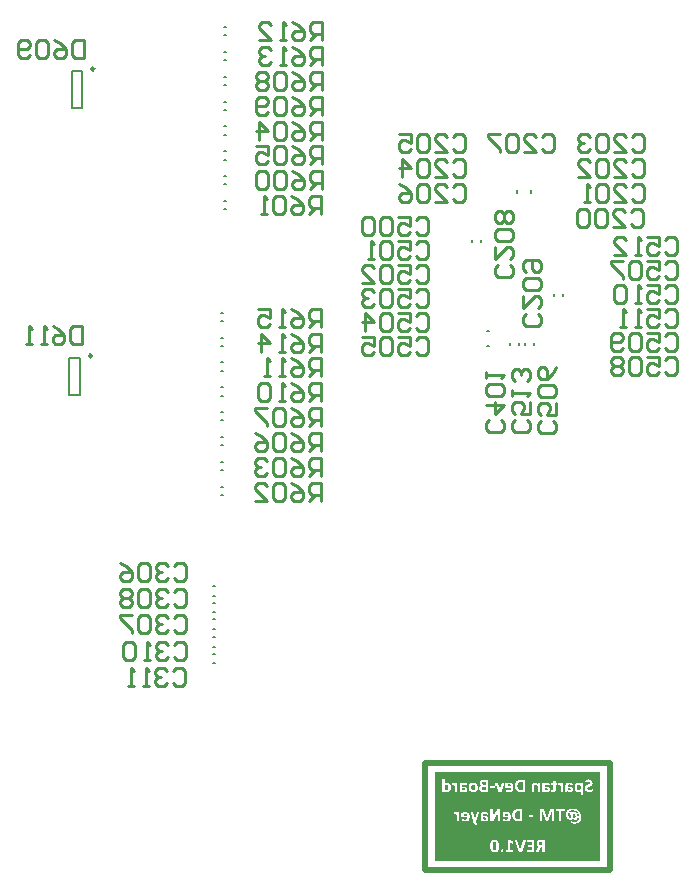
<source format=gbo>
G04*
G04 #@! TF.GenerationSoftware,Altium Limited,Altium Designer,20.2.4 (192)*
G04*
G04 Layer_Color=32896*
%FSLAX44Y44*%
%MOMM*%
G71*
G04*
G04 #@! TF.SameCoordinates,1F703A16-312B-4BD4-8826-9FE52E5A98FB*
G04*
G04*
G04 #@! TF.FilePolarity,Positive*
G04*
G01*
G75*
%ADD10C,0.2500*%
%ADD12C,0.2540*%
%ADD14C,0.2000*%
%ADD72C,0.5000*%
G36*
X501500Y127498D02*
Y102498D01*
X361500D01*
Y127498D01*
X501500D01*
D02*
G37*
G36*
Y102498D02*
Y77498D01*
X361500D01*
Y102498D01*
X501500D01*
D02*
G37*
G36*
Y152498D02*
Y127498D01*
X361500D01*
Y152498D01*
X501500D01*
D02*
G37*
%LPC*%
G36*
X471265Y121442D02*
X463858D01*
X463803Y121424D01*
X463766Y121386D01*
X463747D01*
X463729Y121349D01*
X463710Y121313D01*
X463673Y121238D01*
Y121220D01*
X463655Y121164D01*
X463636Y121090D01*
X463618Y120979D01*
Y120942D01*
X463599Y120868D01*
X463581Y120738D01*
Y121442D01*
Y111036D01*
Y120424D01*
X463599Y120294D01*
X463618Y120164D01*
Y120146D01*
X463636Y120072D01*
X463655Y119998D01*
X463673Y119905D01*
Y119887D01*
X463692Y119850D01*
X463766Y119757D01*
X463803Y119739D01*
X463895Y119720D01*
X466488D01*
Y111369D01*
Y111351D01*
Y111313D01*
X466506Y111258D01*
X466543Y111202D01*
X466562D01*
X466580Y111165D01*
X466636Y111147D01*
X466728Y111110D01*
X466747D01*
X466802Y111091D01*
X466913D01*
X467043Y111073D01*
X467080D01*
X467173Y111054D01*
X467339Y111036D01*
X467728D01*
X467895Y111054D01*
X468061Y111073D01*
X468098D01*
X468173Y111091D01*
X468284D01*
X468395Y111110D01*
X468413D01*
X468450Y111128D01*
X468506Y111165D01*
X468561Y111202D01*
Y111221D01*
X468580Y111258D01*
X468599Y111369D01*
Y119720D01*
X471246D01*
X471339Y119757D01*
Y119776D01*
X471376Y119794D01*
X471432Y119905D01*
Y119924D01*
X471450Y119979D01*
X471469Y120053D01*
X471487Y120164D01*
Y120202D01*
Y120276D01*
X471506Y120405D01*
Y113221D01*
Y120868D01*
Y120850D01*
X471487Y120979D01*
Y121016D01*
X471469Y121072D01*
X471450Y121164D01*
X471432Y121238D01*
Y121257D01*
X471413Y121294D01*
X471376Y121349D01*
X471339Y121386D01*
X471320Y121405D01*
X471302Y121424D01*
X471265Y121442D01*
D02*
G37*
G36*
X378626Y118961D02*
X378478D01*
X378404Y118942D01*
X378386D01*
X378330Y118924D01*
X378237Y118905D01*
X378145Y118887D01*
X378126D01*
X378071Y118868D01*
X377923Y118831D01*
X377904D01*
X377867Y118813D01*
X377830Y118794D01*
X377793Y118757D01*
X377775D01*
X377756Y118739D01*
X377719Y118665D01*
X377701Y118628D01*
Y118590D01*
X377682Y118535D01*
Y118517D01*
X377663Y118479D01*
Y118405D01*
Y118294D01*
Y118257D01*
X377645Y118183D01*
Y118183D01*
Y111036D01*
Y117498D01*
X377663Y117350D01*
Y117331D01*
X377682Y117257D01*
X377701Y117165D01*
X377719Y117072D01*
Y117054D01*
X377738Y117017D01*
X377775Y116961D01*
X377812Y116924D01*
X377849Y116905D01*
X377886Y116887D01*
X377978D01*
X378089Y116905D01*
X378108D01*
X378145Y116924D01*
X378200Y116943D01*
X378274Y116961D01*
X378293D01*
X378330Y116980D01*
X378404Y117017D01*
X378497Y117035D01*
X378515D01*
X378571Y117054D01*
X378645Y117072D01*
X378848D01*
X378960Y117035D01*
X379089Y116998D01*
X379126Y116980D01*
X379200Y116943D01*
X379311Y116868D01*
X379441Y116776D01*
X379478Y116757D01*
X379552Y116665D01*
X379663Y116554D01*
X379811Y116387D01*
Y116369D01*
X379848Y116350D01*
X379885Y116294D01*
X379922Y116220D01*
X380052Y116035D01*
X380219Y115794D01*
Y111350D01*
Y111332D01*
Y111295D01*
X380237Y111258D01*
X380274Y111202D01*
X380293D01*
X380311Y111165D01*
X380367Y111147D01*
X380441Y111110D01*
X380459D01*
X380515Y111091D01*
X380626D01*
X380756Y111073D01*
X380793D01*
X380885Y111054D01*
X381034Y111036D01*
X377645D01*
X381404D01*
X381570Y111054D01*
X381737Y111073D01*
X381774D01*
X381848Y111091D01*
X381941D01*
X382033Y111110D01*
X382052D01*
X382089Y111128D01*
X382144Y111165D01*
X382200Y111202D01*
Y111221D01*
X382219Y111239D01*
X382237Y111350D01*
Y118535D01*
X382200Y118628D01*
Y118646D01*
X382163Y118665D01*
X382126Y118683D01*
X382070Y118720D01*
X382052D01*
X381996Y118739D01*
X381904Y118757D01*
X381793Y118776D01*
X381756D01*
X381682Y118794D01*
X381552Y118813D01*
X381237D01*
X381089Y118794D01*
X380959Y118776D01*
X380922D01*
X380867Y118757D01*
X380774Y118739D01*
X380700Y118720D01*
X380682D01*
X380645Y118702D01*
X380608Y118665D01*
X380570Y118628D01*
X380552Y118609D01*
X380533Y118590D01*
X380515Y118535D01*
Y118479D01*
Y117591D01*
X380496Y117609D01*
X380459Y117665D01*
X380422Y117739D01*
X380348Y117831D01*
X380182Y118054D01*
X379996Y118257D01*
X379978Y118276D01*
X379959Y118294D01*
X379830Y118405D01*
X379682Y118535D01*
X379515Y118665D01*
X379497D01*
X379478Y118683D01*
X379367Y118757D01*
X379237Y118831D01*
X379071Y118887D01*
X379052D01*
X379034Y118905D01*
X378923Y118924D01*
X378793Y118942D01*
X378626Y118961D01*
D02*
G37*
G36*
X403420D02*
X403124D01*
X402920Y118942D01*
X402698Y118924D01*
X402457Y118887D01*
X402216Y118850D01*
X401976Y118794D01*
X401957D01*
X401883Y118757D01*
X401772Y118720D01*
X401624Y118665D01*
X401328Y118498D01*
X401161Y118405D01*
X401013Y118276D01*
X400994Y118257D01*
X400957Y118220D01*
X400883Y118146D01*
X400791Y118035D01*
X400698Y117924D01*
X400606Y117776D01*
X400513Y117591D01*
X400439Y117406D01*
Y117387D01*
X400402Y117313D01*
X400383Y117202D01*
X400346Y117054D01*
X400309Y116850D01*
X400291Y116646D01*
X400254Y116387D01*
Y118961D01*
Y111313D01*
X400272Y111258D01*
X400291Y111202D01*
X400346Y111147D01*
X400365D01*
X400402Y111110D01*
X400494Y111091D01*
X400606Y111073D01*
X400643D01*
X400735Y111054D01*
X400883Y111036D01*
X401309D01*
X401476Y111054D01*
X401624Y111073D01*
X401642D01*
X401716Y111091D01*
X401791Y111110D01*
X401865Y111147D01*
X401883Y111165D01*
X401902Y111184D01*
X401920Y111239D01*
X401939Y111313D01*
Y111888D01*
X401957Y111869D01*
X402013Y111813D01*
X402105Y111721D01*
X402216Y111628D01*
X402365Y111517D01*
X402531Y111388D01*
X402735Y111277D01*
X402939Y111165D01*
X402957Y111147D01*
X403031Y111128D01*
X403142Y111091D01*
X403309Y111036D01*
X403494Y110980D01*
X403698Y110943D01*
X403920Y110925D01*
X404179Y110906D01*
X400254D01*
X406772D01*
X404383D01*
X404531Y110925D01*
X404698Y110943D01*
X404864Y110962D01*
X405235Y111054D01*
X405253D01*
X405309Y111091D01*
X405401Y111110D01*
X405512Y111165D01*
X405772Y111295D01*
X406049Y111480D01*
X406068Y111499D01*
X406105Y111536D01*
X406179Y111591D01*
X406253Y111684D01*
X406327Y111795D01*
X406420Y111906D01*
X406586Y112202D01*
Y112221D01*
X406623Y112276D01*
X406642Y112369D01*
X406679Y112499D01*
X406716Y112647D01*
X406735Y112813D01*
X406772Y113017D01*
Y113332D01*
X406753Y113443D01*
X406735Y113591D01*
X406716Y113758D01*
X406660Y113943D01*
X406605Y114128D01*
X406531Y114295D01*
X406512Y114313D01*
X406494Y114369D01*
X406420Y114461D01*
X406346Y114572D01*
X406253Y114684D01*
X406123Y114813D01*
X405975Y114943D01*
X405809Y115054D01*
X405790Y115072D01*
X405716Y115109D01*
X405624Y115165D01*
X405475Y115239D01*
X405309Y115313D01*
X405105Y115387D01*
X404864Y115461D01*
X404605Y115517D01*
X404568D01*
X404476Y115535D01*
X404327Y115572D01*
X404124Y115591D01*
X403883Y115628D01*
X403605Y115646D01*
X403272Y115665D01*
X402235D01*
Y116091D01*
Y116109D01*
Y116146D01*
Y116202D01*
Y116294D01*
X402272Y116480D01*
X402309Y116665D01*
Y116683D01*
X402327Y116702D01*
X402365Y116813D01*
X402439Y116961D01*
X402550Y117091D01*
X402568Y117128D01*
X402661Y117183D01*
X402790Y117257D01*
X402957Y117331D01*
X402976D01*
X402994Y117350D01*
X403050Y117368D01*
X403124Y117387D01*
X403327Y117406D01*
X403587Y117424D01*
X403772D01*
X403901Y117406D01*
X404179Y117368D01*
X404494Y117294D01*
X404512D01*
X404568Y117276D01*
X404642Y117257D01*
X404735Y117220D01*
X404957Y117146D01*
X405198Y117054D01*
X405216D01*
X405253Y117035D01*
X405309Y117017D01*
X405364Y116980D01*
X405531Y116905D01*
X405698Y116813D01*
X405735Y116794D01*
X405809Y116757D01*
X405920Y116720D01*
X406031Y116702D01*
X406086D01*
X406142Y116720D01*
X406198Y116757D01*
Y116776D01*
X406235Y116794D01*
X406309Y116905D01*
Y116924D01*
X406327Y116980D01*
X406346Y117054D01*
X406364Y117165D01*
Y117183D01*
Y117257D01*
X406383Y117368D01*
Y117498D01*
Y117517D01*
Y117535D01*
Y117646D01*
X406364Y117757D01*
X406346Y117887D01*
Y117905D01*
X406309Y117979D01*
X406272Y118054D01*
X406198Y118146D01*
X406179Y118165D01*
X406105Y118220D01*
X405994Y118313D01*
X405809Y118405D01*
X405790D01*
X405753Y118424D01*
X405698Y118461D01*
X405624Y118498D01*
X405420Y118572D01*
X405161Y118665D01*
X405142D01*
X405087Y118683D01*
X405012Y118702D01*
X404901Y118739D01*
X404790Y118776D01*
X404642Y118813D01*
X404327Y118868D01*
X404309D01*
X404253Y118887D01*
X404161Y118905D01*
X404050Y118924D01*
X403901D01*
X403753Y118942D01*
X403420Y118961D01*
D02*
G37*
G36*
X422177D02*
X422029D01*
X421863Y118942D01*
X421640Y118924D01*
X421400Y118887D01*
X421140Y118850D01*
X420881Y118776D01*
X420640Y118683D01*
X420603Y118665D01*
X420529Y118628D01*
X420418Y118572D01*
X420270Y118498D01*
X420103Y118387D01*
X419918Y118257D01*
X419752Y118109D01*
X419585Y117942D01*
X419566Y117924D01*
X419511Y117868D01*
X419437Y117757D01*
X419363Y117628D01*
X419252Y117461D01*
X419159Y117276D01*
X419067Y117072D01*
X418993Y116831D01*
X418974Y116794D01*
X418955Y116720D01*
X418918Y116591D01*
X418881Y116424D01*
X418844Y116220D01*
X418826Y115980D01*
X418789Y115739D01*
Y118961D01*
Y114998D01*
X418807Y114924D01*
X418863Y114758D01*
X418955Y114591D01*
X418993Y114572D01*
X419067Y114517D01*
X419215Y114443D01*
X419418Y114424D01*
X423751D01*
Y114406D01*
Y114350D01*
Y114258D01*
X423733Y114146D01*
X423714Y113869D01*
X423659Y113573D01*
Y113554D01*
X423640Y113517D01*
X423603Y113443D01*
X423566Y113350D01*
X423455Y113147D01*
X423307Y112943D01*
X423288Y112924D01*
X423270Y112906D01*
X423214Y112850D01*
X423140Y112795D01*
X422955Y112665D01*
X422696Y112554D01*
X422677D01*
X422622Y112536D01*
X422548Y112517D01*
X422437Y112499D01*
X422307Y112462D01*
X422159Y112443D01*
X421992Y112424D01*
X421622D01*
X421492Y112443D01*
X421196Y112462D01*
X420881Y112499D01*
X420863D01*
X420807Y112517D01*
X420733Y112536D01*
X420640Y112554D01*
X420418Y112591D01*
X420196Y112647D01*
X420177D01*
X420140Y112665D01*
X420029Y112702D01*
X419863Y112758D01*
X419715Y112813D01*
X419696D01*
X419678Y112832D01*
X419604Y112869D01*
X419492Y112887D01*
X419381Y112906D01*
X419344D01*
X419270Y112869D01*
X419252D01*
X419233Y112850D01*
X419196Y112758D01*
Y112739D01*
X419178Y112721D01*
X419159Y112647D01*
X419141Y112554D01*
Y112536D01*
X419122Y112462D01*
Y112369D01*
Y112239D01*
Y112202D01*
Y112128D01*
Y112036D01*
X419141Y111924D01*
Y111906D01*
Y111851D01*
X419159Y111721D01*
Y111702D01*
X419178Y111665D01*
X419215Y111573D01*
X419233Y111536D01*
X419307Y111462D01*
Y111443D01*
X419363Y111425D01*
X419437Y111369D01*
X419511Y111332D01*
X419585Y111295D01*
X419604D01*
X419622Y111277D01*
X419678Y111258D01*
X419733Y111239D01*
X419937Y111184D01*
X420177Y111128D01*
X420196D01*
X420233Y111110D01*
X420307D01*
X420418Y111091D01*
X420529Y111054D01*
X420677Y111036D01*
X420992Y110980D01*
X421011D01*
X421066Y110962D01*
X421159D01*
X421288Y110943D01*
X421437Y110925D01*
X421603D01*
X421992Y110906D01*
X418789D01*
D01*
X425807D01*
D01*
X422159D01*
X422326Y110925D01*
X422566Y110943D01*
X422825Y110962D01*
X423103Y110999D01*
X423399Y111054D01*
X423677Y111128D01*
X423714Y111147D01*
X423788Y111165D01*
X423918Y111239D01*
X424085Y111313D01*
X424270Y111406D01*
X424473Y111536D01*
X424677Y111684D01*
X424862Y111851D01*
X424881Y111869D01*
X424936Y111943D01*
X425029Y112054D01*
X425140Y112202D01*
X425251Y112369D01*
X425362Y112591D01*
X425492Y112832D01*
X425584Y113091D01*
Y113128D01*
X425621Y113221D01*
X425658Y113387D01*
X425695Y113591D01*
X425732Y113850D01*
X425770Y114146D01*
X425788Y114480D01*
X425807Y114850D01*
Y115017D01*
X425788Y115183D01*
X425770Y115424D01*
X425751Y115683D01*
X425695Y115961D01*
X425640Y116257D01*
X425566Y116554D01*
X425547Y116591D01*
X425529Y116683D01*
X425473Y116831D01*
X425381Y117017D01*
X425288Y117220D01*
X425159Y117424D01*
X425029Y117646D01*
X424862Y117850D01*
X424844Y117868D01*
X424770Y117942D01*
X424677Y118035D01*
X424529Y118146D01*
X424362Y118294D01*
X424159Y118424D01*
X423936Y118553D01*
X423696Y118665D01*
X423659Y118683D01*
X423566Y118720D01*
X423437Y118757D01*
X423251Y118813D01*
X423029Y118868D01*
X422770Y118924D01*
X422474Y118942D01*
X422177Y118961D01*
D02*
G37*
G36*
X387273D02*
X387125D01*
X386959Y118942D01*
X386737Y118924D01*
X386496Y118887D01*
X386237Y118850D01*
X385977Y118776D01*
X385737Y118683D01*
X385700Y118665D01*
X385626Y118628D01*
X385514Y118572D01*
X385366Y118498D01*
X385200Y118387D01*
X385014Y118257D01*
X384848Y118109D01*
X384681Y117942D01*
X384663Y117924D01*
X384607Y117868D01*
X384533Y117757D01*
X384459Y117628D01*
X384348Y117461D01*
X384255Y117276D01*
X384163Y117072D01*
X384089Y116831D01*
X384070Y116794D01*
X384052Y116720D01*
X384015Y116591D01*
X383978Y116424D01*
X383941Y116220D01*
X383922Y115980D01*
X383885Y115739D01*
Y118961D01*
Y114998D01*
X383904Y114924D01*
X383959Y114758D01*
X384052Y114591D01*
X384089Y114572D01*
X384163Y114517D01*
X384311Y114443D01*
X384515Y114424D01*
X388848D01*
Y114406D01*
Y114350D01*
Y114258D01*
X388829Y114146D01*
X388810Y113869D01*
X388755Y113573D01*
Y113554D01*
X388736Y113517D01*
X388699Y113443D01*
X388662Y113350D01*
X388551Y113147D01*
X388403Y112943D01*
X388385Y112924D01*
X388366Y112906D01*
X388311Y112850D01*
X388236Y112795D01*
X388051Y112665D01*
X387792Y112554D01*
X387774D01*
X387718Y112536D01*
X387644Y112517D01*
X387533Y112499D01*
X387403Y112462D01*
X387255Y112443D01*
X387088Y112424D01*
X386718D01*
X386588Y112443D01*
X386292Y112462D01*
X385977Y112499D01*
X385959D01*
X385903Y112517D01*
X385829Y112536D01*
X385737Y112554D01*
X385514Y112591D01*
X385292Y112647D01*
X385274D01*
X385237Y112665D01*
X385126Y112702D01*
X384959Y112758D01*
X384811Y112813D01*
X384792D01*
X384774Y112832D01*
X384700Y112869D01*
X384589Y112887D01*
X384478Y112906D01*
X384440D01*
X384366Y112869D01*
X384348D01*
X384329Y112850D01*
X384292Y112758D01*
Y112739D01*
X384274Y112721D01*
X384255Y112647D01*
X384237Y112554D01*
Y112536D01*
X384218Y112462D01*
Y112369D01*
Y112239D01*
Y112202D01*
Y112128D01*
Y112036D01*
X384237Y111924D01*
Y111906D01*
Y111851D01*
X384255Y111721D01*
Y111702D01*
X384274Y111665D01*
X384311Y111573D01*
X384329Y111536D01*
X384403Y111462D01*
Y111443D01*
X384459Y111425D01*
X384533Y111369D01*
X384607Y111332D01*
X384681Y111295D01*
X384700D01*
X384718Y111277D01*
X384774Y111258D01*
X384829Y111239D01*
X385033Y111184D01*
X385274Y111128D01*
X385292D01*
X385329Y111110D01*
X385403D01*
X385514Y111091D01*
X385626Y111054D01*
X385774Y111036D01*
X386088Y110980D01*
X386107D01*
X386162Y110962D01*
X386255D01*
X386385Y110943D01*
X386533Y110925D01*
X386699D01*
X387088Y110906D01*
X383885D01*
D01*
X390903D01*
D01*
X387255D01*
X387422Y110925D01*
X387662Y110943D01*
X387922Y110962D01*
X388199Y110999D01*
X388496Y111054D01*
X388773Y111128D01*
X388810Y111147D01*
X388885Y111165D01*
X389014Y111239D01*
X389181Y111313D01*
X389366Y111406D01*
X389570Y111536D01*
X389773Y111684D01*
X389958Y111851D01*
X389977Y111869D01*
X390033Y111943D01*
X390125Y112054D01*
X390236Y112202D01*
X390347Y112369D01*
X390458Y112591D01*
X390588Y112832D01*
X390681Y113091D01*
Y113128D01*
X390718Y113221D01*
X390755Y113387D01*
X390792Y113591D01*
X390829Y113850D01*
X390866Y114146D01*
X390884Y114480D01*
X390903Y114850D01*
Y115017D01*
X390884Y115183D01*
X390866Y115424D01*
X390847Y115683D01*
X390792Y115961D01*
X390736Y116257D01*
X390662Y116554D01*
X390644Y116591D01*
X390625Y116683D01*
X390569Y116831D01*
X390477Y117017D01*
X390384Y117220D01*
X390255Y117424D01*
X390125Y117646D01*
X389958Y117850D01*
X389940Y117868D01*
X389866Y117942D01*
X389773Y118035D01*
X389625Y118146D01*
X389459Y118294D01*
X389255Y118424D01*
X389033Y118553D01*
X388792Y118665D01*
X388755Y118683D01*
X388662Y118720D01*
X388533Y118757D01*
X388348Y118813D01*
X388125Y118868D01*
X387866Y118924D01*
X387570Y118942D01*
X387273Y118961D01*
D02*
G37*
G36*
X444601Y115924D02*
X441212D01*
X441157Y115906D01*
X441120Y115869D01*
X441101D01*
X441083Y115832D01*
X441046Y115794D01*
X441009Y115739D01*
X440990Y115721D01*
X440972Y115665D01*
X440953Y115591D01*
X440935Y115480D01*
Y115461D01*
X440916Y115369D01*
X440898Y115258D01*
Y114943D01*
X440916Y114832D01*
X440935Y114628D01*
X440953Y114517D01*
X440990Y114443D01*
X441009Y114424D01*
X441064Y114369D01*
X441138Y114295D01*
X441268Y114276D01*
X440898D01*
D01*
X444971D01*
Y115239D01*
X444953Y115350D01*
X444934Y115554D01*
X444916Y115665D01*
X444897Y115739D01*
X444879Y115776D01*
X444823Y115832D01*
X444731Y115887D01*
X444601Y115924D01*
D02*
G37*
G36*
X461710Y121442D02*
X459970D01*
X459766Y121405D01*
X459562Y121368D01*
X459544D01*
X459525Y121349D01*
X459414Y121331D01*
X459266Y121257D01*
X459118Y121164D01*
X459099D01*
X459081Y121146D01*
X459007Y121072D01*
X458896Y120961D01*
X458785Y120794D01*
Y120775D01*
X458766Y120757D01*
X458711Y120646D01*
X458637Y120461D01*
X458563Y120239D01*
X456322Y114073D01*
X456285D01*
X453970Y120220D01*
Y120239D01*
X453952Y120276D01*
X453933Y120331D01*
X453915Y120424D01*
X453841Y120590D01*
X453748Y120775D01*
Y120794D01*
X453730Y120813D01*
X453656Y120924D01*
X453563Y121035D01*
X453452Y121164D01*
X453415Y121183D01*
X453341Y121238D01*
X453211Y121313D01*
X453063Y121368D01*
X453045D01*
X453026Y121386D01*
X452915Y121405D01*
X452748Y121424D01*
X452545Y121442D01*
X451008D01*
X450878Y121405D01*
X450767Y121368D01*
X450730Y121349D01*
X450674Y121331D01*
X450582Y121275D01*
X450508Y121201D01*
X450489Y121183D01*
X450452Y121127D01*
X450397Y121053D01*
X450341Y120942D01*
X450323Y120924D01*
X450304Y120850D01*
X450285Y120738D01*
Y121442D01*
Y111313D01*
X450304Y111258D01*
X450341Y111202D01*
X450378Y111165D01*
X450434Y111147D01*
X450508Y111110D01*
X450526D01*
X450582Y111091D01*
X450693D01*
X450822Y111073D01*
X450860D01*
X450952Y111054D01*
X451100Y111036D01*
X450285D01*
X462358D01*
Y120664D01*
X462340Y120738D01*
Y120831D01*
X462266Y121035D01*
X462229Y121127D01*
X462155Y121220D01*
X462136Y121238D01*
X462118Y121257D01*
X462062Y121294D01*
X462006Y121331D01*
X461821Y121405D01*
X461710Y121442D01*
D02*
G37*
G36*
X398309Y118813D02*
X397680D01*
X397513Y118794D01*
X397476D01*
X397402Y118776D01*
X397291Y118757D01*
X397198Y118720D01*
X397180D01*
X397143Y118683D01*
X397087Y118646D01*
X397032Y118572D01*
X397013Y118553D01*
X396995Y118498D01*
X396958Y118424D01*
X396921Y118294D01*
X395236Y113535D01*
X395217D01*
X393680Y118387D01*
Y118405D01*
X393662Y118424D01*
X393643Y118498D01*
X393606Y118590D01*
X393551Y118665D01*
X393532Y118683D01*
X393495Y118702D01*
X393421Y118739D01*
X393310Y118776D01*
X393273D01*
X393236Y118794D01*
X393069D01*
X392958Y118813D01*
X392477D01*
X392310Y118794D01*
X392125Y118776D01*
X392088D01*
X391995Y118739D01*
X391884Y118702D01*
X391792Y118646D01*
X391773Y118628D01*
X391736Y118590D01*
X391699Y118517D01*
X391680Y118424D01*
Y108184D01*
X399087D01*
X396476D01*
X396643Y108203D01*
X396810Y108221D01*
X396847D01*
X396921Y108240D01*
X397013Y108277D01*
X397106Y108314D01*
X397124Y108332D01*
X397161Y108351D01*
X397198Y108406D01*
X397217Y108481D01*
Y108499D01*
X397198Y108536D01*
X397180Y108610D01*
X397143Y108703D01*
X396217Y111091D01*
X396236D01*
X396273Y111128D01*
X396328Y111165D01*
X396402Y111221D01*
X396421Y111239D01*
X396439Y111295D01*
X396476Y111369D01*
X396513Y111443D01*
X398976Y117998D01*
Y118017D01*
X398995Y118054D01*
X399032Y118165D01*
X399069Y118294D01*
X399087Y118424D01*
Y118442D01*
X399069Y118517D01*
X399050Y118572D01*
X398995Y118646D01*
X398976Y118665D01*
X398902Y118702D01*
X398809Y118739D01*
X398661Y118776D01*
X398624D01*
X398569Y118794D01*
X398495D01*
X398309Y118813D01*
D02*
G37*
G36*
X383885Y112869D02*
D01*
D01*
D01*
D02*
G37*
G36*
X434991Y121442D02*
X432084D01*
X431973Y121424D01*
X431824D01*
X431510Y121405D01*
X431139Y121368D01*
X430751Y121294D01*
X430343Y121220D01*
X429973Y121109D01*
X429954D01*
X429936Y121090D01*
X429880Y121072D01*
X429806Y121053D01*
X429640Y120979D01*
X429417Y120868D01*
X429158Y120738D01*
X428880Y120572D01*
X428621Y120368D01*
X428362Y120146D01*
X428325Y120109D01*
X428251Y120035D01*
X428140Y119905D01*
X427991Y119720D01*
X427825Y119479D01*
X427658Y119220D01*
X427492Y118905D01*
X427343Y118572D01*
Y118553D01*
X427325Y118535D01*
X427306Y118479D01*
X427288Y118405D01*
X427232Y118220D01*
X427158Y117961D01*
X427103Y117628D01*
X427047Y117276D01*
X427010Y116850D01*
X426992Y116406D01*
Y116165D01*
X427010Y116035D01*
Y115906D01*
X427047Y115572D01*
X427084Y115183D01*
X427158Y114776D01*
X427251Y114350D01*
X427380Y113961D01*
Y113943D01*
X427399Y113924D01*
X427417Y113869D01*
X427455Y113795D01*
X427529Y113610D01*
X427658Y113387D01*
X427806Y113128D01*
X427991Y112850D01*
X428214Y112573D01*
X428455Y112313D01*
X428492Y112295D01*
X428584Y112202D01*
X428732Y112091D01*
X428917Y111962D01*
X429158Y111813D01*
X429454Y111665D01*
X429788Y111517D01*
X430140Y111388D01*
X430158D01*
X430177Y111369D01*
X430232D01*
X430325Y111351D01*
X430417Y111313D01*
X430528Y111295D01*
X430806Y111240D01*
X431158Y111184D01*
X431565Y111147D01*
X432010Y111110D01*
X432510Y111091D01*
X426992Y111091D01*
X435602Y111091D01*
D01*
X435028D01*
X435139Y111110D01*
X435287Y111147D01*
X435435Y111240D01*
X435454Y111277D01*
X435509Y111351D01*
X435583Y111517D01*
X435602Y111610D01*
Y120831D01*
X435583Y120887D01*
Y120979D01*
X435528Y121127D01*
X435491Y121220D01*
X435435Y121275D01*
X435398Y121294D01*
X435306Y121368D01*
X435176Y121424D01*
X434991Y121442D01*
D02*
G37*
G36*
X409586Y121479D02*
X409234D01*
X409105Y121461D01*
X408956Y121442D01*
X408919D01*
X408845Y121424D01*
X408753Y121405D01*
X408679Y121368D01*
X408660D01*
X408623Y121349D01*
X408568Y121313D01*
X408531Y121257D01*
X408512D01*
X408494Y121220D01*
X408475Y121183D01*
Y111702D01*
X408512Y111591D01*
X408549Y111480D01*
X408568Y111462D01*
X408586Y111406D01*
X408642Y111332D01*
X408716Y111239D01*
X408734Y111221D01*
X408790Y111184D01*
X408864Y111147D01*
X408975Y111110D01*
X408993D01*
X409068Y111091D01*
X409160Y111073D01*
X410327D01*
X410493Y111091D01*
X410660Y111128D01*
X410697Y111147D01*
X410790Y111165D01*
X410901Y111239D01*
X411030Y111313D01*
X411067Y111350D01*
X411141Y111425D01*
X411234Y111554D01*
X411364Y111721D01*
Y111739D01*
X411382Y111776D01*
X411419Y111832D01*
X411456Y111906D01*
X411567Y112110D01*
X411716Y112369D01*
X414308Y117220D01*
X414326Y117239D01*
X414345Y117294D01*
X414382Y117387D01*
X414456Y117498D01*
X414511Y117628D01*
X414604Y117794D01*
X414771Y118146D01*
X414789Y118165D01*
X414808Y118239D01*
X414845Y118331D01*
X414900Y118461D01*
X414974Y118609D01*
X415030Y118776D01*
X415178Y119128D01*
X415197D01*
Y119109D01*
Y119035D01*
X415178Y118905D01*
Y118757D01*
X415159Y118590D01*
Y118387D01*
X415141Y117961D01*
Y117942D01*
Y117868D01*
Y117757D01*
X415122Y117609D01*
Y117424D01*
Y117239D01*
Y116794D01*
Y111369D01*
Y111350D01*
Y111332D01*
X415141Y111277D01*
X415178Y111221D01*
X415215Y111184D01*
X415252Y111165D01*
X415326Y111128D01*
X415345D01*
X415400Y111110D01*
X415493Y111091D01*
X415622Y111073D01*
X415659D01*
X415752Y111054D01*
X415900Y111036D01*
X408475D01*
X417011D01*
Y120738D01*
Y120738D01*
X416993Y120813D01*
Y120887D01*
X416919Y121072D01*
X416882Y121164D01*
X416808Y121238D01*
X416789Y121257D01*
X416771Y121275D01*
X416659Y121349D01*
X416493Y121405D01*
X416382Y121442D01*
X414974D01*
X414808Y121424D01*
X414641Y121386D01*
X414623D01*
X414604Y121368D01*
X414511Y121349D01*
X414382Y121294D01*
X414271Y121201D01*
X414234Y121183D01*
X414160Y121127D01*
X414067Y121016D01*
X413956Y120868D01*
X413937Y120831D01*
X413863Y120720D01*
X413771Y120572D01*
X413660Y120350D01*
X411623Y116572D01*
Y116554D01*
X411586Y116517D01*
X411567Y116443D01*
X411512Y116350D01*
X411419Y116128D01*
X411290Y115887D01*
Y115869D01*
X411253Y115831D01*
X411216Y115758D01*
X411179Y115683D01*
X411067Y115461D01*
X410956Y115220D01*
Y115202D01*
X410919Y115165D01*
X410901Y115091D01*
X410845Y115017D01*
X410753Y114813D01*
X410642Y114572D01*
Y114554D01*
X410605Y114517D01*
X410586Y114461D01*
X410530Y114369D01*
X410438Y114184D01*
X410327Y113943D01*
Y113961D01*
Y114035D01*
Y114146D01*
X410345Y114295D01*
Y114480D01*
Y114665D01*
X410364Y115109D01*
Y115146D01*
Y115220D01*
Y115332D01*
Y115480D01*
Y115665D01*
Y115850D01*
Y116257D01*
Y121127D01*
Y121146D01*
Y121164D01*
X410327Y121257D01*
X410308Y121275D01*
X410290Y121294D01*
X410234Y121331D01*
X410160Y121368D01*
X410141Y121386D01*
X410086Y121405D01*
X409993Y121424D01*
X409864Y121442D01*
X409827D01*
X409734Y121461D01*
X409586Y121479D01*
D02*
G37*
G36*
X485356Y121812D02*
X477912D01*
X477783Y121794D01*
X477635D01*
X477283Y121775D01*
X476894Y121738D01*
X476487Y121664D01*
X476061Y121590D01*
X475653Y121479D01*
X475635D01*
X475598Y121461D01*
X475542Y121442D01*
X475468Y121424D01*
X475283Y121349D01*
X475042Y121238D01*
X474765Y121109D01*
X474487Y120942D01*
X474190Y120757D01*
X473931Y120535D01*
X473894Y120516D01*
X473820Y120424D01*
X473709Y120294D01*
X473561Y120127D01*
X473394Y119924D01*
X473228Y119683D01*
X473079Y119405D01*
X472950Y119090D01*
X472931Y119053D01*
X472894Y118942D01*
X472839Y118776D01*
X472783Y118553D01*
X472728Y118276D01*
X472672Y117942D01*
X472635Y117591D01*
X472617Y117220D01*
Y117257D01*
Y117017D01*
X472635Y116868D01*
Y116683D01*
X472654Y116480D01*
X472709Y116054D01*
Y116035D01*
X472728Y115961D01*
X472746Y115832D01*
X472765Y115683D01*
X472802Y115517D01*
X472857Y115313D01*
X472968Y114906D01*
Y114887D01*
X473005Y114813D01*
X473042Y114702D01*
X473098Y114572D01*
X473153Y114406D01*
X473246Y114239D01*
X473431Y113869D01*
X473450Y113850D01*
X473487Y113795D01*
X473542Y113702D01*
X473616Y113591D01*
X473728Y113461D01*
X473839Y113332D01*
X474116Y113054D01*
X474135Y113036D01*
X474190Y112999D01*
X474264Y112924D01*
X474376Y112850D01*
X474505Y112758D01*
X474653Y112665D01*
X475024Y112499D01*
X475042D01*
X475116Y112462D01*
X475227Y112443D01*
X475357Y112406D01*
X475542Y112369D01*
X475727Y112332D01*
X475950Y112313D01*
X476190Y112295D01*
X476338D01*
X476431Y112313D01*
X476672Y112332D01*
X476912Y112369D01*
X476931D01*
X476968Y112388D01*
X477024Y112406D01*
X477098Y112424D01*
X477283Y112499D01*
X477468Y112591D01*
X477486D01*
X477505Y112610D01*
X477616Y112684D01*
X477746Y112795D01*
X477875Y112943D01*
Y112962D01*
X477894Y112980D01*
X477949Y113091D01*
X478023Y113258D01*
X478097Y113461D01*
X478116Y113443D01*
X478153Y113406D01*
X478209Y113350D01*
X478301Y113276D01*
X478486Y113110D01*
X478727Y112924D01*
X478746D01*
X478783Y112887D01*
X478838Y112850D01*
X478912Y112795D01*
X479097Y112684D01*
X479320Y112554D01*
X479338D01*
X479375Y112536D01*
X479431Y112499D01*
X479486Y112480D01*
X479671Y112406D01*
X479894Y112350D01*
X479949D01*
X480005Y112332D01*
X480079D01*
X480264Y112313D01*
X480486Y112295D01*
X480616D01*
X480708Y112313D01*
X480930Y112332D01*
X481153Y112369D01*
X481171D01*
X481190Y112388D01*
X481319Y112443D01*
X481486Y112517D01*
X481653Y112628D01*
X481690Y112665D01*
X481764Y112739D01*
X481893Y112850D01*
X482005Y112999D01*
Y113017D01*
X482023Y113036D01*
X482079Y113147D01*
X482153Y113295D01*
X482227Y113461D01*
Y113480D01*
X482245Y113498D01*
X482264Y113554D01*
X482282Y113628D01*
X482319Y113795D01*
X482356Y113998D01*
Y114017D01*
Y114054D01*
Y114109D01*
Y114184D01*
X482375Y114369D01*
Y114572D01*
Y114591D01*
Y114647D01*
Y114721D01*
Y114813D01*
X482356Y114943D01*
Y115072D01*
X482319Y115406D01*
Y115424D01*
X482301Y115498D01*
Y115591D01*
X482282Y115702D01*
X482245Y115850D01*
X482208Y116017D01*
X482134Y116369D01*
Y116387D01*
X482116Y116443D01*
X482079Y116554D01*
X482023Y116665D01*
X481986Y116813D01*
X481912Y116961D01*
X481764Y117294D01*
X481745Y117313D01*
X481727Y117368D01*
X481671Y117461D01*
X481597Y117572D01*
X481412Y117831D01*
X481190Y118109D01*
X481171Y118128D01*
X481134Y118165D01*
X481060Y118239D01*
X480949Y118313D01*
X480838Y118405D01*
X480690Y118498D01*
X480375Y118683D01*
X480356Y118702D01*
X480301Y118720D01*
X480190Y118757D01*
X480060Y118794D01*
X479912Y118831D01*
X479727Y118868D01*
X479523Y118905D01*
X479134D01*
X478986Y118868D01*
X478801Y118831D01*
X478783D01*
X478764Y118813D01*
X478653Y118794D01*
X478505Y118739D01*
X478357Y118646D01*
X478338D01*
X478320Y118628D01*
X478227Y118572D01*
X478079Y118479D01*
X477931Y118350D01*
X477912D01*
X477894Y118313D01*
X477801Y118220D01*
X477672Y118072D01*
X477505Y117887D01*
X477357Y118498D01*
Y118517D01*
X477320Y118572D01*
X477264Y118646D01*
X477172Y118702D01*
X477135Y118720D01*
X477098D01*
X477042Y118739D01*
X476949Y118757D01*
X476857D01*
X476746Y118776D01*
X476357D01*
X476246Y118757D01*
X476227D01*
X476153Y118739D01*
X476098Y118720D01*
X476024Y118702D01*
X476005D01*
X475987Y118683D01*
X475950Y118646D01*
X475931Y118609D01*
X475913Y118590D01*
X475894Y118498D01*
X476598Y114924D01*
Y114906D01*
X476616Y114832D01*
Y114721D01*
X476635Y114591D01*
Y114313D01*
X476598Y114165D01*
X476561Y114054D01*
Y114036D01*
X476524Y114017D01*
X476487Y113961D01*
X476431Y113924D01*
X476357Y113869D01*
X476246Y113813D01*
X476116Y113795D01*
X475968Y113776D01*
X475913D01*
X475801Y113795D01*
X475635Y113832D01*
X475468Y113924D01*
X475450D01*
X475431Y113961D01*
X475320Y114036D01*
X475190Y114165D01*
X475061Y114332D01*
Y114350D01*
X475024Y114387D01*
X475005Y114424D01*
X474968Y114498D01*
X474876Y114684D01*
X474783Y114924D01*
Y114943D01*
X474765Y114980D01*
X474746Y115054D01*
X474709Y115147D01*
X474635Y115387D01*
X474579Y115646D01*
Y115665D01*
X474561Y115702D01*
X474542Y115776D01*
X474524Y115887D01*
X474487Y116109D01*
X474450Y116387D01*
Y116406D01*
Y116461D01*
X474431Y116535D01*
Y116628D01*
X474413Y116868D01*
Y117128D01*
Y117165D01*
Y117239D01*
Y117350D01*
X474431Y117517D01*
X474450Y117702D01*
X474487Y117905D01*
X474598Y118331D01*
Y118350D01*
X474635Y118424D01*
X474672Y118535D01*
X474727Y118665D01*
X474820Y118831D01*
X474931Y118998D01*
X475061Y119165D01*
X475209Y119331D01*
X475227Y119350D01*
X475283Y119405D01*
X475394Y119479D01*
X475524Y119590D01*
X475690Y119701D01*
X475913Y119813D01*
X476135Y119924D01*
X476413Y120035D01*
X476450Y120053D01*
X476542Y120072D01*
X476709Y120109D01*
X476931Y120164D01*
X477209Y120220D01*
X477542Y120257D01*
X477912Y120276D01*
X478338Y120294D01*
X478616D01*
X478801Y120276D01*
X479023Y120257D01*
X479264Y120220D01*
X479764Y120127D01*
X479801D01*
X479875Y120109D01*
X480005Y120072D01*
X480153Y120016D01*
X480338Y119961D01*
X480523Y119887D01*
X480930Y119701D01*
X480949Y119683D01*
X481023Y119646D01*
X481116Y119590D01*
X481227Y119516D01*
X481375Y119424D01*
X481523Y119313D01*
X481838Y119035D01*
X481856Y119016D01*
X481893Y118979D01*
X481967Y118887D01*
X482060Y118794D01*
X482171Y118683D01*
X482282Y118535D01*
X482523Y118220D01*
X482542Y118202D01*
X482579Y118146D01*
X482634Y118054D01*
X482690Y117942D01*
X482782Y117813D01*
X482856Y117646D01*
X483023Y117294D01*
Y117276D01*
X483060Y117202D01*
X483097Y117109D01*
X483134Y116980D01*
X483190Y116832D01*
X483245Y116646D01*
X483356Y116276D01*
Y116257D01*
X483375Y116183D01*
X483393Y116091D01*
X483412Y115961D01*
X483449Y115813D01*
X483467Y115628D01*
X483523Y115258D01*
Y115239D01*
Y115165D01*
X483541Y115072D01*
Y114943D01*
X483560Y114795D01*
Y114628D01*
X483578Y114276D01*
Y114258D01*
Y114239D01*
Y114128D01*
X483560Y113961D01*
Y113758D01*
X483541Y113517D01*
X483504Y113239D01*
X483393Y112702D01*
X483375Y112665D01*
X483356Y112591D01*
X483301Y112462D01*
X483245Y112295D01*
X483153Y112128D01*
X483041Y111925D01*
X482912Y111739D01*
X482745Y111554D01*
X482727Y111536D01*
X482653Y111480D01*
X482560Y111388D01*
X482412Y111295D01*
X482227Y111184D01*
X482005Y111054D01*
X481764Y110943D01*
X481486Y110832D01*
X481468D01*
X481449Y110814D01*
X481338Y110795D01*
X481171Y110758D01*
X480930Y110702D01*
X480653Y110647D01*
X480320Y110610D01*
X479931Y110591D01*
X479505Y110573D01*
X479282D01*
X479134Y110591D01*
X478949D01*
X478764Y110610D01*
X478375Y110647D01*
X478357D01*
X478283Y110665D01*
X478190Y110684D01*
X478060Y110702D01*
X477783Y110758D01*
X477486Y110814D01*
X477468D01*
X477412Y110832D01*
X477357Y110851D01*
X477264Y110869D01*
X477061Y110906D01*
X476857Y110962D01*
X476838D01*
X476820Y110980D01*
X476727Y110999D01*
X476616Y111017D01*
X476505D01*
X476450Y110999D01*
X476431D01*
X476413Y110980D01*
X476375Y110888D01*
Y110869D01*
X476357Y110832D01*
Y110777D01*
X476338Y110684D01*
Y110665D01*
X476320Y110591D01*
Y110480D01*
Y110332D01*
Y110314D01*
Y110240D01*
Y110147D01*
X476338Y110054D01*
Y110036D01*
Y109980D01*
X476357Y109906D01*
X476375Y109851D01*
Y109832D01*
X476394Y109795D01*
X476431Y109703D01*
Y109684D01*
X476450Y109665D01*
X476505Y109592D01*
X476561Y109554D01*
X476653Y109517D01*
X476709Y109480D01*
X476801Y109462D01*
X476820D01*
X476838Y109443D01*
X476894Y109425D01*
X476968Y109406D01*
X477061Y109388D01*
X477190Y109351D01*
X477320Y109332D01*
X477468Y109295D01*
X477486D01*
X477542Y109277D01*
X477635Y109258D01*
X477746Y109240D01*
X477894Y109221D01*
X478060Y109184D01*
X478264Y109166D01*
X478468Y109129D01*
X478486D01*
X478560Y109110D01*
X478671D01*
X478820Y109092D01*
X479005Y109073D01*
X479208D01*
X479449Y109054D01*
X472617D01*
X479949D01*
X480079Y109073D01*
X480227D01*
X480579Y109092D01*
X480986Y109147D01*
X481431Y109203D01*
X481856Y109295D01*
X482282Y109406D01*
X482301D01*
X482338Y109425D01*
X482393Y109443D01*
X482467Y109480D01*
X482653Y109554D01*
X482912Y109665D01*
X483190Y109814D01*
X483486Y109980D01*
X483764Y110184D01*
X484041Y110425D01*
X484078Y110462D01*
X484152Y110536D01*
X484282Y110684D01*
X484430Y110869D01*
X484578Y111091D01*
X484745Y111369D01*
X484912Y111665D01*
X485041Y111999D01*
Y112017D01*
X485060Y112036D01*
X485078Y112091D01*
X485097Y112165D01*
X485134Y112350D01*
X485189Y112610D01*
X485263Y112924D01*
X485300Y113295D01*
X485337Y113684D01*
X485356Y114109D01*
Y114443D01*
Y114350D01*
X485337Y114535D01*
Y114721D01*
X485319Y114961D01*
X485282Y115443D01*
Y115480D01*
X485263Y115554D01*
X485245Y115702D01*
X485208Y115869D01*
X485171Y116072D01*
X485134Y116294D01*
X485004Y116794D01*
X484986Y116832D01*
X484967Y116905D01*
X484930Y117035D01*
X484856Y117202D01*
X484782Y117406D01*
X484708Y117609D01*
X484486Y118072D01*
X484467Y118109D01*
X484430Y118183D01*
X484356Y118294D01*
X484282Y118461D01*
X484171Y118646D01*
X484041Y118831D01*
X483764Y119257D01*
X483745Y119276D01*
X483689Y119350D01*
X483597Y119461D01*
X483486Y119609D01*
X483338Y119757D01*
X483171Y119942D01*
X482986Y120109D01*
X482782Y120294D01*
X482764Y120313D01*
X482690Y120368D01*
X482579Y120461D01*
X482412Y120572D01*
X482227Y120701D01*
X482023Y120831D01*
X481782Y120961D01*
X481542Y121090D01*
X481505Y121109D01*
X481412Y121146D01*
X481282Y121220D01*
X481079Y121294D01*
X480856Y121368D01*
X480597Y121461D01*
X480301Y121553D01*
X480005Y121627D01*
X479968D01*
X479856Y121664D01*
X479690Y121683D01*
X479449Y121720D01*
X479171Y121757D01*
X478857Y121775D01*
X478523Y121812D01*
X485356D01*
D02*
G37*
G36*
X472617Y115665D02*
Y109054D01*
D01*
Y115665D01*
D02*
G37*
%LPD*%
G36*
X403568Y114369D02*
X403846Y114332D01*
X403864D01*
X403901Y114313D01*
X403957Y114295D01*
X404031Y114276D01*
X404216Y114202D01*
X404401Y114109D01*
X404438Y114091D01*
X404531Y114017D01*
X404624Y113906D01*
X404716Y113758D01*
X404735Y113721D01*
X404753Y113628D01*
X404790Y113480D01*
X404809Y113295D01*
Y113276D01*
Y113221D01*
X404790Y113128D01*
X404772Y113035D01*
X404735Y112924D01*
X404698Y112795D01*
X404624Y112684D01*
X404531Y112573D01*
X404512Y112554D01*
X404476Y112536D01*
X404420Y112499D01*
X404327Y112462D01*
X404216Y112406D01*
X404087Y112369D01*
X403938Y112350D01*
X403753Y112332D01*
X403679D01*
X403605Y112350D01*
X403494D01*
X403253Y112424D01*
X403105Y112462D01*
X402976Y112536D01*
X402957Y112554D01*
X402920Y112573D01*
X402846Y112628D01*
X402735Y112702D01*
X402624Y112795D01*
X402513Y112906D01*
X402365Y113035D01*
X402235Y113184D01*
Y114406D01*
X403290D01*
X403568Y114369D01*
D02*
G37*
G36*
X422437Y117517D02*
X422659Y117479D01*
X422881Y117387D01*
X422900D01*
X422918Y117368D01*
X423048Y117276D01*
X423196Y117165D01*
X423362Y116998D01*
Y116980D01*
X423399Y116961D01*
X423418Y116905D01*
X423474Y116831D01*
X423566Y116646D01*
X423659Y116424D01*
Y116406D01*
X423677Y116369D01*
X423696Y116294D01*
Y116220D01*
X423733Y115980D01*
X423751Y115720D01*
X420733D01*
Y115739D01*
Y115758D01*
Y115850D01*
X420752Y116017D01*
X420770Y116202D01*
X420807Y116406D01*
X420881Y116628D01*
X420955Y116850D01*
X421085Y117035D01*
X421103Y117054D01*
X421159Y117109D01*
X421233Y117202D01*
X421363Y117294D01*
X421529Y117368D01*
X421714Y117461D01*
X421955Y117517D01*
X422214Y117535D01*
X422344D01*
X422437Y117517D01*
D02*
G37*
G36*
X387533D02*
X387755Y117479D01*
X387977Y117387D01*
X387996D01*
X388014Y117368D01*
X388144Y117276D01*
X388292Y117165D01*
X388459Y116998D01*
Y116980D01*
X388496Y116961D01*
X388514Y116905D01*
X388570Y116831D01*
X388662Y116646D01*
X388755Y116424D01*
Y116406D01*
X388773Y116369D01*
X388792Y116294D01*
Y116220D01*
X388829Y115980D01*
X388848Y115720D01*
X385829D01*
Y115739D01*
Y115758D01*
Y115850D01*
X385848Y116017D01*
X385866Y116202D01*
X385903Y116406D01*
X385977Y116628D01*
X386051Y116850D01*
X386181Y117035D01*
X386200Y117054D01*
X386255Y117109D01*
X386329Y117202D01*
X386459Y117294D01*
X386626Y117368D01*
X386811Y117461D01*
X387051Y117517D01*
X387311Y117535D01*
X387440D01*
X387533Y117517D01*
D02*
G37*
G36*
X444971Y114276D02*
X444638D01*
X444712Y114295D01*
X444805Y114350D01*
X444897Y114461D01*
Y114480D01*
X444916Y114498D01*
Y114535D01*
X444934Y114609D01*
X444953Y114702D01*
Y114813D01*
X444971Y114943D01*
Y114276D01*
D02*
G37*
G36*
X462358Y111036D02*
X461544D01*
X461692Y111054D01*
X461858Y111073D01*
X461895D01*
X461969Y111091D01*
X462062D01*
X462173Y111110D01*
X462192D01*
X462229Y111128D01*
X462284Y111165D01*
X462321Y111202D01*
Y111221D01*
X462340Y111258D01*
X462358Y111369D01*
Y111036D01*
D02*
G37*
G36*
X460359Y111369D02*
Y111351D01*
Y111313D01*
X460377Y111258D01*
X460414Y111202D01*
X460451Y111165D01*
X460507Y111147D01*
X460581Y111110D01*
X460599D01*
X460655Y111091D01*
X460766D01*
X460896Y111073D01*
X460933D01*
X461025Y111054D01*
X461173Y111036D01*
X456544D01*
X456692Y111054D01*
X456859Y111073D01*
X456896D01*
X456970Y111091D01*
X457063D01*
X457174Y111110D01*
X457192D01*
X457229Y111128D01*
X457359Y111202D01*
X457377Y111221D01*
X457396Y111258D01*
X457433Y111313D01*
X457452Y111369D01*
X460359Y119794D01*
Y111369D01*
D02*
G37*
G36*
X455303D02*
Y111351D01*
X455322Y111313D01*
X455415Y111184D01*
X455433D01*
X455470Y111147D01*
X455526Y111128D01*
X455618Y111091D01*
X455637D01*
X455692Y111073D01*
X455803D01*
X455933Y111054D01*
X456063D01*
X456192Y111036D01*
X451471D01*
X451619Y111054D01*
X451785Y111073D01*
X451822D01*
X451897Y111091D01*
X451989D01*
X452082Y111110D01*
X452100D01*
X452137Y111128D01*
X452193Y111165D01*
X452248Y111202D01*
Y111221D01*
X452267Y111258D01*
X452285Y111369D01*
Y119794D01*
X452304D01*
X455303Y111369D01*
D02*
G37*
G36*
X391699Y118220D02*
X391736Y118072D01*
X394106Y111091D01*
X394958Y108573D01*
X394977Y108536D01*
X395032Y108462D01*
X395088Y108406D01*
X395162Y108369D01*
X395254Y108314D01*
X395365Y108277D01*
X395384D01*
X395421Y108258D01*
X395495Y108240D01*
X395606D01*
X395736Y108221D01*
X395884Y108203D01*
X396069Y108184D01*
X391680D01*
Y118331D01*
X391699Y118220D01*
D02*
G37*
G36*
X433509Y112758D02*
X432269D01*
X432121Y112776D01*
X431917Y112795D01*
X431695Y112813D01*
X431454Y112850D01*
X431213Y112906D01*
X430973Y112980D01*
X430954Y112999D01*
X430880Y113017D01*
X430769Y113073D01*
X430621Y113147D01*
X430473Y113239D01*
X430306Y113350D01*
X430140Y113498D01*
X429991Y113647D01*
X429973Y113665D01*
X429917Y113721D01*
X429843Y113832D01*
X429769Y113961D01*
X429658Y114109D01*
X429566Y114295D01*
X429473Y114517D01*
X429380Y114758D01*
X429362Y114795D01*
X429343Y114887D01*
X429306Y115017D01*
X429269Y115220D01*
X429232Y115443D01*
X429214Y115721D01*
X429177Y116017D01*
Y116332D01*
Y116369D01*
Y116461D01*
Y116591D01*
X429195Y116776D01*
X429214Y116998D01*
X429251Y117220D01*
X429362Y117702D01*
Y117739D01*
X429399Y117813D01*
X429436Y117924D01*
X429491Y118072D01*
X429566Y118239D01*
X429658Y118424D01*
X429788Y118609D01*
X429917Y118794D01*
X429936Y118813D01*
X429991Y118868D01*
X430065Y118961D01*
X430177Y119053D01*
X430325Y119183D01*
X430491Y119294D01*
X430676Y119405D01*
X430899Y119516D01*
X430917Y119535D01*
X431010Y119553D01*
X431139Y119609D01*
X431306Y119664D01*
X431547Y119701D01*
X431806Y119757D01*
X432102Y119776D01*
X432454Y119794D01*
X433509D01*
Y112758D01*
D02*
G37*
G36*
X417011Y111036D02*
X416252D01*
X416400Y111054D01*
X416548Y111073D01*
X416585D01*
X416659Y111091D01*
X416752Y111110D01*
X416845Y111128D01*
X416863D01*
X416900Y111147D01*
X416937Y111184D01*
X416974Y111221D01*
Y111239D01*
X416993Y111277D01*
X417011Y111369D01*
Y111036D01*
D02*
G37*
G36*
X479264Y117406D02*
X479431Y117368D01*
X479597Y117276D01*
X479616D01*
X479634Y117257D01*
X479727Y117183D01*
X479856Y117072D01*
X479986Y116924D01*
Y116905D01*
X480005Y116887D01*
X480079Y116776D01*
X480190Y116628D01*
X480282Y116424D01*
Y116406D01*
X480301Y116369D01*
X480320Y116313D01*
X480338Y116257D01*
X480412Y116072D01*
X480468Y115850D01*
Y115832D01*
X480486Y115794D01*
Y115739D01*
X480505Y115683D01*
X480542Y115498D01*
X480579Y115295D01*
Y115276D01*
Y115258D01*
Y115128D01*
X480597Y114980D01*
Y114813D01*
Y114795D01*
Y114739D01*
X480579Y114647D01*
Y114535D01*
X480523Y114295D01*
X480486Y114165D01*
X480431Y114054D01*
X480412Y114036D01*
X480393Y114017D01*
X480356Y113961D01*
X480282Y113924D01*
X480208Y113869D01*
X480097Y113813D01*
X479986Y113795D01*
X479838Y113776D01*
X479745D01*
X479634Y113795D01*
X479523Y113813D01*
X479486Y113832D01*
X479412Y113850D01*
X479301Y113906D01*
X479171Y113980D01*
X479134Y113998D01*
X479060Y114073D01*
X478931Y114165D01*
X478783Y114295D01*
X478764D01*
X478746Y114332D01*
X478653Y114424D01*
X478505Y114572D01*
X478338Y114758D01*
X478005Y116517D01*
X478023Y116535D01*
X478042Y116591D01*
X478097Y116665D01*
X478153Y116776D01*
X478320Y116980D01*
X478412Y117091D01*
X478505Y117183D01*
X478523Y117202D01*
X478542Y117220D01*
X478597Y117257D01*
X478671Y117313D01*
X478857Y117387D01*
X478968Y117406D01*
X479097Y117424D01*
X479134D01*
X479264Y117406D01*
D02*
G37*
%LPC*%
G36*
X438389Y95229D02*
X437592D01*
D01*
X438389D01*
D02*
G37*
G36*
D02*
D01*
Y94933D01*
X438370Y95007D01*
X438315Y95081D01*
X438296Y95100D01*
X438241Y95137D01*
X438129Y95174D01*
X437981Y95192D01*
X437944D01*
X437889Y95211D01*
X437704D01*
X437592Y95229D01*
X436889D01*
X436722Y95211D01*
X436685D01*
X436611Y95192D01*
X436500Y95174D01*
X436407Y95137D01*
X436389D01*
X436352Y95118D01*
X436296Y95081D01*
X436259Y95026D01*
X436241Y95007D01*
X436222Y94970D01*
X436204Y94915D01*
X436167Y94822D01*
X433630Y86841D01*
X431149Y94785D01*
Y94803D01*
X431130Y94878D01*
X431093Y94933D01*
X431075Y95007D01*
X431056Y95026D01*
X431037Y95063D01*
X430982Y95100D01*
X430908Y95137D01*
X430889Y95155D01*
X430815Y95174D01*
X430723Y95192D01*
X430575Y95211D01*
X430482D01*
X430408Y95229D01*
X429778D01*
X429575Y95211D01*
X429408Y95192D01*
X429371D01*
X429297Y95174D01*
X429204Y95137D01*
X429130Y95081D01*
X429112Y95063D01*
X429093Y95007D01*
X429075Y94933D01*
X429093Y94822D01*
Y94785D01*
X429112Y94711D01*
X429149Y94563D01*
X429204Y94377D01*
X432297Y85175D01*
Y85156D01*
X432315Y85101D01*
X432408Y84953D01*
X432426Y84934D01*
X432445Y84916D01*
X432519Y84879D01*
X432612Y84841D01*
X432630D01*
X432723Y84823D01*
X432852Y84804D01*
X433019Y84786D01*
X433186D01*
X433389Y84767D01*
X438389D01*
Y95229D01*
D02*
G37*
G36*
X454665Y95174D02*
D01*
Y94563D01*
X454646Y94618D01*
Y94711D01*
X454591Y94859D01*
X454554Y94951D01*
X454498Y95007D01*
X454461Y95026D01*
X454369Y95100D01*
X454239Y95155D01*
X454054Y95174D01*
X450906D01*
X450702Y95155D01*
X450647D01*
X450536Y95137D01*
X450387Y95118D01*
X450221Y95100D01*
X450184D01*
X450110Y95081D01*
X449999Y95063D01*
X449850Y95044D01*
X449665Y94989D01*
X449480Y94951D01*
X449091Y94803D01*
X449073Y94785D01*
X448999Y94766D01*
X448906Y94711D01*
X448795Y94655D01*
X448517Y94470D01*
X448240Y94229D01*
X448221Y94211D01*
X448184Y94174D01*
X448110Y94100D01*
X448036Y94007D01*
X447962Y93878D01*
X447869Y93748D01*
X447702Y93415D01*
Y93396D01*
X447665Y93322D01*
X447647Y93230D01*
X447610Y93100D01*
X447573Y92933D01*
X447554Y92748D01*
X447517Y92544D01*
Y92322D01*
Y92304D01*
Y92230D01*
Y92137D01*
X447536Y92007D01*
X447554Y91859D01*
X447573Y91693D01*
X447665Y91359D01*
Y91341D01*
X447684Y91285D01*
X447721Y91211D01*
X447758Y91100D01*
X447888Y90859D01*
X448054Y90600D01*
X448073Y90582D01*
X448091Y90545D01*
X448147Y90489D01*
X448221Y90396D01*
X448425Y90211D01*
X448684Y90008D01*
X448702Y89989D01*
X448739Y89971D01*
X448832Y89915D01*
X448925Y89878D01*
X449054Y89804D01*
X449202Y89748D01*
X449536Y89619D01*
X449517D01*
X449499Y89600D01*
X449388Y89545D01*
X449239Y89452D01*
X449091Y89341D01*
X449073D01*
X449054Y89323D01*
X448962Y89230D01*
X448851Y89119D01*
X448721Y88952D01*
Y88934D01*
X448684Y88915D01*
X448610Y88804D01*
X448499Y88637D01*
X448388Y88434D01*
Y88415D01*
X448351Y88378D01*
X448332Y88323D01*
X448276Y88249D01*
X448184Y88045D01*
X448054Y87786D01*
X447184Y85749D01*
Y85730D01*
X447165Y85693D01*
X447128Y85582D01*
X447073Y85415D01*
X447036Y85286D01*
X447017Y85267D01*
X446999Y85212D01*
X446980Y85138D01*
Y85027D01*
X447017Y84934D01*
X447054Y84897D01*
X447110Y84879D01*
X447184Y84841D01*
X447202D01*
X447277Y84823D01*
X447388Y84804D01*
X447536Y84786D01*
X447702D01*
X447888Y84767D01*
X446980D01*
D01*
X454665D01*
Y95174D01*
D02*
G37*
G36*
X445443D02*
D01*
Y94563D01*
X445425Y94618D01*
Y94711D01*
X445369Y94859D01*
X445332Y94951D01*
X445277Y95007D01*
X445240Y95026D01*
X445147Y95100D01*
X445018Y95155D01*
X444832Y95174D01*
X439629D01*
X439574Y95155D01*
X439537Y95118D01*
X439518D01*
X439500Y95081D01*
X439481Y95044D01*
X439444Y94970D01*
Y94951D01*
X439426Y94915D01*
X439407Y94822D01*
X439389Y94729D01*
Y94711D01*
X439370Y94618D01*
X439352Y94507D01*
Y94340D01*
Y94322D01*
Y94303D01*
Y94211D01*
X439370Y94081D01*
X439389Y93952D01*
Y93933D01*
X439407Y93859D01*
X439426Y93785D01*
X439444Y93692D01*
Y93674D01*
X439463Y93637D01*
X439500Y93600D01*
X439537Y93563D01*
X439574Y93544D01*
X439666Y93526D01*
X443351D01*
Y91007D01*
X440185D01*
X440129Y90989D01*
X440092Y90952D01*
X440074D01*
X440055Y90915D01*
X440037Y90878D01*
X440000Y90822D01*
Y90804D01*
X439981Y90748D01*
X439963Y90674D01*
X439944Y90563D01*
Y90545D01*
X439925Y90471D01*
X439907Y90341D01*
Y90193D01*
Y90174D01*
Y90156D01*
Y90063D01*
X439925Y89934D01*
X439944Y89804D01*
Y89785D01*
X439963Y89711D01*
X439981Y89637D01*
X440000Y89563D01*
Y89545D01*
X440018Y89508D01*
X440055Y89471D01*
X440092Y89434D01*
X440129Y89415D01*
X440222Y89396D01*
X443351D01*
Y86471D01*
X439592D01*
X439537Y86452D01*
X439500Y86415D01*
X439481D01*
X439463Y86378D01*
X439444Y86341D01*
X439407Y86267D01*
Y86249D01*
X439389Y86212D01*
X439370Y86119D01*
X439352Y86026D01*
Y86008D01*
X439333Y85915D01*
X439314Y85804D01*
Y84823D01*
X445443D01*
Y95174D01*
D02*
G37*
G36*
X427705Y95248D02*
Y93285D01*
X427668Y93433D01*
Y93452D01*
X427649Y93489D01*
X427575Y93581D01*
X427556Y93600D01*
X427538Y93618D01*
X427427Y93692D01*
X425205Y95137D01*
X425186Y95155D01*
X425112Y95192D01*
X425094D01*
X425057Y95211D01*
X424927D01*
X424871Y95229D01*
X424668D01*
X424594Y95248D01*
X421353D01*
X423964D01*
X423816Y95229D01*
X423779D01*
X423705Y95211D01*
X423612Y95192D01*
X423520Y95174D01*
X423501D01*
X423464Y95155D01*
X423427Y95137D01*
X423390Y95100D01*
X423372Y95081D01*
X423353Y94988D01*
Y86452D01*
X421650D01*
X421594Y86434D01*
X421557Y86397D01*
X421539D01*
X421520Y86360D01*
X421483Y86323D01*
X421446Y86249D01*
Y86230D01*
X421427Y86175D01*
X421409Y86101D01*
X421390Y85990D01*
Y85971D01*
X421372Y85897D01*
X421353Y85767D01*
Y85490D01*
X421372Y85360D01*
X421390Y85230D01*
Y85212D01*
X421409Y85138D01*
X421427Y85064D01*
X421465Y84990D01*
Y84971D01*
X421483Y84934D01*
X421520Y84897D01*
X421557Y84860D01*
X421594Y84841D01*
X421687Y84823D01*
X421353D01*
X427427D01*
X427501Y84860D01*
X427538Y84897D01*
X427575Y84934D01*
X427612Y84990D01*
Y85008D01*
X427631Y85064D01*
X427649Y85138D01*
X427668Y85230D01*
Y85267D01*
Y85341D01*
X427686Y85471D01*
Y85619D01*
Y85638D01*
Y85656D01*
Y85749D01*
Y85878D01*
X427668Y85990D01*
Y86026D01*
X427649Y86082D01*
X427631Y86175D01*
X427612Y86249D01*
Y86267D01*
X427593Y86304D01*
X427556Y86360D01*
X427519Y86397D01*
X427501Y86415D01*
X427482Y86434D01*
X427445Y86452D01*
X425446D01*
Y93192D01*
X427112Y92267D01*
X427149Y92248D01*
X427223Y92211D01*
X427316Y92174D01*
X427427Y92156D01*
X427556D01*
X427612Y92192D01*
Y92211D01*
X427649Y92248D01*
X427668Y92322D01*
X427686Y92433D01*
Y92470D01*
Y92563D01*
X427705Y92692D01*
Y86452D01*
Y95248D01*
D02*
G37*
G36*
X415743Y95359D02*
D01*
Y90267D01*
X415724Y90396D01*
Y90693D01*
X415687Y91026D01*
X415650Y91415D01*
X415613Y91785D01*
X415539Y92174D01*
Y92192D01*
X415521Y92211D01*
Y92267D01*
X415502Y92341D01*
X415447Y92526D01*
X415373Y92767D01*
X415298Y93044D01*
X415187Y93322D01*
X415039Y93618D01*
X414891Y93896D01*
X414873Y93933D01*
X414817Y94007D01*
X414706Y94137D01*
X414576Y94303D01*
X414410Y94470D01*
X414206Y94655D01*
X413984Y94822D01*
X413725Y94970D01*
X413688Y94988D01*
X413595Y95026D01*
X413428Y95100D01*
X413225Y95174D01*
X412965Y95229D01*
X412669Y95303D01*
X412317Y95340D01*
X411947Y95359D01*
X415743D01*
X408336D01*
X411762D01*
X411577Y95340D01*
X411336Y95322D01*
X411058Y95266D01*
X410762Y95211D01*
X410466Y95118D01*
X410188Y94988D01*
X410151Y94970D01*
X410077Y94915D01*
X409947Y94840D01*
X409781Y94711D01*
X409614Y94563D01*
X409429Y94396D01*
X409244Y94174D01*
X409077Y93933D01*
X409058Y93896D01*
X409003Y93804D01*
X408947Y93674D01*
X408855Y93470D01*
X408762Y93230D01*
X408670Y92933D01*
X408577Y92618D01*
X408503Y92267D01*
Y92248D01*
Y92230D01*
X408484Y92174D01*
Y92100D01*
X408466Y92007D01*
X408447Y91896D01*
X408410Y91618D01*
X408392Y91285D01*
X408355Y90915D01*
X408336Y90489D01*
Y89711D01*
X408355Y89582D01*
Y89285D01*
X408392Y88934D01*
X408429Y88563D01*
X408466Y88174D01*
X408540Y87786D01*
Y87767D01*
Y87748D01*
X408558Y87693D01*
X408577Y87619D01*
X408633Y87434D01*
X408707Y87193D01*
X408799Y86934D01*
X408910Y86637D01*
X409040Y86360D01*
X409207Y86082D01*
X409225Y86045D01*
X409281Y85971D01*
X409392Y85841D01*
X409521Y85693D01*
X409688Y85508D01*
X409892Y85341D01*
X410114Y85156D01*
X410373Y85008D01*
X410410Y84990D01*
X410503Y84952D01*
X410651Y84897D01*
X410873Y84823D01*
X411132Y84749D01*
X411428Y84693D01*
X411762Y84656D01*
X412151Y84638D01*
X415743D01*
Y95359D01*
D02*
G37*
G36*
X418391Y87193D02*
X418280D01*
X418168Y87175D01*
X418020Y87156D01*
X417724Y87082D01*
X417576Y87026D01*
X417465Y86934D01*
X417446Y86915D01*
X417428Y86878D01*
X417391Y86823D01*
X417335Y86712D01*
X417280Y86582D01*
X417243Y86415D01*
X417224Y86212D01*
X417206Y85971D01*
Y85841D01*
X417224Y85712D01*
X417243Y85564D01*
X417317Y85230D01*
X417372Y85064D01*
X417465Y84952D01*
X417483Y84934D01*
X417520Y84916D01*
X417576Y84879D01*
X417687Y84841D01*
X417817Y84786D01*
X417965Y84749D01*
X418168Y84730D01*
X418409Y84712D01*
X417206D01*
D01*
X419576D01*
Y86045D01*
X419557Y86175D01*
X419539Y86323D01*
X419465Y86675D01*
X419409Y86823D01*
X419316Y86934D01*
X419298Y86952D01*
X419261Y86971D01*
X419205Y87008D01*
X419094Y87063D01*
X418983Y87119D01*
X418817Y87156D01*
X418613Y87175D01*
X418391Y87193D01*
D02*
G37*
%LPD*%
G36*
X438389Y84767D02*
X434019D01*
X434204Y84786D01*
X434463D01*
X434593Y84804D01*
X434611D01*
X434685Y84823D01*
X434778D01*
X434852Y84841D01*
X434870D01*
X434907Y84860D01*
X435019Y84897D01*
X435037Y84916D01*
X435056Y84934D01*
X435130Y85027D01*
Y85045D01*
X435148Y85082D01*
X435185Y85193D01*
X438278Y94396D01*
Y94415D01*
X438296Y94452D01*
X438333Y94563D01*
X438370Y94692D01*
X438389Y94840D01*
Y84767D01*
D02*
G37*
G36*
X452554Y90619D02*
X451332D01*
X451239Y90637D01*
X450980Y90656D01*
X450721Y90711D01*
X450702D01*
X450665Y90730D01*
X450610Y90748D01*
X450517Y90785D01*
X450350Y90878D01*
X450165Y91007D01*
X450147Y91026D01*
X450128Y91045D01*
X450036Y91137D01*
X449925Y91304D01*
X449832Y91489D01*
Y91507D01*
X449813Y91545D01*
X449795Y91600D01*
X449758Y91674D01*
X449721Y91859D01*
X449702Y92100D01*
Y92119D01*
Y92193D01*
X449721Y92285D01*
X449739Y92396D01*
X449795Y92692D01*
X449869Y92841D01*
X449943Y92970D01*
X449962Y92989D01*
X449980Y93026D01*
X450036Y93081D01*
X450128Y93174D01*
X450221Y93248D01*
X450350Y93322D01*
X450517Y93415D01*
X450702Y93470D01*
X450721D01*
X450795Y93489D01*
X450906Y93507D01*
X451054Y93526D01*
X451091D01*
X451202Y93544D01*
X451387Y93563D01*
X452554D01*
Y90619D01*
D02*
G37*
G36*
X454665Y84767D02*
X453794D01*
X453961Y84786D01*
X454128Y84804D01*
X454165D01*
X454239Y84823D01*
X454350D01*
X454461Y84841D01*
X454480D01*
X454517Y84860D01*
X454572Y84897D01*
X454628Y84934D01*
Y84953D01*
X454646Y84990D01*
X454665Y85101D01*
Y84767D01*
D02*
G37*
G36*
X452554Y85101D02*
Y85082D01*
Y85045D01*
X452572Y84990D01*
X452609Y84934D01*
X452628D01*
X452646Y84897D01*
X452702Y84879D01*
X452794Y84841D01*
X452813D01*
X452869Y84823D01*
X452980D01*
X453109Y84804D01*
X453146D01*
X453257Y84786D01*
X453406Y84767D01*
X448536D01*
X448702Y84786D01*
X448739D01*
X448814Y84804D01*
X448906Y84823D01*
X449017Y84841D01*
X449036D01*
X449073Y84860D01*
X449128Y84897D01*
X449184Y84934D01*
Y84953D01*
X449202Y84990D01*
X449221Y85045D01*
X449239Y85119D01*
X450184Y87415D01*
Y87434D01*
X450221Y87489D01*
X450239Y87563D01*
X450295Y87656D01*
X450387Y87878D01*
X450517Y88100D01*
Y88119D01*
X450536Y88156D01*
X450573Y88211D01*
X450610Y88286D01*
X450721Y88452D01*
X450869Y88619D01*
Y88637D01*
X450906Y88656D01*
X450998Y88730D01*
X451128Y88841D01*
X451313Y88934D01*
X451332D01*
X451350Y88952D01*
X451406Y88971D01*
X451480Y88989D01*
X451665Y89026D01*
X451906Y89045D01*
X452554D01*
Y85101D01*
D02*
G37*
G36*
X445443Y84823D02*
X444869D01*
X444981Y84841D01*
X445129Y84879D01*
X445277Y84971D01*
X445295Y85008D01*
X445351Y85082D01*
X445425Y85249D01*
X445443Y85341D01*
Y84823D01*
D02*
G37*
G36*
X439333Y85378D02*
X439352Y85249D01*
Y85230D01*
X439370Y85156D01*
X439389Y85082D01*
X439407Y84990D01*
Y84971D01*
X439426Y84934D01*
X439463Y84897D01*
X439500Y84860D01*
X439537Y84841D01*
X439629Y84823D01*
X439314D01*
Y85508D01*
X439333Y85378D01*
D02*
G37*
G36*
X412206Y93674D02*
X412317Y93655D01*
X412558Y93600D01*
X412688Y93526D01*
X412817Y93452D01*
X412836Y93433D01*
X412873Y93415D01*
X412928Y93359D01*
X412984Y93285D01*
X413058Y93192D01*
X413150Y93063D01*
X413225Y92933D01*
X413299Y92767D01*
Y92748D01*
X413336Y92692D01*
X413354Y92581D01*
X413391Y92452D01*
X413447Y92304D01*
X413484Y92100D01*
X413521Y91878D01*
X413558Y91637D01*
Y91600D01*
Y91507D01*
X413576Y91378D01*
Y91174D01*
X413595Y90952D01*
Y90674D01*
X413613Y90378D01*
Y90045D01*
Y90026D01*
Y89989D01*
Y89934D01*
Y89859D01*
Y89656D01*
X413595Y89415D01*
Y89119D01*
X413576Y88804D01*
X413558Y88508D01*
X413539Y88211D01*
Y88174D01*
X413521Y88100D01*
X413502Y87952D01*
X413465Y87804D01*
X413428Y87619D01*
X413391Y87415D01*
X413317Y87230D01*
X413262Y87063D01*
Y87045D01*
X413225Y86989D01*
X413187Y86915D01*
X413132Y86823D01*
X412984Y86637D01*
X412891Y86545D01*
X412780Y86471D01*
X412762D01*
X412725Y86452D01*
X412669Y86415D01*
X412576Y86397D01*
X412484Y86360D01*
X412354Y86323D01*
X412076Y86304D01*
X411965D01*
X411891Y86323D01*
X411706Y86341D01*
X411521Y86397D01*
X411502D01*
X411484Y86415D01*
X411373Y86471D01*
X411243Y86564D01*
X411114Y86693D01*
Y86712D01*
X411077Y86730D01*
X411003Y86841D01*
X410910Y86989D01*
X410817Y87193D01*
Y87212D01*
X410799Y87249D01*
X410780Y87323D01*
X410743Y87397D01*
X410669Y87619D01*
X410614Y87897D01*
Y87915D01*
X410595Y87971D01*
Y88045D01*
X410577Y88156D01*
X410558Y88304D01*
X410540Y88452D01*
X410503Y88804D01*
Y88822D01*
Y88897D01*
X410484Y88989D01*
Y89137D01*
Y89304D01*
X410466Y89489D01*
Y89693D01*
Y89915D01*
Y89952D01*
Y90045D01*
Y90174D01*
Y90359D01*
X410484Y90563D01*
Y90767D01*
X410521Y91211D01*
Y91230D01*
Y91304D01*
X410540Y91415D01*
X410558Y91544D01*
X410577Y91711D01*
X410595Y91859D01*
X410651Y92192D01*
Y92211D01*
X410669Y92267D01*
X410688Y92341D01*
X410706Y92433D01*
X410762Y92674D01*
X410854Y92896D01*
Y92915D01*
X410873Y92952D01*
X410928Y93063D01*
X411021Y93211D01*
X411151Y93359D01*
X411188Y93396D01*
X411262Y93470D01*
X411391Y93544D01*
X411540Y93618D01*
X411558D01*
X411577Y93637D01*
X411688Y93655D01*
X411836Y93674D01*
X412039Y93692D01*
X412114D01*
X412206Y93674D01*
D02*
G37*
G36*
X415743Y84638D02*
X412317D01*
X412521Y84656D01*
X412762Y84675D01*
X413039Y84730D01*
X413336Y84786D01*
X413632Y84879D01*
X413910Y84990D01*
X413947Y85008D01*
X414021Y85064D01*
X414150Y85138D01*
X414317Y85267D01*
X414484Y85415D01*
X414669Y85601D01*
X414854Y85804D01*
X415021Y86045D01*
X415039Y86082D01*
X415095Y86175D01*
X415150Y86323D01*
X415243Y86508D01*
X415336Y86749D01*
X415428Y87045D01*
X415521Y87360D01*
X415595Y87711D01*
Y87730D01*
Y87748D01*
X415613Y87804D01*
Y87878D01*
X415632Y87971D01*
Y88082D01*
X415669Y88360D01*
X415687Y88693D01*
X415724Y89063D01*
X415743Y89489D01*
Y84638D01*
D02*
G37*
G36*
X419576Y84712D02*
X418520D01*
X418631Y84730D01*
X418780Y84749D01*
X419076Y84823D01*
X419224Y84879D01*
X419335Y84952D01*
X419354Y84971D01*
X419372Y85008D01*
X419409Y85064D01*
X419446Y85175D01*
X419502Y85304D01*
X419539Y85471D01*
X419557Y85675D01*
X419576Y85915D01*
Y84712D01*
D02*
G37*
%LPC*%
G36*
X369053Y147007D02*
X368683D01*
X368535Y146988D01*
X368387Y146970D01*
X368350D01*
X368275Y146951D01*
X368164Y146933D01*
X368072Y146896D01*
X368053D01*
X368016Y146877D01*
X367961Y146840D01*
X367905Y146785D01*
X367887D01*
X367868Y146748D01*
X367850Y146711D01*
Y147007D01*
Y135712D01*
Y136101D01*
X367868Y136063D01*
X367905Y136008D01*
X367942Y135971D01*
X367979Y135952D01*
X368035Y135915D01*
X368053D01*
X368109Y135897D01*
X368183Y135878D01*
X368294Y135860D01*
X368405D01*
X368535Y135841D01*
X368998D01*
X369127Y135860D01*
X369146D01*
X369220Y135878D01*
X369294Y135897D01*
X369386Y135915D01*
X369405D01*
X369442Y135934D01*
X369535Y136008D01*
Y136026D01*
X369553Y136045D01*
X369572Y136156D01*
Y136952D01*
X369590Y136934D01*
X369664Y136860D01*
X369775Y136749D01*
X369924Y136619D01*
X370090Y136471D01*
X370275Y136304D01*
X370498Y136156D01*
X370720Y136026D01*
X370738Y136008D01*
X370831Y135971D01*
X370960Y135934D01*
X371109Y135878D01*
X371312Y135804D01*
X371553Y135767D01*
X371794Y135730D01*
X372071Y135712D01*
X367850D01*
X375034D01*
D01*
X372201D01*
X372368Y135730D01*
X372553Y135749D01*
X372775Y135786D01*
X372997Y135841D01*
X373238Y135915D01*
X373460Y136026D01*
X373479Y136045D01*
X373553Y136082D01*
X373645Y136156D01*
X373775Y136249D01*
X373923Y136378D01*
X374071Y136526D01*
X374219Y136693D01*
X374367Y136878D01*
X374386Y136897D01*
X374423Y136971D01*
X374479Y137082D01*
X374571Y137230D01*
X374645Y137415D01*
X374738Y137637D01*
X374812Y137860D01*
X374886Y138119D01*
Y138156D01*
X374905Y138249D01*
X374923Y138397D01*
X374960Y138582D01*
X374978Y138804D01*
X375016Y139063D01*
X375034Y139341D01*
Y139804D01*
X375016Y139971D01*
Y140211D01*
X374978Y140471D01*
X374941Y140748D01*
X374905Y141045D01*
X374830Y141341D01*
X374812Y141378D01*
X374793Y141470D01*
X374738Y141618D01*
X374682Y141785D01*
X374590Y141989D01*
X374497Y142211D01*
X374367Y142433D01*
X374238Y142637D01*
X374219Y142655D01*
X374164Y142730D01*
X374090Y142822D01*
X373979Y142952D01*
X373830Y143081D01*
X373664Y143211D01*
X373479Y143359D01*
X373275Y143470D01*
X373256Y143489D01*
X373164Y143526D01*
X373053Y143563D01*
X372886Y143618D01*
X372682Y143674D01*
X372460Y143729D01*
X372201Y143748D01*
X371923Y143766D01*
X371812D01*
X371701Y143748D01*
X371553Y143729D01*
X371386Y143711D01*
X371201Y143655D01*
X371016Y143600D01*
X370831Y143507D01*
X370812Y143489D01*
X370738Y143470D01*
X370646Y143415D01*
X370516Y143322D01*
X370368Y143230D01*
X370201Y143118D01*
X370035Y142970D01*
X369849Y142804D01*
Y146655D01*
Y146673D01*
Y146692D01*
X369812Y146785D01*
Y146803D01*
X369775Y146822D01*
X369738Y146859D01*
X369664Y146896D01*
X369646Y146914D01*
X369572Y146933D01*
X369479Y146951D01*
X369350Y146970D01*
X369312D01*
X369201Y146988D01*
X369053Y147007D01*
D02*
G37*
G36*
X376849Y143766D02*
X376701D01*
X376627Y143748D01*
X376608D01*
X376552Y143729D01*
X376460Y143711D01*
X376367Y143692D01*
X376349D01*
X376293Y143674D01*
X376145Y143637D01*
X376127D01*
X376090Y143618D01*
X376053Y143600D01*
X376016Y143563D01*
X375997D01*
X375978Y143544D01*
X375941Y143470D01*
X375923Y143433D01*
Y143396D01*
X375904Y143341D01*
Y143322D01*
X375886Y143285D01*
Y143211D01*
Y143100D01*
Y143063D01*
X375867Y142989D01*
Y142989D01*
Y142989D01*
Y135841D01*
Y142304D01*
X375886Y142156D01*
Y142137D01*
X375904Y142063D01*
X375923Y141970D01*
X375941Y141878D01*
Y141859D01*
X375960Y141822D01*
X375997Y141767D01*
X376034Y141730D01*
X376071Y141711D01*
X376108Y141693D01*
X376201D01*
X376312Y141711D01*
X376330D01*
X376367Y141730D01*
X376423Y141748D01*
X376497Y141767D01*
X376515D01*
X376552Y141785D01*
X376627Y141822D01*
X376719Y141841D01*
X376738D01*
X376793Y141859D01*
X376867Y141878D01*
X377071D01*
X377182Y141841D01*
X377312Y141804D01*
X377349Y141785D01*
X377423Y141748D01*
X377534Y141674D01*
X377663Y141581D01*
X377701Y141563D01*
X377775Y141470D01*
X377886Y141359D01*
X378034Y141193D01*
Y141174D01*
X378071Y141156D01*
X378108Y141100D01*
X378145Y141026D01*
X378274Y140841D01*
X378441Y140600D01*
Y136156D01*
Y136138D01*
Y136101D01*
X378460Y136063D01*
X378497Y136008D01*
X378515D01*
X378534Y135971D01*
X378589Y135952D01*
X378663Y135915D01*
X378682D01*
X378737Y135897D01*
X378848D01*
X378978Y135878D01*
X379015D01*
X379108Y135860D01*
X379256Y135841D01*
X375867D01*
X380459D01*
D01*
X379626D01*
X379793Y135860D01*
X379959Y135878D01*
X379996D01*
X380071Y135897D01*
X380163D01*
X380256Y135915D01*
X380274D01*
X380311Y135934D01*
X380367Y135971D01*
X380422Y136008D01*
Y136026D01*
X380441Y136045D01*
X380459Y136156D01*
Y143341D01*
X380422Y143433D01*
Y143452D01*
X380385Y143470D01*
X380348Y143489D01*
X380293Y143526D01*
X380274D01*
X380219Y143544D01*
X380126Y143563D01*
X380015Y143581D01*
X379978D01*
X379904Y143600D01*
X379774Y143618D01*
X379459D01*
X379311Y143600D01*
X379182Y143581D01*
X379145D01*
X379089Y143563D01*
X378997Y143544D01*
X378923Y143526D01*
X378904D01*
X378867Y143507D01*
X378830Y143470D01*
X378793Y143433D01*
X378774Y143415D01*
X378756Y143396D01*
X378737Y143341D01*
Y143285D01*
Y142396D01*
X378719Y142415D01*
X378682Y142470D01*
X378645Y142544D01*
X378571Y142637D01*
X378404Y142859D01*
X378219Y143063D01*
X378200Y143081D01*
X378182Y143100D01*
X378052Y143211D01*
X377904Y143341D01*
X377738Y143470D01*
X377719D01*
X377701Y143489D01*
X377589Y143563D01*
X377460Y143637D01*
X377293Y143692D01*
X377275D01*
X377256Y143711D01*
X377145Y143729D01*
X377015Y143748D01*
X376849Y143766D01*
D02*
G37*
G36*
X397791Y142026D02*
D01*
D01*
D01*
D02*
G37*
G36*
Y141878D02*
D01*
D01*
D01*
D02*
G37*
G36*
X475190Y143766D02*
X474894D01*
X474690Y143748D01*
X474468Y143729D01*
X474227Y143692D01*
X473987Y143655D01*
X473746Y143600D01*
X473728D01*
X473653Y143563D01*
X473542Y143526D01*
X473394Y143470D01*
X473098Y143303D01*
X472931Y143211D01*
X472783Y143081D01*
X472765Y143063D01*
X472728Y143026D01*
X472654Y142952D01*
X472561Y142841D01*
X472468Y142730D01*
X472376Y142581D01*
X472283Y142396D01*
X472209Y142211D01*
Y142193D01*
X472172Y142119D01*
X472154Y142007D01*
X472117Y141859D01*
X472080Y141656D01*
X472061Y141452D01*
X472024Y141193D01*
Y143766D01*
Y136119D01*
X472043Y136064D01*
X472061Y136008D01*
X472117Y135953D01*
X472135D01*
X472172Y135915D01*
X472265Y135897D01*
X472376Y135878D01*
X472413D01*
X472505Y135860D01*
X472654Y135841D01*
X473079D01*
X473246Y135860D01*
X473394Y135878D01*
X473413D01*
X473487Y135897D01*
X473561Y135915D01*
X473635Y135953D01*
X473653Y135971D01*
X473672Y135990D01*
X473690Y136045D01*
X473709Y136119D01*
Y136693D01*
X473728Y136675D01*
X473783Y136619D01*
X473876Y136526D01*
X473987Y136434D01*
X474135Y136323D01*
X474302Y136193D01*
X474505Y136082D01*
X474709Y135971D01*
X474727Y135953D01*
X474801Y135934D01*
X474913Y135897D01*
X475079Y135841D01*
X475264Y135786D01*
X475468Y135749D01*
X475690Y135730D01*
X475950Y135712D01*
X472024D01*
X478542D01*
X476153D01*
X476301Y135730D01*
X476468Y135749D01*
X476635Y135767D01*
X477005Y135860D01*
X477024D01*
X477079Y135897D01*
X477172Y135915D01*
X477283Y135971D01*
X477542Y136101D01*
X477820Y136286D01*
X477838Y136304D01*
X477875Y136341D01*
X477949Y136397D01*
X478023Y136489D01*
X478097Y136601D01*
X478190Y136712D01*
X478357Y137008D01*
Y137026D01*
X478394Y137082D01*
X478412Y137175D01*
X478449Y137304D01*
X478486Y137452D01*
X478505Y137619D01*
X478542Y137823D01*
Y138137D01*
X478523Y138249D01*
X478505Y138397D01*
X478486Y138563D01*
X478431Y138749D01*
X478375Y138934D01*
X478301Y139100D01*
X478283Y139119D01*
X478264Y139174D01*
X478190Y139267D01*
X478116Y139378D01*
X478023Y139489D01*
X477894Y139619D01*
X477746Y139748D01*
X477579Y139860D01*
X477561Y139878D01*
X477486Y139915D01*
X477394Y139971D01*
X477246Y140045D01*
X477079Y140119D01*
X476875Y140193D01*
X476635Y140267D01*
X476375Y140322D01*
X476338D01*
X476246Y140341D01*
X476098Y140378D01*
X475894Y140396D01*
X475653Y140434D01*
X475376Y140452D01*
X475042Y140471D01*
X474005D01*
Y140896D01*
Y140915D01*
Y140952D01*
Y141007D01*
Y141100D01*
X474042Y141285D01*
X474079Y141470D01*
Y141489D01*
X474098Y141507D01*
X474135Y141618D01*
X474209Y141767D01*
X474320Y141896D01*
X474339Y141933D01*
X474431Y141989D01*
X474561Y142063D01*
X474727Y142137D01*
X474746D01*
X474765Y142156D01*
X474820Y142174D01*
X474894Y142193D01*
X475098Y142211D01*
X475357Y142230D01*
X475542D01*
X475672Y142211D01*
X475950Y142174D01*
X476264Y142100D01*
X476283D01*
X476338Y142081D01*
X476413Y142063D01*
X476505Y142026D01*
X476727Y141952D01*
X476968Y141859D01*
X476987D01*
X477024Y141841D01*
X477079Y141822D01*
X477135Y141785D01*
X477301Y141711D01*
X477468Y141618D01*
X477505Y141600D01*
X477579Y141563D01*
X477690Y141526D01*
X477801Y141507D01*
X477857D01*
X477912Y141526D01*
X477968Y141563D01*
Y141581D01*
X478005Y141600D01*
X478079Y141711D01*
Y141730D01*
X478097Y141785D01*
X478116Y141859D01*
X478134Y141970D01*
Y141989D01*
Y142063D01*
X478153Y142174D01*
Y142304D01*
Y142322D01*
Y142341D01*
Y142452D01*
X478134Y142563D01*
X478116Y142692D01*
Y142711D01*
X478079Y142785D01*
X478042Y142859D01*
X477968Y142952D01*
X477949Y142970D01*
X477875Y143026D01*
X477764Y143118D01*
X477579Y143211D01*
X477561D01*
X477523Y143230D01*
X477468Y143266D01*
X477394Y143303D01*
X477190Y143378D01*
X476931Y143470D01*
X476912D01*
X476857Y143489D01*
X476783Y143507D01*
X476672Y143544D01*
X476561Y143581D01*
X476413Y143618D01*
X476098Y143674D01*
X476079D01*
X476024Y143692D01*
X475931Y143711D01*
X475820Y143729D01*
X475672D01*
X475524Y143748D01*
X475190Y143766D01*
D02*
G37*
G36*
X455581D02*
X455285D01*
X455081Y143748D01*
X454859Y143729D01*
X454618Y143692D01*
X454378Y143655D01*
X454137Y143600D01*
X454118D01*
X454044Y143563D01*
X453933Y143526D01*
X453785Y143470D01*
X453489Y143303D01*
X453322Y143211D01*
X453174Y143081D01*
X453156Y143063D01*
X453119Y143026D01*
X453045Y142952D01*
X452952Y142841D01*
X452859Y142730D01*
X452767Y142581D01*
X452674Y142396D01*
X452600Y142211D01*
Y142193D01*
X452563Y142119D01*
X452545Y142007D01*
X452508Y141859D01*
X452471Y141656D01*
X452452Y141452D01*
X452415Y141193D01*
Y143766D01*
Y136119D01*
X452434Y136064D01*
X452452Y136008D01*
X452508Y135953D01*
X452526D01*
X452563Y135915D01*
X452656Y135897D01*
X452767Y135878D01*
X452804D01*
X452896Y135860D01*
X453045Y135841D01*
X453470D01*
X453637Y135860D01*
X453785Y135878D01*
X453804D01*
X453878Y135897D01*
X453952Y135915D01*
X454026Y135953D01*
X454044Y135971D01*
X454063Y135990D01*
X454081Y136045D01*
X454100Y136119D01*
Y136693D01*
X454118Y136675D01*
X454174Y136619D01*
X454267Y136526D01*
X454378Y136434D01*
X454526Y136323D01*
X454692Y136193D01*
X454896Y136082D01*
X455100Y135971D01*
X455118Y135953D01*
X455192Y135934D01*
X455303Y135897D01*
X455470Y135841D01*
X455655Y135786D01*
X455859Y135749D01*
X456081Y135730D01*
X456340Y135712D01*
X452415D01*
X458933D01*
X456544D01*
X456692Y135730D01*
X456859Y135749D01*
X457026Y135767D01*
X457396Y135860D01*
X457414D01*
X457470Y135897D01*
X457563Y135915D01*
X457674Y135971D01*
X457933Y136101D01*
X458211Y136286D01*
X458229Y136304D01*
X458266Y136341D01*
X458340Y136397D01*
X458414Y136489D01*
X458488Y136601D01*
X458581Y136712D01*
X458748Y137008D01*
Y137026D01*
X458785Y137082D01*
X458803Y137175D01*
X458840Y137304D01*
X458877Y137452D01*
X458896Y137619D01*
X458933Y137823D01*
Y138137D01*
X458914Y138249D01*
X458896Y138397D01*
X458877Y138563D01*
X458822Y138749D01*
X458766Y138934D01*
X458692Y139100D01*
X458674Y139119D01*
X458655Y139174D01*
X458581Y139267D01*
X458507Y139378D01*
X458414Y139489D01*
X458285Y139619D01*
X458137Y139748D01*
X457970Y139860D01*
X457951Y139878D01*
X457877Y139915D01*
X457785Y139971D01*
X457637Y140045D01*
X457470Y140119D01*
X457266Y140193D01*
X457026Y140267D01*
X456766Y140322D01*
X456729D01*
X456637Y140341D01*
X456489Y140378D01*
X456285Y140396D01*
X456044Y140434D01*
X455766Y140452D01*
X455433Y140471D01*
X454396D01*
Y140896D01*
Y140915D01*
Y140952D01*
Y141007D01*
Y141100D01*
X454433Y141285D01*
X454470Y141470D01*
Y141489D01*
X454489Y141507D01*
X454526Y141618D01*
X454600Y141767D01*
X454711Y141896D01*
X454729Y141933D01*
X454822Y141989D01*
X454952Y142063D01*
X455118Y142137D01*
X455137D01*
X455155Y142156D01*
X455211Y142174D01*
X455285Y142193D01*
X455489Y142211D01*
X455748Y142230D01*
X455933D01*
X456063Y142211D01*
X456340Y142174D01*
X456655Y142100D01*
X456674D01*
X456729Y142081D01*
X456803Y142063D01*
X456896Y142026D01*
X457118Y141952D01*
X457359Y141859D01*
X457377D01*
X457414Y141841D01*
X457470Y141822D01*
X457525Y141785D01*
X457692Y141711D01*
X457859Y141618D01*
X457896Y141600D01*
X457970Y141563D01*
X458081Y141526D01*
X458192Y141507D01*
X458248D01*
X458303Y141526D01*
X458359Y141563D01*
Y141581D01*
X458396Y141600D01*
X458470Y141711D01*
Y141730D01*
X458488Y141785D01*
X458507Y141859D01*
X458525Y141970D01*
Y141989D01*
Y142063D01*
X458544Y142174D01*
Y142304D01*
Y142322D01*
Y142341D01*
Y142452D01*
X458525Y142563D01*
X458507Y142692D01*
Y142711D01*
X458470Y142785D01*
X458433Y142859D01*
X458359Y142952D01*
X458340Y142970D01*
X458266Y143026D01*
X458155Y143118D01*
X457970Y143211D01*
X457951D01*
X457914Y143230D01*
X457859Y143266D01*
X457785Y143303D01*
X457581Y143378D01*
X457322Y143470D01*
X457303D01*
X457248Y143489D01*
X457174Y143507D01*
X457063Y143544D01*
X456951Y143581D01*
X456803Y143618D01*
X456489Y143674D01*
X456470D01*
X456414Y143692D01*
X456322Y143711D01*
X456211Y143729D01*
X456063D01*
X455915Y143748D01*
X455581Y143766D01*
D02*
G37*
G36*
X385626Y143766D02*
X385329D01*
X385126Y143748D01*
X384903Y143729D01*
X384663Y143692D01*
X384422Y143655D01*
X384181Y143600D01*
X384163D01*
X384089Y143563D01*
X383978Y143526D01*
X383829Y143470D01*
X383533Y143303D01*
X383367Y143211D01*
X383218Y143081D01*
X383200Y143063D01*
X383163Y143026D01*
X383089Y142952D01*
X382996Y142841D01*
X382904Y142730D01*
X382811Y142581D01*
X382719Y142396D01*
X382644Y142211D01*
Y142192D01*
X382607Y142119D01*
X382589Y142007D01*
X382552Y141859D01*
X382515Y141656D01*
X382496Y141452D01*
X382459Y141193D01*
Y143766D01*
Y136119D01*
X382478Y136063D01*
X382496Y136008D01*
X382552Y135952D01*
X382570D01*
X382607Y135915D01*
X382700Y135897D01*
X382811Y135878D01*
X382848D01*
X382941Y135860D01*
X383089Y135841D01*
X383515D01*
X383681Y135860D01*
X383829Y135878D01*
X383848D01*
X383922Y135897D01*
X383996Y135915D01*
X384070Y135952D01*
X384089Y135971D01*
X384107Y135990D01*
X384126Y136045D01*
X384144Y136119D01*
Y136693D01*
X384163Y136675D01*
X384218Y136619D01*
X384311Y136526D01*
X384422Y136434D01*
X384570Y136323D01*
X384737Y136193D01*
X384940Y136082D01*
X385144Y135971D01*
X385163Y135952D01*
X385237Y135934D01*
X385348Y135897D01*
X385514Y135841D01*
X385700Y135786D01*
X385903Y135749D01*
X386125Y135730D01*
X386385Y135712D01*
X382459D01*
X388977D01*
X386588D01*
X386737Y135730D01*
X386903Y135749D01*
X387070Y135767D01*
X387440Y135860D01*
X387459D01*
X387514Y135897D01*
X387607Y135915D01*
X387718Y135971D01*
X387977Y136101D01*
X388255Y136286D01*
X388273Y136304D01*
X388311Y136341D01*
X388385Y136397D01*
X388459Y136489D01*
X388533Y136601D01*
X388625Y136712D01*
X388792Y137008D01*
Y137026D01*
X388829Y137082D01*
X388848Y137175D01*
X388885Y137304D01*
X388922Y137452D01*
X388940Y137619D01*
X388977Y137823D01*
Y138137D01*
X388959Y138249D01*
X388940Y138397D01*
X388922Y138563D01*
X388866Y138748D01*
X388810Y138934D01*
X388736Y139100D01*
X388718Y139119D01*
X388699Y139174D01*
X388625Y139267D01*
X388551Y139378D01*
X388459Y139489D01*
X388329Y139619D01*
X388181Y139748D01*
X388014Y139859D01*
X387996Y139878D01*
X387922Y139915D01*
X387829Y139971D01*
X387681Y140045D01*
X387514Y140119D01*
X387311Y140193D01*
X387070Y140267D01*
X386811Y140322D01*
X386774D01*
X386681Y140341D01*
X386533Y140378D01*
X386329Y140396D01*
X386088Y140434D01*
X385811Y140452D01*
X385477Y140471D01*
X384440D01*
Y140896D01*
Y140915D01*
Y140952D01*
Y141007D01*
Y141100D01*
X384478Y141285D01*
X384515Y141470D01*
Y141489D01*
X384533Y141507D01*
X384570Y141618D01*
X384644Y141767D01*
X384755Y141896D01*
X384774Y141933D01*
X384866Y141989D01*
X384996Y142063D01*
X385163Y142137D01*
X385181D01*
X385200Y142156D01*
X385255Y142174D01*
X385329Y142192D01*
X385533Y142211D01*
X385792Y142230D01*
X385977D01*
X386107Y142211D01*
X386385Y142174D01*
X386699Y142100D01*
X386718D01*
X386774Y142081D01*
X386848Y142063D01*
X386940Y142026D01*
X387162Y141952D01*
X387403Y141859D01*
X387422D01*
X387459Y141841D01*
X387514Y141822D01*
X387570Y141785D01*
X387737Y141711D01*
X387903Y141618D01*
X387940Y141600D01*
X388014Y141563D01*
X388125Y141526D01*
X388236Y141507D01*
X388292D01*
X388348Y141526D01*
X388403Y141563D01*
Y141581D01*
X388440Y141600D01*
X388514Y141711D01*
Y141730D01*
X388533Y141785D01*
X388551Y141859D01*
X388570Y141970D01*
Y141989D01*
Y142063D01*
X388588Y142174D01*
Y142304D01*
Y142322D01*
Y142341D01*
Y142452D01*
X388570Y142563D01*
X388551Y142692D01*
Y142711D01*
X388514Y142785D01*
X388477Y142859D01*
X388403Y142952D01*
X388385Y142970D01*
X388311Y143026D01*
X388199Y143118D01*
X388014Y143211D01*
X387996D01*
X387959Y143230D01*
X387903Y143266D01*
X387829Y143303D01*
X387625Y143378D01*
X387366Y143470D01*
X387348D01*
X387292Y143489D01*
X387218Y143507D01*
X387107Y143544D01*
X386996Y143581D01*
X386848Y143618D01*
X386533Y143674D01*
X386514D01*
X386459Y143692D01*
X386366Y143711D01*
X386255Y143729D01*
X386107D01*
X385959Y143748D01*
X385626Y143766D01*
D02*
G37*
G36*
X397791Y140896D02*
Y140896D01*
D01*
Y140896D01*
D02*
G37*
G36*
X424362Y143766D02*
X424214D01*
X424048Y143748D01*
X423825Y143729D01*
X423585Y143692D01*
X423325Y143655D01*
X423066Y143581D01*
X422825Y143489D01*
X422788Y143470D01*
X422714Y143433D01*
X422603Y143378D01*
X422455Y143303D01*
X422288Y143192D01*
X422103Y143063D01*
X421937Y142915D01*
X421770Y142748D01*
X421752Y142730D01*
X421696Y142674D01*
X421622Y142563D01*
X421548Y142433D01*
X421437Y142267D01*
X421344Y142081D01*
X421251Y141878D01*
X421177Y141637D01*
X421159Y141600D01*
X421140Y141526D01*
X421103Y141396D01*
X421066Y141230D01*
X421029Y141026D01*
X421011Y140785D01*
X420974Y140545D01*
Y143766D01*
Y139804D01*
X420992Y139730D01*
X421048Y139563D01*
X421140Y139396D01*
X421177Y139378D01*
X421251Y139323D01*
X421400Y139248D01*
X421603Y139230D01*
X425936D01*
Y139211D01*
Y139156D01*
Y139063D01*
X425918Y138952D01*
X425899Y138674D01*
X425844Y138378D01*
Y138360D01*
X425825Y138323D01*
X425788Y138249D01*
X425751Y138156D01*
X425640Y137952D01*
X425492Y137748D01*
X425473Y137730D01*
X425455Y137711D01*
X425399Y137656D01*
X425325Y137600D01*
X425140Y137471D01*
X424881Y137360D01*
X424862D01*
X424807Y137341D01*
X424733Y137323D01*
X424622Y137304D01*
X424492Y137267D01*
X424344Y137249D01*
X424177Y137230D01*
X423807D01*
X423677Y137249D01*
X423381Y137267D01*
X423066Y137304D01*
X423048D01*
X422992Y137323D01*
X422918Y137341D01*
X422825Y137360D01*
X422603Y137397D01*
X422381Y137452D01*
X422363D01*
X422326Y137471D01*
X422214Y137508D01*
X422048Y137563D01*
X421900Y137619D01*
X421881D01*
X421863Y137637D01*
X421788Y137675D01*
X421677Y137693D01*
X421566Y137711D01*
X421529D01*
X421455Y137675D01*
X421437D01*
X421418Y137656D01*
X421381Y137563D01*
Y137545D01*
X421363Y137526D01*
X421344Y137452D01*
X421326Y137360D01*
Y137341D01*
X421307Y137267D01*
Y137175D01*
Y137045D01*
Y137008D01*
Y136934D01*
Y136841D01*
X421326Y136730D01*
Y136712D01*
Y136656D01*
X421344Y136526D01*
Y136508D01*
X421363Y136471D01*
X421400Y136378D01*
X421418Y136341D01*
X421492Y136267D01*
Y136249D01*
X421548Y136230D01*
X421622Y136175D01*
X421696Y136138D01*
X421770Y136101D01*
X421788D01*
X421807Y136082D01*
X421863Y136063D01*
X421918Y136045D01*
X422122Y135990D01*
X422363Y135934D01*
X422381D01*
X422418Y135915D01*
X422492D01*
X422603Y135897D01*
X422714Y135860D01*
X422863Y135841D01*
X423177Y135786D01*
X423196D01*
X423251Y135767D01*
X423344D01*
X423474Y135749D01*
X423622Y135730D01*
X423788D01*
X424177Y135712D01*
X420974D01*
D01*
X427991D01*
D01*
X424344D01*
X424510Y135730D01*
X424751Y135749D01*
X425010Y135767D01*
X425288Y135804D01*
X425584Y135860D01*
X425862Y135934D01*
X425899Y135952D01*
X425973Y135971D01*
X426103Y136045D01*
X426269Y136119D01*
X426455Y136212D01*
X426658Y136341D01*
X426862Y136489D01*
X427047Y136656D01*
X427066Y136675D01*
X427121Y136749D01*
X427214Y136860D01*
X427325Y137008D01*
X427436Y137175D01*
X427547Y137397D01*
X427677Y137637D01*
X427769Y137897D01*
Y137934D01*
X427806Y138026D01*
X427843Y138193D01*
X427880Y138397D01*
X427918Y138656D01*
X427954Y138952D01*
X427973Y139285D01*
X427991Y139656D01*
Y139822D01*
X427973Y139989D01*
X427954Y140230D01*
X427936Y140489D01*
X427880Y140767D01*
X427825Y141063D01*
X427751Y141359D01*
X427732Y141396D01*
X427714Y141489D01*
X427658Y141637D01*
X427566Y141822D01*
X427473Y142026D01*
X427343Y142230D01*
X427214Y142452D01*
X427047Y142655D01*
X427029Y142674D01*
X426955Y142748D01*
X426862Y142841D01*
X426714Y142952D01*
X426547Y143100D01*
X426344Y143230D01*
X426121Y143359D01*
X425881Y143470D01*
X425844Y143489D01*
X425751Y143526D01*
X425621Y143563D01*
X425436Y143618D01*
X425214Y143674D01*
X424955Y143729D01*
X424659Y143748D01*
X424362Y143766D01*
D02*
G37*
G36*
X482634Y143766D02*
X482504D01*
X482356Y143748D01*
X482171Y143729D01*
X481967Y143692D01*
X481745Y143637D01*
X481523Y143563D01*
X481301Y143452D01*
X481282Y143433D01*
X481208Y143396D01*
X481116Y143322D01*
X480986Y143230D01*
X480838Y143100D01*
X480690Y142952D01*
X480542Y142785D01*
X480412Y142600D01*
X480393Y142581D01*
X480356Y142507D01*
X480282Y142396D01*
X480208Y142248D01*
X480134Y142063D01*
X480042Y141841D01*
X479968Y141600D01*
X479894Y141341D01*
Y141304D01*
X479875Y141211D01*
X479838Y141082D01*
X479801Y140896D01*
X479782Y140674D01*
X479745Y140415D01*
X479727Y140137D01*
Y140156D01*
Y139674D01*
X479745Y139489D01*
Y139267D01*
X479782Y138989D01*
X479819Y138711D01*
X479875Y138415D01*
X479949Y138119D01*
Y138082D01*
X479986Y137989D01*
X480042Y137860D01*
X480097Y137675D01*
X480190Y137471D01*
X480282Y137249D01*
X480412Y137026D01*
X480542Y136823D01*
X480560Y136804D01*
X480616Y136730D01*
X480690Y136638D01*
X480801Y136526D01*
X480949Y136378D01*
X481116Y136249D01*
X481319Y136119D01*
X481523Y135990D01*
X481542Y135971D01*
X481616Y135953D01*
X481745Y135897D01*
X481893Y135860D01*
X482097Y135804D01*
X482319Y135749D01*
X482560Y135730D01*
X482838Y135712D01*
X482949D01*
X483023Y135730D01*
X483208Y135749D01*
X483412Y135786D01*
X483430D01*
X483449Y135804D01*
X483578Y135823D01*
X483745Y135878D01*
X483930Y135953D01*
X483949D01*
X483967Y135971D01*
X484078Y136026D01*
X484226Y136119D01*
X484412Y136249D01*
X484430D01*
X484449Y136286D01*
X484560Y136378D01*
X484708Y136508D01*
X484893Y136693D01*
Y133342D01*
Y133323D01*
Y133305D01*
X484912Y133249D01*
X484949Y133212D01*
X484967Y133194D01*
X484986Y133175D01*
X485041Y133138D01*
X485115Y133101D01*
X485134D01*
X485189Y133064D01*
X485300Y133045D01*
X485430Y133027D01*
X485467D01*
X485560Y133008D01*
X485708Y132990D01*
X486078D01*
X486245Y133008D01*
X486411Y133027D01*
X486449D01*
X486522Y133045D01*
X486615Y133064D01*
X486708Y133101D01*
X486726D01*
X486763Y133138D01*
X486819Y133156D01*
X486874Y133212D01*
Y133230D01*
X486893Y133249D01*
X486911Y133342D01*
Y143341D01*
X486874Y143433D01*
Y143452D01*
X486837Y143470D01*
X486800Y143489D01*
X486745Y143526D01*
X486726D01*
X486671Y143544D01*
X486597Y143563D01*
X486485Y143581D01*
X486449D01*
X486374Y143600D01*
X486226Y143618D01*
X485911D01*
X485800Y143600D01*
X485671Y143581D01*
X485634D01*
X485578Y143563D01*
X485486Y143544D01*
X485411Y143526D01*
X485393D01*
X485356Y143507D01*
X485300Y143470D01*
X485263Y143433D01*
X485245Y143415D01*
X485226Y143396D01*
X485208Y143341D01*
Y143285D01*
Y142452D01*
X485189Y142470D01*
X485152Y142507D01*
X485097Y142563D01*
X485023Y142655D01*
X484837Y142841D01*
X484615Y143026D01*
X484597Y143044D01*
X484560Y143063D01*
X484504Y143118D01*
X484412Y143174D01*
X484208Y143303D01*
X483986Y143433D01*
X483967D01*
X483930Y143470D01*
X483875Y143489D01*
X483782Y143526D01*
X483578Y143600D01*
X483356Y143674D01*
X483338D01*
X483301Y143692D01*
X483227Y143711D01*
X483134Y143729D01*
X482912Y143748D01*
X482634Y143766D01*
D02*
G37*
G36*
X411716Y140730D02*
X408327D01*
X408271Y140711D01*
X408234Y140674D01*
X408216D01*
X408197Y140637D01*
X408160Y140600D01*
X408123Y140545D01*
X408105Y140526D01*
X408086Y140471D01*
X408068Y140396D01*
X408049Y140285D01*
Y140267D01*
X408031Y140174D01*
X408012Y140063D01*
Y139748D01*
X408031Y139637D01*
X408049Y139434D01*
X408068Y139323D01*
X408105Y139248D01*
X408123Y139230D01*
X408179Y139174D01*
X408253Y139100D01*
X408382Y139082D01*
X408012D01*
D01*
X412086D01*
Y140045D01*
X412067Y140156D01*
X412049Y140359D01*
X412030Y140471D01*
X412012Y140545D01*
X411993Y140582D01*
X411938Y140637D01*
X411845Y140693D01*
X411716Y140730D01*
D02*
G37*
G36*
X419511Y143618D02*
X418974D01*
X418789Y143600D01*
X418622Y143581D01*
X418585D01*
X418511Y143563D01*
X418400Y143544D01*
X418307Y143526D01*
X418289D01*
X418252Y143507D01*
X418196Y143470D01*
X418159Y143415D01*
X418141Y143396D01*
X418122Y143378D01*
X418067Y143266D01*
X416456Y138026D01*
X416400Y137823D01*
X416345Y138026D01*
X414752Y143266D01*
Y143285D01*
X414734Y143322D01*
X414678Y143415D01*
X414660Y143433D01*
X414641Y143452D01*
X414585Y143489D01*
X414511Y143526D01*
X414493D01*
X414437Y143544D01*
X414345Y143563D01*
X414215Y143581D01*
X414178D01*
X414086Y143600D01*
X413919Y143618D01*
X413382D01*
X413234Y143600D01*
X413197D01*
X413123Y143581D01*
X413030Y143563D01*
X412938Y143526D01*
X412919D01*
X412882Y143507D01*
X412826Y143470D01*
X412789Y143433D01*
X412771Y143396D01*
X412752Y143303D01*
Y135841D01*
X415804D01*
X412752D01*
Y143155D01*
X412771Y143063D01*
Y143044D01*
X412789Y143026D01*
X412808Y142915D01*
Y142896D01*
X412826Y142859D01*
X412845Y142804D01*
X412864Y142730D01*
X415011Y136267D01*
Y136249D01*
X415030Y136175D01*
X415067Y136101D01*
X415122Y136026D01*
X415141Y136008D01*
X415178Y135990D01*
X415234Y135952D01*
X415345Y135915D01*
X415363D01*
X415456Y135897D01*
X415585Y135878D01*
X415771Y135860D01*
X415956D01*
X416048Y135841D01*
X420159D01*
Y143341D01*
Y143341D01*
X420122Y143433D01*
X420103Y143452D01*
X420085Y143470D01*
X420029Y143489D01*
X419955Y143526D01*
X419937Y143544D01*
X419881Y143563D01*
X419789Y143581D01*
X419659Y143600D01*
X419622D01*
X419511Y143618D01*
D02*
G37*
G36*
X420974Y136341D02*
D01*
D01*
D01*
D02*
G37*
G36*
Y135934D02*
D01*
D01*
D01*
D02*
G37*
G36*
X437787Y146248D02*
X429177D01*
X434269D01*
X434158Y146229D01*
X434009D01*
X433695Y146211D01*
X433324Y146174D01*
X432935Y146100D01*
X432528Y146025D01*
X432158Y145914D01*
X432139D01*
X432121Y145896D01*
X432065Y145877D01*
X431991Y145859D01*
X431824Y145785D01*
X431602Y145674D01*
X431343Y145544D01*
X431065Y145377D01*
X430806Y145174D01*
X430547Y144951D01*
X430510Y144915D01*
X430436Y144840D01*
X430325Y144711D01*
X430177Y144526D01*
X430010Y144285D01*
X429843Y144026D01*
X429677Y143711D01*
X429528Y143378D01*
Y143359D01*
X429510Y143341D01*
X429491Y143285D01*
X429473Y143211D01*
X429417Y143026D01*
X429343Y142767D01*
X429288Y142433D01*
X429232Y142081D01*
X429195Y141656D01*
X429177Y141211D01*
Y140970D01*
X429195Y140841D01*
Y140711D01*
X429232Y140378D01*
X429269Y139989D01*
X429343Y139582D01*
X429436Y139156D01*
X429566Y138767D01*
Y138749D01*
X429584Y138730D01*
X429603Y138674D01*
X429640Y138600D01*
X429714Y138415D01*
X429843Y138193D01*
X429991Y137934D01*
X430177Y137656D01*
X430399Y137378D01*
X430639Y137119D01*
X430676Y137100D01*
X430769Y137008D01*
X430917Y136897D01*
X431102Y136767D01*
X431343Y136619D01*
X431639Y136471D01*
X431973Y136323D01*
X432324Y136193D01*
X432343D01*
X432361Y136175D01*
X432417D01*
X432510Y136156D01*
X432602Y136119D01*
X432713Y136101D01*
X432991Y136045D01*
X433343Y135990D01*
X433750Y135953D01*
X434195Y135915D01*
X434695Y135897D01*
X437213D01*
X437324Y135915D01*
X437472Y135953D01*
X437620Y136045D01*
X437639Y136082D01*
X437694Y136156D01*
X437768Y136323D01*
X437787Y136415D01*
Y145637D01*
X437768Y145692D01*
Y145785D01*
X437713Y145933D01*
X437676Y146025D01*
X437620Y146081D01*
X437583Y146100D01*
X437491Y146174D01*
X437361Y146229D01*
X437176Y146248D01*
X437787D01*
D02*
G37*
G36*
X405809Y146248D02*
X402864D01*
X402642Y146229D01*
X402383Y146211D01*
X402124Y146174D01*
X401846Y146137D01*
X401587Y146081D01*
X401550D01*
X401476Y146044D01*
X401346Y146007D01*
X401198Y145951D01*
X401013Y145877D01*
X400828Y145803D01*
X400643Y145692D01*
X400476Y145581D01*
X400457Y145562D01*
X400402Y145526D01*
X400309Y145451D01*
X400217Y145359D01*
X400106Y145248D01*
X399976Y145100D01*
X399865Y144951D01*
X399772Y144766D01*
X399754Y144748D01*
X399735Y144674D01*
X399698Y144581D01*
X399643Y144452D01*
X399606Y144266D01*
X399569Y144081D01*
X399550Y143859D01*
X399532Y143618D01*
Y143600D01*
Y143544D01*
Y143470D01*
X399550Y143378D01*
X399569Y143155D01*
X399643Y142896D01*
Y142878D01*
X399661Y142841D01*
X399680Y142785D01*
X399717Y142692D01*
X399791Y142507D01*
X399920Y142285D01*
Y142267D01*
X399957Y142248D01*
X400050Y142137D01*
X400198Y141989D01*
X400383Y141822D01*
X400402D01*
X400420Y141785D01*
X400476Y141748D01*
X400550Y141711D01*
X400735Y141600D01*
X400976Y141489D01*
X400957D01*
X400902Y141470D01*
X400828Y141452D01*
X400717Y141415D01*
X400457Y141322D01*
X400180Y141193D01*
X400161D01*
X400124Y141156D01*
X400050Y141119D01*
X399957Y141063D01*
X399754Y140896D01*
X399532Y140693D01*
X399513Y140674D01*
X399476Y140637D01*
X399439Y140563D01*
X399365Y140489D01*
X399309Y140378D01*
X399235Y140248D01*
X399087Y139952D01*
Y139934D01*
X399069Y139878D01*
X399032Y139785D01*
X398995Y139674D01*
X398976Y139526D01*
X398939Y139360D01*
X398921Y138989D01*
Y138785D01*
X398939Y138656D01*
X398957Y138508D01*
X398995Y138341D01*
X399087Y137989D01*
Y137971D01*
X399106Y137915D01*
X399143Y137823D01*
X399198Y137730D01*
X399328Y137471D01*
X399513Y137193D01*
X399532Y137175D01*
X399550Y137137D01*
X399606Y137082D01*
X399680Y136989D01*
X399883Y136804D01*
X400143Y136601D01*
X400161Y136582D01*
X400198Y136564D01*
X400291Y136508D01*
X400383Y136452D01*
X400494Y136397D01*
X400643Y136323D01*
X400957Y136193D01*
X400976D01*
X401031Y136175D01*
X401124Y136138D01*
X401235Y136119D01*
X401383Y136082D01*
X401550Y136045D01*
X401920Y135971D01*
X401939D01*
X402013Y135952D01*
X402105D01*
X402253Y135934D01*
X402420Y135915D01*
X402605D01*
X402827Y135897D01*
X398921D01*
D01*
X406420D01*
D01*
X405846D01*
X405957Y135915D01*
X406105Y135952D01*
X406253Y136045D01*
X406272Y136082D01*
X406327Y136156D01*
X406401Y136323D01*
X406420Y136415D01*
Y145637D01*
X406401Y145692D01*
Y145785D01*
X406346Y145933D01*
X406309Y146025D01*
X406253Y146081D01*
X406216Y146100D01*
X406123Y146174D01*
X405994Y146229D01*
X405809Y146248D01*
D02*
G37*
G36*
X466413Y143766D02*
X466265D01*
X466191Y143748D01*
X466173D01*
X466117Y143729D01*
X466025Y143711D01*
X465932Y143692D01*
X465914D01*
X465858Y143674D01*
X465710Y143637D01*
X465691D01*
X465654Y143618D01*
X465617Y143600D01*
X465580Y143563D01*
X465562D01*
X465543Y143544D01*
X465506Y143470D01*
X465488Y143433D01*
Y143396D01*
X465469Y143341D01*
Y143322D01*
X465451Y143285D01*
Y143211D01*
Y143100D01*
Y143063D01*
X465432Y142989D01*
Y135841D01*
Y142304D01*
X465451Y142156D01*
Y142137D01*
X465469Y142063D01*
X465488Y141970D01*
X465506Y141878D01*
Y141859D01*
X465525Y141822D01*
X465562Y141767D01*
X465599Y141730D01*
X465636Y141711D01*
X465673Y141693D01*
X465765D01*
X465877Y141711D01*
X465895D01*
X465932Y141730D01*
X465988Y141748D01*
X466062Y141767D01*
X466080D01*
X466117Y141785D01*
X466191Y141822D01*
X466284Y141841D01*
X466302D01*
X466358Y141859D01*
X466432Y141878D01*
X466636D01*
X466747Y141841D01*
X466876Y141804D01*
X466913Y141785D01*
X466987Y141748D01*
X467099Y141674D01*
X467228Y141581D01*
X467265Y141563D01*
X467339Y141470D01*
X467450Y141359D01*
X467599Y141193D01*
Y141174D01*
X467636Y141156D01*
X467673Y141100D01*
X467710Y141026D01*
X467839Y140841D01*
X468006Y140600D01*
Y136156D01*
Y136138D01*
Y136101D01*
X468024Y136064D01*
X468061Y136008D01*
X468080D01*
X468098Y135971D01*
X468154Y135953D01*
X468228Y135915D01*
X468247D01*
X468302Y135897D01*
X468413D01*
X468543Y135878D01*
X468580D01*
X468672Y135860D01*
X468821Y135841D01*
X465432D01*
X470024D01*
D01*
X469191D01*
X469358Y135860D01*
X469524Y135878D01*
X469561D01*
X469635Y135897D01*
X469728D01*
X469821Y135915D01*
X469839D01*
X469876Y135934D01*
X469932Y135971D01*
X469987Y136008D01*
Y136026D01*
X470006Y136045D01*
X470024Y136156D01*
Y143341D01*
X469987Y143433D01*
Y143452D01*
X469950Y143470D01*
X469913Y143489D01*
X469858Y143526D01*
X469839D01*
X469784Y143544D01*
X469691Y143563D01*
X469580Y143581D01*
X469543D01*
X469469Y143600D01*
X469339Y143618D01*
X469024D01*
X468876Y143600D01*
X468747Y143581D01*
X468710D01*
X468654Y143563D01*
X468561Y143544D01*
X468487Y143526D01*
X468469D01*
X468432Y143507D01*
X468395Y143470D01*
X468358Y143433D01*
X468339Y143415D01*
X468321Y143396D01*
X468302Y143341D01*
Y143285D01*
Y142396D01*
X468284Y142415D01*
X468247Y142470D01*
X468210Y142544D01*
X468135Y142637D01*
X467969Y142859D01*
X467784Y143063D01*
X467765Y143081D01*
X467747Y143100D01*
X467617Y143211D01*
X467469Y143341D01*
X467302Y143470D01*
X467284D01*
X467265Y143489D01*
X467154Y143563D01*
X467024Y143637D01*
X466858Y143692D01*
X466839D01*
X466821Y143711D01*
X466710Y143729D01*
X466580Y143748D01*
X466413Y143766D01*
D02*
G37*
G36*
X450415D02*
X443601D01*
X446101D01*
X445971Y143748D01*
X445804Y143729D01*
X445601Y143711D01*
X445397Y143674D01*
X445193Y143600D01*
X444990Y143526D01*
X444971Y143507D01*
X444897Y143489D01*
X444823Y143433D01*
X444693Y143359D01*
X444582Y143266D01*
X444434Y143137D01*
X444305Y143007D01*
X444194Y142859D01*
X444175Y142841D01*
X444138Y142785D01*
X444082Y142692D01*
X444027Y142581D01*
X443953Y142452D01*
X443879Y142285D01*
X443805Y142100D01*
X443749Y141896D01*
Y141878D01*
X443731Y141804D01*
X443694Y141674D01*
X443675Y141526D01*
X443638Y141322D01*
X443620Y141100D01*
X443601Y140841D01*
Y135841D01*
Y136101D01*
X443620Y136064D01*
X443657Y136008D01*
X443675D01*
X443694Y135971D01*
X443749Y135953D01*
X443823Y135915D01*
X443842D01*
X443897Y135897D01*
X444008D01*
X444138Y135878D01*
X444175D01*
X444268Y135860D01*
X444416Y135841D01*
X443601D01*
X444768D01*
X444934Y135860D01*
X445101Y135878D01*
X445138D01*
X445212Y135897D01*
X445305D01*
X445397Y135915D01*
X445416D01*
X445453Y135934D01*
X445508Y135971D01*
X445564Y136008D01*
Y136026D01*
X445582Y136045D01*
X445601Y136156D01*
Y140230D01*
Y140248D01*
Y140322D01*
Y140415D01*
X445619Y140526D01*
X445638Y140785D01*
X445656Y140933D01*
X445693Y141045D01*
Y141063D01*
X445712Y141100D01*
X445731Y141156D01*
X445749Y141211D01*
X445823Y141378D01*
X445916Y141545D01*
Y141563D01*
X445934Y141581D01*
X446008Y141674D01*
X446119Y141785D01*
X446286Y141878D01*
X446305D01*
X446323Y141896D01*
X446434Y141952D01*
X446601Y141989D01*
X446804Y142007D01*
X446879D01*
X446953Y141989D01*
X447045Y141970D01*
X447175Y141933D01*
X447304Y141878D01*
X447453Y141804D01*
X447601Y141711D01*
X447619Y141693D01*
X447675Y141656D01*
X447749Y141600D01*
X447841Y141507D01*
X447971Y141396D01*
X448101Y141248D01*
X448249Y141082D01*
X448397Y140896D01*
Y136156D01*
Y136138D01*
Y136101D01*
X448415Y136064D01*
X448452Y136008D01*
X448471D01*
X448489Y135971D01*
X448545Y135953D01*
X448619Y135915D01*
X448638D01*
X448693Y135897D01*
X448804D01*
X448934Y135878D01*
X448971D01*
X449063Y135860D01*
X449212Y135841D01*
X449582D01*
X449749Y135860D01*
X449915Y135878D01*
X449952D01*
X450026Y135897D01*
X450119D01*
X450211Y135915D01*
X450230D01*
X450267Y135934D01*
X450323Y135971D01*
X450378Y136008D01*
Y136026D01*
X450397Y136045D01*
X450415Y136156D01*
Y143341D01*
X450378Y143433D01*
Y143452D01*
X450341Y143470D01*
X450304Y143489D01*
X450248Y143526D01*
X450230D01*
X450174Y143544D01*
X450082Y143563D01*
X449971Y143581D01*
X449934D01*
X449860Y143600D01*
X449730Y143618D01*
X449415D01*
X449267Y143600D01*
X449137Y143581D01*
X449100D01*
X449045Y143563D01*
X448952Y143544D01*
X448878Y143526D01*
X448860D01*
X448823Y143507D01*
X448786Y143470D01*
X448749Y143433D01*
X448730Y143415D01*
X448712Y143396D01*
X448693Y143341D01*
Y143285D01*
Y142470D01*
X448675Y142507D01*
X448601Y142581D01*
X448471Y142692D01*
X448323Y142841D01*
X448156Y142989D01*
X447952Y143155D01*
X447730Y143303D01*
X447508Y143433D01*
X447471Y143452D01*
X447397Y143489D01*
X447267Y143544D01*
X447119Y143600D01*
X446916Y143655D01*
X446712Y143711D01*
X446471Y143748D01*
X446230Y143766D01*
X450415D01*
D02*
G37*
G36*
X463044Y145507D02*
X462692D01*
X462525Y145489D01*
X462377Y145470D01*
X462340D01*
X462266Y145451D01*
X462155Y145433D01*
X462062Y145414D01*
X462044D01*
X462006Y145396D01*
X461951Y145359D01*
X461895Y145303D01*
X461877Y145285D01*
X461858Y145266D01*
X461840Y145211D01*
Y145155D01*
Y143581D01*
X460247D01*
X460192Y143563D01*
X460155Y143526D01*
X460136D01*
X460118Y143489D01*
X460099Y143452D01*
X460062Y143396D01*
Y143378D01*
X460044Y143322D01*
X460025Y143248D01*
X460007Y143137D01*
Y143118D01*
X459988Y143044D01*
X459970Y142915D01*
Y135730D01*
X465006D01*
X461729D01*
X461877Y135749D01*
X462044Y135767D01*
X462210Y135786D01*
X462562Y135878D01*
X462581D01*
X462636Y135915D01*
X462710Y135934D01*
X462821Y135990D01*
X463062Y136138D01*
X463303Y136341D01*
X463321Y136360D01*
X463340Y136397D01*
X463395Y136471D01*
X463451Y136564D01*
X463525Y136675D01*
X463599Y136804D01*
X463655Y136971D01*
X463710Y137137D01*
Y137156D01*
X463729Y137230D01*
X463747Y137323D01*
X463766Y137471D01*
X463803Y137638D01*
X463821Y137823D01*
X463840Y138045D01*
Y138286D01*
Y141952D01*
X464729D01*
X464784Y141970D01*
X464858Y142026D01*
X464932Y142137D01*
Y142156D01*
X464951Y142174D01*
Y142211D01*
X464969Y142285D01*
X464988Y142378D01*
Y142489D01*
X465006Y142618D01*
Y143026D01*
X464988Y143137D01*
Y143174D01*
X464969Y143230D01*
X464951Y143322D01*
X464932Y143396D01*
Y143415D01*
X464914Y143452D01*
X464877Y143489D01*
X464840Y143526D01*
X464821Y143544D01*
X464803Y143563D01*
X464747Y143581D01*
X463840D01*
Y145155D01*
Y145174D01*
Y145211D01*
X463803Y145303D01*
Y145322D01*
X463766Y145340D01*
X463729Y145377D01*
X463655Y145414D01*
X463636D01*
X463562Y145433D01*
X463469Y145451D01*
X463340Y145470D01*
X463303D01*
X463210Y145489D01*
X463044Y145507D01*
D02*
G37*
G36*
X491763Y146433D02*
X491263D01*
X491041Y146396D01*
X490763Y146359D01*
X490744D01*
X490707Y146340D01*
X490633D01*
X490541Y146322D01*
X490318Y146266D01*
X490078Y146211D01*
X490059D01*
X490022Y146192D01*
X489967Y146174D01*
X489893Y146155D01*
X489707Y146081D01*
X489522Y145989D01*
X489504D01*
X489485Y145970D01*
X489374Y145933D01*
X489263Y145859D01*
X489189Y145803D01*
X489170Y145785D01*
X489152Y145766D01*
X489115Y145711D01*
X489096Y145655D01*
Y145637D01*
X489078Y145618D01*
X489041Y145507D01*
Y145489D01*
X489022Y145451D01*
X489004Y145359D01*
Y145266D01*
Y145248D01*
X488985Y145174D01*
Y145063D01*
Y144933D01*
Y144915D01*
Y144896D01*
Y144785D01*
Y144655D01*
X489004Y144526D01*
Y144507D01*
X489022Y144433D01*
X489041Y144359D01*
X489059Y144266D01*
Y144248D01*
X489078Y144211D01*
X489133Y144118D01*
X489170Y144100D01*
X489207Y144081D01*
X489282D01*
X489337Y144100D01*
X489430Y144137D01*
X489559Y144192D01*
X489596Y144211D01*
X489689Y144266D01*
X489837Y144340D01*
X490022Y144433D01*
X490041D01*
X490078Y144452D01*
X490133Y144489D01*
X490207Y144507D01*
X490411Y144581D01*
X490670Y144674D01*
X490689D01*
X490726Y144692D01*
X490818Y144711D01*
X490911Y144729D01*
X491022Y144748D01*
X491170Y144766D01*
X491485Y144785D01*
X491596D01*
X491689Y144766D01*
X491874Y144748D01*
X492077Y144692D01*
X492096D01*
X492114Y144674D01*
X492226Y144637D01*
X492374Y144544D01*
X492503Y144452D01*
X492522Y144433D01*
X492596Y144359D01*
X492688Y144248D01*
X492763Y144100D01*
X492781Y144063D01*
X492800Y143970D01*
X492818Y143841D01*
X492837Y143674D01*
Y143655D01*
Y143618D01*
X492818Y143544D01*
Y143470D01*
X492763Y143266D01*
X492651Y143063D01*
Y143044D01*
X492615Y143026D01*
X492522Y142915D01*
X492355Y142767D01*
X492152Y142618D01*
X492133D01*
X492096Y142581D01*
X492022Y142544D01*
X491948Y142507D01*
X491726Y142378D01*
X491448Y142248D01*
X491429D01*
X491374Y142211D01*
X491300Y142193D01*
X491189Y142137D01*
X491078Y142081D01*
X490929Y142026D01*
X490633Y141896D01*
X490615D01*
X490559Y141859D01*
X490485Y141822D01*
X490374Y141767D01*
X490115Y141637D01*
X489818Y141452D01*
X489800Y141433D01*
X489744Y141415D01*
X489670Y141359D01*
X489578Y141285D01*
X489337Y141100D01*
X489096Y140859D01*
X489078Y140841D01*
X489041Y140804D01*
X488985Y140730D01*
X488911Y140637D01*
X488837Y140526D01*
X488745Y140378D01*
X488596Y140063D01*
X488578Y140045D01*
X488559Y139989D01*
X488522Y139896D01*
X488485Y139767D01*
X488448Y139600D01*
X488430Y139415D01*
X488393Y139211D01*
Y135712D01*
X495151D01*
D01*
X492411D01*
X492559Y135730D01*
X492707D01*
X492874Y135749D01*
X493226Y135804D01*
X493244D01*
X493300Y135823D01*
X493392Y135841D01*
X493503Y135860D01*
X493763Y135934D01*
X494040Y136008D01*
X494059D01*
X494096Y136026D01*
X494170Y136045D01*
X494244Y136082D01*
X494429Y136156D01*
X494633Y136249D01*
X494651D01*
X494670Y136267D01*
X494762Y136341D01*
X494874Y136415D01*
X494985Y136508D01*
X495003Y136526D01*
X495040Y136582D01*
X495077Y136675D01*
X495114Y136804D01*
Y136823D01*
Y136841D01*
X495133Y136952D01*
X495151Y137137D01*
Y137823D01*
X495133Y137878D01*
X495114Y137971D01*
X495096Y138063D01*
Y138082D01*
X495077Y138119D01*
X495040Y138174D01*
X495003Y138211D01*
X494985Y138230D01*
X494948Y138249D01*
X494911Y138267D01*
X494837D01*
X494781Y138249D01*
X494670Y138211D01*
X494540Y138119D01*
X494522D01*
X494503Y138100D01*
X494392Y138026D01*
X494244Y137934D01*
X494022Y137823D01*
X494003D01*
X493966Y137804D01*
X493892Y137767D01*
X493800Y137730D01*
X493688Y137693D01*
X493559Y137638D01*
X493263Y137545D01*
X493244D01*
X493189Y137526D01*
X493096Y137508D01*
X492966Y137489D01*
X492818Y137452D01*
X492633Y137434D01*
X492448Y137415D01*
X492077D01*
X491985Y137434D01*
X491763Y137452D01*
X491540Y137489D01*
X491522D01*
X491485Y137508D01*
X491429Y137526D01*
X491355Y137563D01*
X491189Y137638D01*
X491022Y137749D01*
X491003D01*
X490985Y137786D01*
X490911Y137860D01*
X490800Y137989D01*
X490707Y138156D01*
Y138174D01*
X490689Y138193D01*
X490670Y138249D01*
X490633Y138323D01*
X490596Y138508D01*
X490578Y138711D01*
Y138730D01*
Y138767D01*
X490596Y138841D01*
Y138915D01*
X490670Y139119D01*
X490707Y139230D01*
X490781Y139323D01*
Y139341D01*
X490818Y139360D01*
X490911Y139471D01*
X491078Y139619D01*
X491281Y139767D01*
X491300Y139785D01*
X491337Y139804D01*
X491392Y139841D01*
X491485Y139896D01*
X491578Y139952D01*
X491707Y140008D01*
X491985Y140137D01*
X492003D01*
X492059Y140174D01*
X492133Y140193D01*
X492226Y140248D01*
X492355Y140304D01*
X492485Y140359D01*
X492781Y140489D01*
X492800Y140507D01*
X492855Y140526D01*
X492929Y140563D01*
X493040Y140619D01*
X493152Y140693D01*
X493300Y140767D01*
X493596Y140933D01*
X493614Y140952D01*
X493670Y140970D01*
X493744Y141026D01*
X493837Y141100D01*
X494059Y141285D01*
X494300Y141507D01*
X494318Y141526D01*
X494355Y141563D01*
X494411Y141637D01*
X494466Y141748D01*
X494540Y141859D01*
X494633Y142007D01*
X494781Y142322D01*
Y142341D01*
X494818Y142396D01*
X494837Y142507D01*
X494874Y142637D01*
X494911Y142804D01*
X494929Y142989D01*
X494966Y143192D01*
Y143433D01*
Y143470D01*
Y143563D01*
X494948Y143711D01*
X494929Y143878D01*
X494911Y144081D01*
X494855Y144303D01*
X494799Y144526D01*
X494707Y144748D01*
X494688Y144766D01*
X494651Y144840D01*
X494596Y144951D01*
X494503Y145081D01*
X494411Y145211D01*
X494281Y145377D01*
X494133Y145526D01*
X493966Y145674D01*
X493948Y145692D01*
X493874Y145729D01*
X493781Y145803D01*
X493651Y145896D01*
X493485Y145989D01*
X493300Y146081D01*
X493077Y146174D01*
X492855Y146248D01*
X492818D01*
X492744Y146285D01*
X492615Y146303D01*
X492448Y146340D01*
X492244Y146377D01*
X492022Y146396D01*
X491763Y146433D01*
D02*
G37*
G36*
X397791Y143766D02*
X390144D01*
D01*
X393717D01*
X393551Y143748D01*
X393310Y143729D01*
X393051Y143692D01*
X392773Y143655D01*
X392495Y143581D01*
X392217Y143489D01*
X392180Y143470D01*
X392106Y143433D01*
X391977Y143378D01*
X391810Y143303D01*
X391625Y143192D01*
X391440Y143063D01*
X391255Y142915D01*
X391069Y142730D01*
X391051Y142711D01*
X390995Y142637D01*
X390903Y142526D01*
X390810Y142396D01*
X390699Y142211D01*
X390588Y141989D01*
X390477Y141748D01*
X390384Y141489D01*
X390366Y141452D01*
X390347Y141359D01*
X390310Y141211D01*
X390255Y141007D01*
X390218Y140748D01*
X390181Y140471D01*
X390162Y140156D01*
X390144Y139804D01*
Y135712D01*
Y139656D01*
X390162Y139471D01*
X390181Y139248D01*
X390199Y139008D01*
X390236Y138711D01*
X390310Y138434D01*
X390384Y138137D01*
X390403Y138100D01*
X390421Y138008D01*
X390495Y137878D01*
X390569Y137693D01*
X390662Y137489D01*
X390792Y137267D01*
X390940Y137045D01*
X391125Y136841D01*
X391143Y136823D01*
X391218Y136749D01*
X391310Y136656D01*
X391458Y136545D01*
X391643Y136397D01*
X391847Y136267D01*
X392088Y136138D01*
X392347Y136008D01*
X392384Y135990D01*
X392477Y135971D01*
X392625Y135915D01*
X392847Y135860D01*
X393088Y135804D01*
X393384Y135767D01*
X393717Y135730D01*
X394069Y135712D01*
X393197D01*
X394236D01*
X394402Y135730D01*
X394625Y135749D01*
X394884Y135767D01*
X395162Y135823D01*
X395439Y135878D01*
X395717Y135971D01*
X395754Y135990D01*
X395828Y136026D01*
X395958Y136082D01*
X396124Y136156D01*
X396310Y136267D01*
X396513Y136397D01*
X396698Y136564D01*
X396884Y136730D01*
X396902Y136749D01*
X396958Y136823D01*
X397050Y136934D01*
X397143Y137082D01*
X397254Y137267D01*
X397365Y137471D01*
X397476Y137711D01*
X397569Y137971D01*
Y138008D01*
X397606Y138100D01*
X397643Y138249D01*
X397680Y138452D01*
X397717Y138711D01*
X397754Y138989D01*
X397772Y139304D01*
X397791Y139656D01*
Y139804D01*
X397772Y139989D01*
X397754Y140211D01*
X397735Y140471D01*
X397680Y140748D01*
X397624Y141026D01*
X397550Y141322D01*
X397532Y141359D01*
X397513Y141452D01*
X397439Y141600D01*
X397365Y141767D01*
X397272Y141970D01*
X397143Y142192D01*
X396995Y142415D01*
X396828Y142618D01*
X396810Y142637D01*
X396735Y142711D01*
X396624Y142804D01*
X396495Y142933D01*
X396310Y143063D01*
X396106Y143211D01*
X395865Y143341D01*
X395606Y143470D01*
X395569Y143489D01*
X395476Y143526D01*
X395328Y143563D01*
X395106Y143618D01*
X394865Y143674D01*
X394569Y143729D01*
X394236Y143748D01*
X393884Y143766D01*
X397791D01*
D02*
G37*
%LPD*%
G36*
X371646Y142044D02*
X371738D01*
X371960Y141970D01*
X372090Y141933D01*
X372201Y141859D01*
X372220D01*
X372238Y141822D01*
X372368Y141711D01*
X372497Y141544D01*
X372645Y141322D01*
Y141304D01*
X372664Y141267D01*
X372701Y141193D01*
X372738Y141119D01*
X372775Y141007D01*
X372831Y140878D01*
X372905Y140600D01*
Y140582D01*
X372923Y140526D01*
Y140452D01*
X372942Y140341D01*
X372960Y140211D01*
Y140082D01*
X372979Y139767D01*
Y139748D01*
Y139693D01*
Y139600D01*
Y139489D01*
X372960Y139360D01*
Y139211D01*
X372923Y138897D01*
Y138878D01*
X372905Y138822D01*
X372886Y138748D01*
X372868Y138637D01*
X372794Y138397D01*
X372682Y138137D01*
Y138119D01*
X372645Y138082D01*
X372608Y138026D01*
X372571Y137952D01*
X372423Y137767D01*
X372257Y137600D01*
X372238D01*
X372201Y137563D01*
X372146Y137545D01*
X372071Y137508D01*
X371960Y137471D01*
X371849Y137452D01*
X371553Y137415D01*
X371423D01*
X371294Y137434D01*
X371164Y137471D01*
X371146D01*
X371127Y137489D01*
X371035Y137508D01*
X370905Y137582D01*
X370757Y137656D01*
X370738D01*
X370720Y137675D01*
X370627Y137767D01*
X370498Y137878D01*
X370331Y138026D01*
X370312Y138045D01*
X370294Y138063D01*
X370183Y138174D01*
X370035Y138341D01*
X369849Y138563D01*
Y140933D01*
X369868Y140952D01*
X369924Y141026D01*
X370016Y141119D01*
X370127Y141248D01*
X370257Y141378D01*
X370386Y141507D01*
X370553Y141656D01*
X370701Y141767D01*
X370720Y141785D01*
X370775Y141822D01*
X370849Y141859D01*
X370942Y141915D01*
X371072Y141970D01*
X371201Y142026D01*
X371349Y142044D01*
X371516Y142063D01*
X371572D01*
X371646Y142044D01*
D02*
G37*
G36*
X475339Y139174D02*
X475616Y139137D01*
X475635D01*
X475672Y139119D01*
X475727Y139100D01*
X475801Y139082D01*
X475987Y139008D01*
X476172Y138915D01*
X476209Y138897D01*
X476301Y138822D01*
X476394Y138711D01*
X476487Y138563D01*
X476505Y138526D01*
X476524Y138434D01*
X476561Y138286D01*
X476579Y138100D01*
Y138082D01*
Y138026D01*
X476561Y137934D01*
X476542Y137841D01*
X476505Y137730D01*
X476468Y137600D01*
X476394Y137489D01*
X476301Y137378D01*
X476283Y137360D01*
X476246Y137341D01*
X476190Y137304D01*
X476098Y137267D01*
X475987Y137212D01*
X475857Y137175D01*
X475709Y137156D01*
X475524Y137137D01*
X475450D01*
X475376Y137156D01*
X475264D01*
X475024Y137230D01*
X474876Y137267D01*
X474746Y137341D01*
X474727Y137360D01*
X474690Y137378D01*
X474616Y137434D01*
X474505Y137508D01*
X474394Y137600D01*
X474283Y137711D01*
X474135Y137841D01*
X474005Y137989D01*
Y139211D01*
X475061D01*
X475339Y139174D01*
D02*
G37*
G36*
X455729D02*
X456007Y139137D01*
X456026D01*
X456063Y139119D01*
X456118Y139100D01*
X456192Y139082D01*
X456377Y139008D01*
X456563Y138915D01*
X456600Y138897D01*
X456692Y138822D01*
X456785Y138711D01*
X456877Y138563D01*
X456896Y138526D01*
X456914Y138434D01*
X456951Y138286D01*
X456970Y138100D01*
Y138082D01*
Y138026D01*
X456951Y137934D01*
X456933Y137841D01*
X456896Y137730D01*
X456859Y137600D01*
X456785Y137489D01*
X456692Y137378D01*
X456674Y137360D01*
X456637Y137341D01*
X456581Y137304D01*
X456489Y137267D01*
X456377Y137212D01*
X456248Y137175D01*
X456100Y137156D01*
X455915Y137137D01*
X455840D01*
X455766Y137156D01*
X455655D01*
X455415Y137230D01*
X455266Y137267D01*
X455137Y137341D01*
X455118Y137360D01*
X455081Y137378D01*
X455007Y137434D01*
X454896Y137508D01*
X454785Y137600D01*
X454674Y137711D01*
X454526Y137841D01*
X454396Y137989D01*
Y139211D01*
X455452D01*
X455729Y139174D01*
D02*
G37*
G36*
X385774Y139174D02*
X386051Y139137D01*
X386070D01*
X386107Y139119D01*
X386162Y139100D01*
X386237Y139082D01*
X386422Y139008D01*
X386607Y138915D01*
X386644Y138897D01*
X386737Y138822D01*
X386829Y138711D01*
X386922Y138563D01*
X386940Y138526D01*
X386959Y138434D01*
X386996Y138286D01*
X387014Y138100D01*
Y138082D01*
Y138026D01*
X386996Y137934D01*
X386977Y137841D01*
X386940Y137730D01*
X386903Y137600D01*
X386829Y137489D01*
X386737Y137378D01*
X386718Y137360D01*
X386681Y137341D01*
X386626Y137304D01*
X386533Y137267D01*
X386422Y137212D01*
X386292Y137175D01*
X386144Y137156D01*
X385959Y137137D01*
X385885D01*
X385811Y137156D01*
X385700D01*
X385459Y137230D01*
X385311Y137267D01*
X385181Y137341D01*
X385163Y137360D01*
X385126Y137378D01*
X385052Y137434D01*
X384940Y137508D01*
X384829Y137600D01*
X384718Y137711D01*
X384570Y137841D01*
X384440Y137989D01*
Y139211D01*
X385496D01*
X385774Y139174D01*
D02*
G37*
G36*
X424622Y142322D02*
X424844Y142285D01*
X425066Y142192D01*
X425084D01*
X425103Y142174D01*
X425233Y142081D01*
X425381Y141970D01*
X425547Y141804D01*
Y141785D01*
X425584Y141767D01*
X425603Y141711D01*
X425658Y141637D01*
X425751Y141452D01*
X425844Y141230D01*
Y141211D01*
X425862Y141174D01*
X425881Y141100D01*
Y141026D01*
X425918Y140785D01*
X425936Y140526D01*
X422918D01*
Y140545D01*
Y140563D01*
Y140656D01*
X422937Y140822D01*
X422955Y141007D01*
X422992Y141211D01*
X423066Y141433D01*
X423140Y141656D01*
X423270Y141841D01*
X423288Y141859D01*
X423344Y141915D01*
X423418Y142007D01*
X423548Y142100D01*
X423714Y142174D01*
X423899Y142267D01*
X424140Y142322D01*
X424399Y142341D01*
X424529D01*
X424622Y142322D01*
D02*
G37*
G36*
X483486Y142007D02*
X483634Y141970D01*
X483671Y141952D01*
X483745Y141933D01*
X483875Y141859D01*
X484023Y141767D01*
X484060Y141748D01*
X484152Y141674D01*
X484282Y141563D01*
X484449Y141415D01*
X484467D01*
X484486Y141378D01*
X484578Y141267D01*
X484726Y141119D01*
X484893Y140896D01*
Y138545D01*
X484874Y138526D01*
X484819Y138452D01*
X484745Y138360D01*
X484634Y138230D01*
X484393Y137952D01*
X484245Y137823D01*
X484097Y137693D01*
X484078Y137675D01*
X484023Y137656D01*
X483949Y137600D01*
X483856Y137563D01*
X483727Y137508D01*
X483597Y137452D01*
X483449Y137434D01*
X483301Y137415D01*
X483227D01*
X483153Y137434D01*
X483060D01*
X482838Y137489D01*
X482634Y137600D01*
X482616Y137619D01*
X482579Y137638D01*
X482467Y137749D01*
X482338Y137897D01*
X482190Y138119D01*
Y138137D01*
X482153Y138174D01*
X482134Y138249D01*
X482079Y138341D01*
X482042Y138452D01*
X481986Y138582D01*
X481912Y138860D01*
Y138878D01*
X481893Y138934D01*
X481875Y139008D01*
X481856Y139119D01*
Y139248D01*
X481838Y139378D01*
X481819Y139693D01*
Y139711D01*
Y139767D01*
Y139860D01*
Y139971D01*
X481838Y140100D01*
X481856Y140248D01*
X481893Y140563D01*
Y140582D01*
X481912Y140637D01*
X481930Y140711D01*
X481949Y140822D01*
X482023Y141063D01*
X482134Y141304D01*
Y141322D01*
X482171Y141359D01*
X482208Y141415D01*
X482245Y141489D01*
X482393Y141674D01*
X482579Y141841D01*
X482597Y141859D01*
X482616Y141878D01*
X482690Y141915D01*
X482764Y141952D01*
X482967Y142007D01*
X483078Y142044D01*
X483356D01*
X483486Y142007D01*
D02*
G37*
G36*
X412086Y139082D02*
X411753D01*
X411827Y139100D01*
X411919Y139156D01*
X412012Y139267D01*
Y139285D01*
X412030Y139304D01*
Y139341D01*
X412049Y139415D01*
X412067Y139508D01*
Y139619D01*
X412086Y139748D01*
Y139082D01*
D02*
G37*
G36*
X420159Y135841D02*
X416696D01*
X416937Y135860D01*
X417159Y135878D01*
X417196D01*
X417308Y135897D01*
X417456Y135915D01*
X417585Y135934D01*
X417604D01*
X417659Y135971D01*
X417733Y135990D01*
X417807Y136045D01*
Y136063D01*
X417845Y136101D01*
X417863Y136175D01*
X417900Y136267D01*
X420048Y142730D01*
Y142748D01*
X420085Y142822D01*
X420103Y142915D01*
X420140Y143007D01*
Y143026D01*
Y143081D01*
X420159Y143137D01*
Y135841D01*
D02*
G37*
G36*
X435695Y137563D02*
X434454D01*
X434306Y137582D01*
X434102Y137600D01*
X433880Y137619D01*
X433639Y137656D01*
X433398Y137711D01*
X433158Y137786D01*
X433139Y137804D01*
X433065Y137823D01*
X432954Y137878D01*
X432806Y137952D01*
X432658Y138045D01*
X432491Y138156D01*
X432324Y138304D01*
X432176Y138452D01*
X432158Y138471D01*
X432102Y138526D01*
X432028Y138637D01*
X431954Y138767D01*
X431843Y138915D01*
X431750Y139100D01*
X431658Y139323D01*
X431565Y139563D01*
X431547Y139600D01*
X431528Y139693D01*
X431491Y139822D01*
X431454Y140026D01*
X431417Y140248D01*
X431399Y140526D01*
X431362Y140822D01*
Y141137D01*
Y141174D01*
Y141267D01*
Y141396D01*
X431380Y141581D01*
X431399Y141804D01*
X431436Y142026D01*
X431547Y142507D01*
Y142544D01*
X431584Y142618D01*
X431621Y142730D01*
X431676Y142878D01*
X431750Y143044D01*
X431843Y143230D01*
X431973Y143415D01*
X432102Y143600D01*
X432121Y143618D01*
X432176Y143674D01*
X432250Y143766D01*
X432361Y143859D01*
X432510Y143989D01*
X432676Y144100D01*
X432861Y144211D01*
X433084Y144322D01*
X433102Y144340D01*
X433195Y144359D01*
X433324Y144415D01*
X433491Y144470D01*
X433732Y144507D01*
X433991Y144563D01*
X434287Y144581D01*
X434639Y144600D01*
X435695D01*
Y137563D01*
D02*
G37*
G36*
X404364Y141989D02*
X403031D01*
X402939Y142007D01*
X402698Y142026D01*
X402587Y142044D01*
X402476Y142081D01*
X402457D01*
X402420Y142100D01*
X402309Y142156D01*
X402161Y142248D01*
X402013Y142378D01*
X401976Y142415D01*
X401902Y142507D01*
X401809Y142637D01*
X401735Y142822D01*
Y142841D01*
X401716Y142859D01*
X401698Y142915D01*
X401679Y142989D01*
X401661Y143155D01*
X401642Y143359D01*
Y143378D01*
Y143415D01*
Y143470D01*
X401661Y143544D01*
X401679Y143729D01*
X401754Y143915D01*
Y143933D01*
X401772Y143952D01*
X401828Y144063D01*
X401920Y144192D01*
X402050Y144322D01*
X402087Y144359D01*
X402179Y144415D01*
X402327Y144507D01*
X402531Y144581D01*
X402550D01*
X402587Y144600D01*
X402642Y144618D01*
X402735Y144637D01*
X402846D01*
X402976Y144655D01*
X403124Y144674D01*
X404364D01*
Y141989D01*
D02*
G37*
G36*
Y137508D02*
X402698D01*
X402587Y137526D01*
X402346Y137545D01*
X402105Y137582D01*
X402087D01*
X402050Y137600D01*
X401994Y137619D01*
X401920Y137656D01*
X401754Y137730D01*
X401587Y137860D01*
X401568D01*
X401550Y137897D01*
X401457Y137989D01*
X401346Y138119D01*
X401235Y138304D01*
Y138323D01*
X401217Y138360D01*
X401198Y138415D01*
X401161Y138489D01*
X401124Y138674D01*
X401105Y138915D01*
Y138934D01*
Y138971D01*
Y139045D01*
X401124Y139137D01*
X401161Y139341D01*
X401235Y139563D01*
Y139582D01*
X401254Y139619D01*
X401328Y139730D01*
X401439Y139896D01*
X401587Y140045D01*
X401605D01*
X401624Y140082D01*
X401679Y140119D01*
X401754Y140156D01*
X401939Y140248D01*
X402198Y140341D01*
X402216D01*
X402253Y140359D01*
X402346Y140378D01*
X402439Y140396D01*
X402587Y140415D01*
X402735Y140434D01*
X402920Y140452D01*
X404364D01*
Y137508D01*
D02*
G37*
G36*
X459988Y142526D02*
X460007Y142322D01*
X460025Y142211D01*
X460062Y142137D01*
X460081Y142100D01*
X460118Y142044D01*
X460192Y141989D01*
X460285Y141952D01*
X461840D01*
Y138582D01*
Y138563D01*
Y138489D01*
X461821Y138378D01*
Y138249D01*
X461766Y137952D01*
X461729Y137823D01*
X461673Y137693D01*
X461655Y137675D01*
X461636Y137656D01*
X461581Y137600D01*
X461525Y137563D01*
X461432Y137508D01*
X461321Y137452D01*
X461173Y137434D01*
X461007Y137415D01*
X460821D01*
X460729Y137434D01*
X460710D01*
X460655Y137452D01*
X460507Y137489D01*
X460488D01*
X460451Y137508D01*
X460396Y137526D01*
X460340Y137545D01*
X460322D01*
X460303Y137563D01*
X460210Y137582D01*
X460173D01*
X460118Y137545D01*
X460099D01*
X460081Y137526D01*
X460062Y137489D01*
X460044Y137434D01*
Y137415D01*
X460025Y137378D01*
Y137304D01*
X460007Y137212D01*
Y137193D01*
X459988Y137119D01*
X459970Y137008D01*
Y142618D01*
X459988Y142526D01*
D02*
G37*
G36*
Y136489D02*
X460025Y136323D01*
Y136286D01*
X460044Y136212D01*
X460081Y136119D01*
X460136Y136045D01*
X460155Y136026D01*
X460192Y136008D01*
X460266Y135953D01*
X460359Y135915D01*
X460377D01*
X460451Y135897D01*
X460544Y135878D01*
X460673Y135841D01*
X460710D01*
X460784Y135804D01*
X460914Y135786D01*
X461081Y135767D01*
X461118D01*
X461210Y135749D01*
X461358Y135730D01*
X459970D01*
Y136656D01*
X459988Y136489D01*
D02*
G37*
G36*
X488411Y138693D02*
X488430Y138508D01*
X488467Y138286D01*
X488522Y138045D01*
X488596Y137786D01*
X488708Y137545D01*
X488726Y137526D01*
X488763Y137452D01*
X488837Y137323D01*
X488911Y137193D01*
X489041Y137026D01*
X489170Y136860D01*
X489337Y136693D01*
X489522Y136526D01*
X489541Y136508D01*
X489615Y136452D01*
X489726Y136378D01*
X489874Y136304D01*
X490041Y136193D01*
X490263Y136101D01*
X490485Y136008D01*
X490744Y135915D01*
X490781D01*
X490874Y135878D01*
X491003Y135860D01*
X491189Y135823D01*
X491411Y135786D01*
X491670Y135749D01*
X491929Y135730D01*
X492226Y135712D01*
X488393D01*
Y138860D01*
X488411Y138693D01*
D02*
G37*
G36*
X394217Y142156D02*
X394477Y142100D01*
X394754Y142007D01*
X394773D01*
X394810Y141970D01*
X394865Y141933D01*
X394939Y141878D01*
X395125Y141730D01*
X395310Y141526D01*
Y141507D01*
X395347Y141470D01*
X395384Y141396D01*
X395421Y141322D01*
X395476Y141211D01*
X395532Y141081D01*
X395625Y140767D01*
Y140748D01*
X395643Y140693D01*
X395662Y140600D01*
Y140471D01*
X395680Y140322D01*
X395699Y140156D01*
X395717Y139952D01*
Y139748D01*
Y139730D01*
Y139656D01*
Y139563D01*
X395699Y139434D01*
Y139267D01*
X395680Y139100D01*
X395643Y138767D01*
Y138748D01*
X395625Y138693D01*
X395606Y138600D01*
X395569Y138508D01*
X395495Y138249D01*
X395365Y137989D01*
X395347Y137971D01*
X395328Y137934D01*
X395291Y137878D01*
X395217Y137804D01*
X395051Y137637D01*
X394828Y137489D01*
X394810D01*
X394773Y137471D01*
X394699Y137434D01*
X394606Y137415D01*
X394477Y137378D01*
X394328Y137341D01*
X394180Y137323D01*
X393828D01*
X393717Y137341D01*
X393458Y137378D01*
X393199Y137471D01*
X393180D01*
X393143Y137508D01*
X393088Y137545D01*
X393014Y137600D01*
X392828Y137748D01*
X392662Y137952D01*
X392643Y137971D01*
X392625Y138008D01*
X392588Y138082D01*
X392532Y138174D01*
X392477Y138286D01*
X392421Y138415D01*
X392329Y138711D01*
Y138730D01*
X392310Y138785D01*
X392291Y138878D01*
X392273Y139008D01*
X392254Y139156D01*
X392236Y139323D01*
X392217Y139526D01*
Y139730D01*
Y139748D01*
Y139822D01*
Y139915D01*
X392236Y140045D01*
Y140193D01*
X392254Y140359D01*
X392310Y140693D01*
Y140711D01*
X392329Y140767D01*
X392347Y140859D01*
X392384Y140952D01*
X392477Y141211D01*
X392606Y141470D01*
Y141489D01*
X392643Y141526D01*
X392680Y141581D01*
X392736Y141656D01*
X392903Y141822D01*
X393125Y141989D01*
X393143D01*
X393180Y142026D01*
X393254Y142044D01*
X393347Y142081D01*
X393477Y142119D01*
X393625Y142137D01*
X393773Y142174D01*
X394125D01*
X394217Y142156D01*
D02*
G37*
D10*
X71089Y504998D02*
G03*
X71089Y504998I-1250J0D01*
G01*
X73106Y747998D02*
G03*
X73106Y747998I-1250J0D01*
G01*
D12*
X63123Y530116D02*
Y514881D01*
X55505D01*
X52966Y517420D01*
Y527577D01*
X55505Y530116D01*
X63123D01*
X37731D02*
X42809Y527577D01*
X47888Y522498D01*
Y517420D01*
X45348Y514881D01*
X40270D01*
X37731Y517420D01*
Y519959D01*
X40270Y522498D01*
X47888D01*
X32652Y514881D02*
X27574D01*
X30113D01*
Y530116D01*
X32652Y527577D01*
X19957Y514881D02*
X14878D01*
X17417D01*
Y530116D01*
X19957Y527577D01*
X425078Y582226D02*
X427618Y579687D01*
Y574608D01*
X425078Y572069D01*
X414922D01*
X412383Y574608D01*
Y579687D01*
X414922Y582226D01*
X412383Y597461D02*
Y587304D01*
X422539Y597461D01*
X425078D01*
X427618Y594922D01*
Y589843D01*
X425078Y587304D01*
Y602539D02*
X427618Y605078D01*
Y610157D01*
X425078Y612696D01*
X414922D01*
X412383Y610157D01*
Y605078D01*
X414922Y602539D01*
X425078D01*
Y617774D02*
X427618Y620313D01*
Y625392D01*
X425078Y627931D01*
X422539D01*
X420000Y625392D01*
X417461Y627931D01*
X414922D01*
X412383Y625392D01*
Y620313D01*
X414922Y617774D01*
X417461D01*
X420000Y620313D01*
X422539Y617774D01*
X425078D01*
X420000Y620313D02*
Y625392D01*
X528774Y690078D02*
X531313Y692617D01*
X536392D01*
X538931Y690078D01*
Y679922D01*
X536392Y677383D01*
X531313D01*
X528774Y679922D01*
X513539Y677383D02*
X523696D01*
X513539Y687539D01*
Y690078D01*
X516078Y692617D01*
X521157D01*
X523696Y690078D01*
X508461D02*
X505922Y692617D01*
X500843D01*
X498304Y690078D01*
Y679922D01*
X500843Y677383D01*
X505922D01*
X508461Y679922D01*
Y690078D01*
X493226D02*
X490686Y692617D01*
X485608D01*
X483069Y690078D01*
Y687539D01*
X485608Y685000D01*
X488147D01*
X485608D01*
X483069Y682461D01*
Y679922D01*
X485608Y677383D01*
X490686D01*
X493226Y679922D01*
X376774Y669078D02*
X379313Y671618D01*
X384392D01*
X386931Y669078D01*
Y658922D01*
X384392Y656383D01*
X379313D01*
X376774Y658922D01*
X361539Y656383D02*
X371696D01*
X361539Y666539D01*
Y669078D01*
X364078Y671618D01*
X369157D01*
X371696Y669078D01*
X356461D02*
X353922Y671618D01*
X348843D01*
X346304Y669078D01*
Y658922D01*
X348843Y656383D01*
X353922D01*
X356461Y658922D01*
Y669078D01*
X333608Y656383D02*
Y671618D01*
X341226Y664000D01*
X331069D01*
X527774Y627078D02*
X530313Y629618D01*
X535392D01*
X537931Y627078D01*
Y616922D01*
X535392Y614383D01*
X530313D01*
X527774Y616922D01*
X512539Y614383D02*
X522696D01*
X512539Y624539D01*
Y627078D01*
X515078Y629618D01*
X520157D01*
X522696Y627078D01*
X507461D02*
X504922Y629618D01*
X499843D01*
X497304Y627078D01*
Y616922D01*
X499843Y614383D01*
X504922D01*
X507461Y616922D01*
Y627078D01*
X492226D02*
X489687Y629618D01*
X484608D01*
X482069Y627078D01*
Y616922D01*
X484608Y614383D01*
X489687D01*
X492226Y616922D01*
Y627078D01*
X376774Y648078D02*
X379313Y650618D01*
X384392D01*
X386931Y648078D01*
Y637922D01*
X384392Y635382D01*
X379313D01*
X376774Y637922D01*
X361539Y635382D02*
X371696D01*
X361539Y645539D01*
Y648078D01*
X364078Y650618D01*
X369157D01*
X371696Y648078D01*
X356461D02*
X353922Y650618D01*
X348843D01*
X346304Y648078D01*
Y637922D01*
X348843Y635382D01*
X353922D01*
X356461Y637922D01*
Y648078D01*
X331069Y650618D02*
X336147Y648078D01*
X341226Y643000D01*
Y637922D01*
X338686Y635382D01*
X333608D01*
X331069Y637922D01*
Y640461D01*
X333608Y643000D01*
X341226D01*
X528774Y669078D02*
X531313Y671618D01*
X536392D01*
X538931Y669078D01*
Y658922D01*
X536392Y656383D01*
X531313D01*
X528774Y658922D01*
X513539Y656383D02*
X523696D01*
X513539Y666539D01*
Y669078D01*
X516078Y671618D01*
X521157D01*
X523696Y669078D01*
X508461D02*
X505922Y671618D01*
X500843D01*
X498304Y669078D01*
Y658922D01*
X500843Y656383D01*
X505922D01*
X508461Y658922D01*
Y669078D01*
X483069Y656383D02*
X493226D01*
X483069Y666539D01*
Y669078D01*
X485608Y671618D01*
X490686D01*
X493226Y669078D01*
X449078Y540226D02*
X451618Y537687D01*
Y532608D01*
X449078Y530069D01*
X438922D01*
X436382Y532608D01*
Y537687D01*
X438922Y540226D01*
X436382Y555461D02*
Y545304D01*
X446539Y555461D01*
X449078D01*
X451618Y552922D01*
Y547843D01*
X449078Y545304D01*
Y560539D02*
X451618Y563078D01*
Y568157D01*
X449078Y570696D01*
X438922D01*
X436382Y568157D01*
Y563078D01*
X438922Y560539D01*
X449078D01*
X438922Y575774D02*
X436382Y578313D01*
Y583392D01*
X438922Y585931D01*
X449078D01*
X451618Y583392D01*
Y578313D01*
X449078Y575774D01*
X446539D01*
X444000Y578313D01*
Y585931D01*
X451774Y690078D02*
X454313Y692617D01*
X459392D01*
X461931Y690078D01*
Y679922D01*
X459392Y677383D01*
X454313D01*
X451774Y679922D01*
X436539Y677383D02*
X446696D01*
X436539Y687539D01*
Y690078D01*
X439078Y692617D01*
X444157D01*
X446696Y690078D01*
X431461D02*
X428922Y692617D01*
X423843D01*
X421304Y690078D01*
Y679922D01*
X423843Y677383D01*
X428922D01*
X431461Y679922D01*
Y690078D01*
X416226Y692617D02*
X406069D01*
Y690078D01*
X416226Y679922D01*
Y677383D01*
X417078Y450765D02*
X419618Y448226D01*
Y443147D01*
X417078Y440608D01*
X406922D01*
X404383Y443147D01*
Y448226D01*
X406922Y450765D01*
X404383Y463461D02*
X419618D01*
X412000Y455843D01*
Y466000D01*
X417078Y471078D02*
X419618Y473618D01*
Y478696D01*
X417078Y481235D01*
X406922D01*
X404383Y478696D01*
Y473618D01*
X406922Y471078D01*
X417078D01*
X404383Y486313D02*
Y491392D01*
Y488853D01*
X419618D01*
X417078Y486313D01*
X140774Y327078D02*
X143313Y329618D01*
X148392D01*
X150931Y327078D01*
Y316922D01*
X148392Y314382D01*
X143313D01*
X140774Y316922D01*
X135696Y327078D02*
X133157Y329618D01*
X128078D01*
X125539Y327078D01*
Y324539D01*
X128078Y322000D01*
X130618D01*
X128078D01*
X125539Y319461D01*
Y316922D01*
X128078Y314382D01*
X133157D01*
X135696Y316922D01*
X120461Y327078D02*
X117922Y329618D01*
X112843D01*
X110304Y327078D01*
Y316922D01*
X112843Y314382D01*
X117922D01*
X120461Y316922D01*
Y327078D01*
X95069Y329618D02*
X100147Y327078D01*
X105226Y322000D01*
Y316922D01*
X102687Y314382D01*
X97608D01*
X95069Y316922D01*
Y319461D01*
X97608Y322000D01*
X105226D01*
X140774Y305078D02*
X143313Y307617D01*
X148392D01*
X150931Y305078D01*
Y294922D01*
X148392Y292383D01*
X143313D01*
X140774Y294922D01*
X135696Y305078D02*
X133157Y307617D01*
X128078D01*
X125539Y305078D01*
Y302539D01*
X128078Y300000D01*
X130618D01*
X128078D01*
X125539Y297461D01*
Y294922D01*
X128078Y292383D01*
X133157D01*
X135696Y294922D01*
X120461Y305078D02*
X117922Y307617D01*
X112843D01*
X110304Y305078D01*
Y294922D01*
X112843Y292383D01*
X117922D01*
X120461Y294922D01*
Y305078D01*
X105226D02*
X102687Y307617D01*
X97608D01*
X95069Y305078D01*
Y302539D01*
X97608Y300000D01*
X95069Y297461D01*
Y294922D01*
X97608Y292383D01*
X102687D01*
X105226Y294922D01*
Y297461D01*
X102687Y300000D01*
X105226Y302539D01*
Y305078D01*
X102687Y300000D02*
X97608D01*
X139965Y238078D02*
X142505Y240618D01*
X147583D01*
X150122Y238078D01*
Y227922D01*
X147583Y225382D01*
X142505D01*
X139965Y227922D01*
X134887Y238078D02*
X132348Y240618D01*
X127270D01*
X124730Y238078D01*
Y235539D01*
X127270Y233000D01*
X129809D01*
X127270D01*
X124730Y230461D01*
Y227922D01*
X127270Y225382D01*
X132348D01*
X134887Y227922D01*
X119652Y225382D02*
X114574D01*
X117113D01*
Y240618D01*
X119652Y238078D01*
X106956Y225382D02*
X101878D01*
X104417D01*
Y240618D01*
X106956Y238078D01*
X345545Y518427D02*
X348084Y520966D01*
X353162D01*
X355701Y518427D01*
Y508270D01*
X353162Y505731D01*
X348084D01*
X345545Y508270D01*
X330310Y520966D02*
X340466D01*
Y513348D01*
X335388Y515887D01*
X332849D01*
X330310Y513348D01*
Y508270D01*
X332849Y505731D01*
X337927D01*
X340466Y508270D01*
X325231Y518427D02*
X322692Y520966D01*
X317614D01*
X315075Y518427D01*
Y508270D01*
X317614Y505731D01*
X322692D01*
X325231Y508270D01*
Y518427D01*
X299839Y520966D02*
X309996D01*
Y513348D01*
X304918Y515887D01*
X302379D01*
X299839Y513348D01*
Y508270D01*
X302379Y505731D01*
X307457D01*
X309996Y508270D01*
X556365Y562877D02*
X558904Y565416D01*
X563983D01*
X566522Y562877D01*
Y552720D01*
X563983Y550181D01*
X558904D01*
X556365Y552720D01*
X541130Y565416D02*
X551287D01*
Y557798D01*
X546208Y560337D01*
X543669D01*
X541130Y557798D01*
Y552720D01*
X543669Y550181D01*
X548747D01*
X551287Y552720D01*
X536052Y550181D02*
X530973D01*
X533512D01*
Y565416D01*
X536052Y562877D01*
X523356D02*
X520817Y565416D01*
X515738D01*
X513199Y562877D01*
Y552720D01*
X515738Y550181D01*
X520817D01*
X523356Y552720D01*
Y562877D01*
X345545Y538747D02*
X348084Y541286D01*
X353162D01*
X355701Y538747D01*
Y528590D01*
X353162Y526051D01*
X348084D01*
X345545Y528590D01*
X330310Y541286D02*
X340466D01*
Y533668D01*
X335388Y536208D01*
X332849D01*
X330310Y533668D01*
Y528590D01*
X332849Y526051D01*
X337927D01*
X340466Y528590D01*
X325231Y538747D02*
X322692Y541286D01*
X317614D01*
X315075Y538747D01*
Y528590D01*
X317614Y526051D01*
X322692D01*
X325231Y528590D01*
Y538747D01*
X302379Y526051D02*
Y541286D01*
X309996Y533668D01*
X299839D01*
X345546Y599707D02*
X348085Y602246D01*
X353163D01*
X355702Y599707D01*
Y589550D01*
X353163Y587011D01*
X348085D01*
X345546Y589550D01*
X330310Y602246D02*
X340467D01*
Y594628D01*
X335389Y597168D01*
X332850D01*
X330310Y594628D01*
Y589550D01*
X332850Y587011D01*
X337928D01*
X340467Y589550D01*
X325232Y599707D02*
X322693Y602246D01*
X317614D01*
X315075Y599707D01*
Y589550D01*
X317614Y587011D01*
X322693D01*
X325232Y589550D01*
Y599707D01*
X309997Y587011D02*
X304919D01*
X307458D01*
Y602246D01*
X309997Y599707D01*
X345545Y620027D02*
X348084Y622566D01*
X353162D01*
X355701Y620027D01*
Y609870D01*
X353162Y607331D01*
X348084D01*
X345545Y609870D01*
X330310Y622566D02*
X340466D01*
Y614948D01*
X335388Y617487D01*
X332849D01*
X330310Y614948D01*
Y609870D01*
X332849Y607331D01*
X337927D01*
X340466Y609870D01*
X325231Y620027D02*
X322692Y622566D01*
X317614D01*
X315075Y620027D01*
Y609870D01*
X317614Y607331D01*
X322692D01*
X325231Y609870D01*
Y620027D01*
X309996D02*
X307457Y622566D01*
X302379D01*
X299839Y620027D01*
Y609870D01*
X302379Y607331D01*
X307457D01*
X309996Y609870D01*
Y620027D01*
X345545Y579387D02*
X348084Y581926D01*
X353162D01*
X355701Y579387D01*
Y569230D01*
X353162Y566691D01*
X348084D01*
X345545Y569230D01*
X330310Y581926D02*
X340466D01*
Y574308D01*
X335388Y576847D01*
X332849D01*
X330310Y574308D01*
Y569230D01*
X332849Y566691D01*
X337927D01*
X340466Y569230D01*
X325231Y579387D02*
X322692Y581926D01*
X317614D01*
X315075Y579387D01*
Y569230D01*
X317614Y566691D01*
X322692D01*
X325231Y569230D01*
Y579387D01*
X299839Y566691D02*
X309996D01*
X299839Y576847D01*
Y579387D01*
X302379Y581926D01*
X307457D01*
X309996Y579387D01*
X461579Y449724D02*
X464118Y447185D01*
Y442107D01*
X461579Y439567D01*
X451422D01*
X448883Y442107D01*
Y447185D01*
X451422Y449724D01*
X464118Y464959D02*
Y454802D01*
X456501D01*
X459040Y459881D01*
Y462420D01*
X456501Y464959D01*
X451422D01*
X448883Y462420D01*
Y457342D01*
X451422Y454802D01*
X461579Y470037D02*
X464118Y472577D01*
Y477655D01*
X461579Y480194D01*
X451422D01*
X448883Y477655D01*
Y472577D01*
X451422Y470037D01*
X461579D01*
X464118Y495429D02*
X461579Y490351D01*
X456501Y485272D01*
X451422D01*
X448883Y487812D01*
Y492890D01*
X451422Y495429D01*
X453961D01*
X456501Y492890D01*
Y485272D01*
X439078Y450495D02*
X441618Y447956D01*
Y442878D01*
X439078Y440339D01*
X428922D01*
X426382Y442878D01*
Y447956D01*
X428922Y450495D01*
X441618Y465730D02*
Y455574D01*
X434000D01*
X436539Y460652D01*
Y463191D01*
X434000Y465730D01*
X428922D01*
X426382Y463191D01*
Y458113D01*
X428922Y455574D01*
X426382Y470809D02*
Y475887D01*
Y473348D01*
X441618D01*
X439078Y470809D01*
Y483505D02*
X441618Y486044D01*
Y491122D01*
X439078Y493661D01*
X436539D01*
X434000Y491122D01*
Y488583D01*
Y491122D01*
X431461Y493661D01*
X428922D01*
X426382Y491122D01*
Y486044D01*
X428922Y483505D01*
X556365Y583197D02*
X558904Y585736D01*
X563982D01*
X566521Y583197D01*
Y573040D01*
X563982Y570501D01*
X558904D01*
X556365Y573040D01*
X541130Y585736D02*
X551286D01*
Y578118D01*
X546208Y580658D01*
X543669D01*
X541130Y578118D01*
Y573040D01*
X543669Y570501D01*
X548747D01*
X551286Y573040D01*
X536051Y583197D02*
X533512Y585736D01*
X528434D01*
X525895Y583197D01*
Y573040D01*
X528434Y570501D01*
X533512D01*
X536051Y573040D01*
Y583197D01*
X520816Y585736D02*
X510659D01*
Y583197D01*
X520816Y573040D01*
Y570501D01*
X556366Y542557D02*
X558905Y545096D01*
X563983D01*
X566523Y542557D01*
Y532400D01*
X563983Y529861D01*
X558905D01*
X556366Y532400D01*
X541131Y545096D02*
X551287D01*
Y537478D01*
X546209Y540018D01*
X543670D01*
X541131Y537478D01*
Y532400D01*
X543670Y529861D01*
X548748D01*
X551287Y532400D01*
X536053Y529861D02*
X530974D01*
X533513D01*
Y545096D01*
X536053Y542557D01*
X523357Y529861D02*
X518278D01*
X520817D01*
Y545096D01*
X523357Y542557D01*
X556365Y501917D02*
X558904Y504456D01*
X563982D01*
X566521Y501917D01*
Y491760D01*
X563982Y489221D01*
X558904D01*
X556365Y491760D01*
X541130Y504456D02*
X551286D01*
Y496838D01*
X546208Y499378D01*
X543669D01*
X541130Y496838D01*
Y491760D01*
X543669Y489221D01*
X548747D01*
X551286Y491760D01*
X536051Y501917D02*
X533512Y504456D01*
X528434D01*
X525895Y501917D01*
Y491760D01*
X528434Y489221D01*
X533512D01*
X536051Y491760D01*
Y501917D01*
X520816D02*
X518277Y504456D01*
X513199D01*
X510659Y501917D01*
Y499378D01*
X513199Y496838D01*
X510659Y494299D01*
Y491760D01*
X513199Y489221D01*
X518277D01*
X520816Y491760D01*
Y494299D01*
X518277Y496838D01*
X520816Y499378D01*
Y501917D01*
X518277Y496838D02*
X513199D01*
X556365Y522237D02*
X558904Y524776D01*
X563982D01*
X566521Y522237D01*
Y512080D01*
X563982Y509541D01*
X558904D01*
X556365Y512080D01*
X541130Y524776D02*
X551286D01*
Y517158D01*
X546208Y519697D01*
X543669D01*
X541130Y517158D01*
Y512080D01*
X543669Y509541D01*
X548747D01*
X551286Y512080D01*
X536051Y522237D02*
X533512Y524776D01*
X528434D01*
X525895Y522237D01*
Y512080D01*
X528434Y509541D01*
X533512D01*
X536051Y512080D01*
Y522237D01*
X520816Y512080D02*
X518277Y509541D01*
X513199D01*
X510659Y512080D01*
Y522237D01*
X513199Y524776D01*
X518277D01*
X520816Y522237D01*
Y519697D01*
X518277Y517158D01*
X510659D01*
X345545Y559067D02*
X348084Y561606D01*
X353162D01*
X355701Y559067D01*
Y548910D01*
X353162Y546371D01*
X348084D01*
X345545Y548910D01*
X330310Y561606D02*
X340466D01*
Y553988D01*
X335388Y556527D01*
X332849D01*
X330310Y553988D01*
Y548910D01*
X332849Y546371D01*
X337927D01*
X340466Y548910D01*
X325231Y559067D02*
X322692Y561606D01*
X317614D01*
X315075Y559067D01*
Y548910D01*
X317614Y546371D01*
X322692D01*
X325231Y548910D01*
Y559067D01*
X309996D02*
X307457Y561606D01*
X302379D01*
X299839Y559067D01*
Y556527D01*
X302379Y553988D01*
X304918D01*
X302379D01*
X299839Y551449D01*
Y548910D01*
X302379Y546371D01*
X307457D01*
X309996Y548910D01*
X556365Y603517D02*
X558904Y606056D01*
X563983D01*
X566522Y603517D01*
Y593360D01*
X563983Y590821D01*
X558904D01*
X556365Y593360D01*
X541130Y606056D02*
X551287D01*
Y598438D01*
X546208Y600978D01*
X543669D01*
X541130Y598438D01*
Y593360D01*
X543669Y590821D01*
X548747D01*
X551287Y593360D01*
X536052Y590821D02*
X530973D01*
X533512D01*
Y606056D01*
X536052Y603517D01*
X513199Y590821D02*
X523356D01*
X513199Y600978D01*
Y603517D01*
X515738Y606056D01*
X520817D01*
X523356Y603517D01*
X265921Y646109D02*
Y661344D01*
X258303D01*
X255764Y658805D01*
Y653726D01*
X258303Y651187D01*
X265921D01*
X260842D02*
X255764Y646109D01*
X240529Y661344D02*
X245607Y658805D01*
X250686Y653726D01*
Y648648D01*
X248146Y646109D01*
X243068D01*
X240529Y648648D01*
Y651187D01*
X243068Y653726D01*
X250686D01*
X235451Y658805D02*
X232911Y661344D01*
X227833D01*
X225294Y658805D01*
Y648648D01*
X227833Y646109D01*
X232911D01*
X235451Y648648D01*
Y658805D01*
X220215D02*
X217676Y661344D01*
X212598D01*
X210059Y658805D01*
Y648648D01*
X212598Y646109D01*
X217676D01*
X220215Y648648D01*
Y658805D01*
X264941Y403528D02*
Y418763D01*
X257324D01*
X254785Y416224D01*
Y411146D01*
X257324Y408607D01*
X264941D01*
X259863D02*
X254785Y403528D01*
X239550Y418763D02*
X244628Y416224D01*
X249706Y411146D01*
Y406067D01*
X247167Y403528D01*
X242089D01*
X239550Y406067D01*
Y408607D01*
X242089Y411146D01*
X249706D01*
X234471Y416224D02*
X231932Y418763D01*
X226854D01*
X224314Y416224D01*
Y406067D01*
X226854Y403528D01*
X231932D01*
X234471Y406067D01*
Y416224D01*
X219236D02*
X216697Y418763D01*
X211619D01*
X209079Y416224D01*
Y413685D01*
X211619Y411146D01*
X214158D01*
X211619D01*
X209079Y408607D01*
Y406067D01*
X211619Y403528D01*
X216697D01*
X219236Y406067D01*
X265921Y667328D02*
Y682563D01*
X258303D01*
X255764Y680024D01*
Y674946D01*
X258303Y672407D01*
X265921D01*
X260842D02*
X255764Y667328D01*
X240529Y682563D02*
X245607Y680024D01*
X250686Y674946D01*
Y669867D01*
X248146Y667328D01*
X243068D01*
X240529Y669867D01*
Y672407D01*
X243068Y674946D01*
X250686D01*
X235451Y680024D02*
X232911Y682563D01*
X227833D01*
X225294Y680024D01*
Y669867D01*
X227833Y667328D01*
X232911D01*
X235451Y669867D01*
Y680024D01*
X210059Y682563D02*
X220215D01*
Y674946D01*
X215137Y677485D01*
X212598D01*
X210059Y674946D01*
Y669867D01*
X212598Y667328D01*
X217676D01*
X220215Y669867D01*
X264942Y466642D02*
Y481878D01*
X257324D01*
X254785Y479338D01*
Y474260D01*
X257324Y471721D01*
X264942D01*
X259863D02*
X254785Y466642D01*
X239550Y481878D02*
X244628Y479338D01*
X249707Y474260D01*
Y469182D01*
X247167Y466642D01*
X242089D01*
X239550Y469182D01*
Y471721D01*
X242089Y474260D01*
X249707D01*
X234472Y466642D02*
X229393D01*
X231933D01*
Y481878D01*
X234472Y479338D01*
X221776D02*
X219237Y481878D01*
X214158D01*
X211619Y479338D01*
Y469182D01*
X214158Y466642D01*
X219237D01*
X221776Y469182D01*
Y479338D01*
X265661Y751383D02*
Y766618D01*
X258044D01*
X255505Y764078D01*
Y759000D01*
X258044Y756461D01*
X265661D01*
X260583D02*
X255505Y751383D01*
X240270Y766618D02*
X245348Y764078D01*
X250426Y759000D01*
Y753922D01*
X247887Y751383D01*
X242809D01*
X240270Y753922D01*
Y756461D01*
X242809Y759000D01*
X250426D01*
X235191Y751383D02*
X230113D01*
X232652D01*
Y766618D01*
X235191Y764078D01*
X222495D02*
X219956Y766618D01*
X214878D01*
X212339Y764078D01*
Y761539D01*
X214878Y759000D01*
X217417D01*
X214878D01*
X212339Y756461D01*
Y753922D01*
X214878Y751383D01*
X219956D01*
X222495Y753922D01*
X264943Y487681D02*
Y502916D01*
X257325D01*
X254786Y500376D01*
Y495298D01*
X257325Y492759D01*
X264943D01*
X259864D02*
X254786Y487681D01*
X239551Y502916D02*
X244629Y500376D01*
X249708Y495298D01*
Y490220D01*
X247168Y487681D01*
X242090D01*
X239551Y490220D01*
Y492759D01*
X242090Y495298D01*
X249708D01*
X234473Y487681D02*
X229394D01*
X231933D01*
Y502916D01*
X234473Y500376D01*
X221777Y487681D02*
X216698D01*
X219237D01*
Y502916D01*
X221777Y500376D01*
X265921Y688185D02*
Y703420D01*
X258303D01*
X255764Y700881D01*
Y695803D01*
X258303Y693263D01*
X265921D01*
X260842D02*
X255764Y688185D01*
X240529Y703420D02*
X245607Y700881D01*
X250686Y695803D01*
Y690724D01*
X248146Y688185D01*
X243068D01*
X240529Y690724D01*
Y693263D01*
X243068Y695803D01*
X250686D01*
X235451Y700881D02*
X232911Y703420D01*
X227833D01*
X225294Y700881D01*
Y690724D01*
X227833Y688185D01*
X232911D01*
X235451Y690724D01*
Y700881D01*
X212598Y688185D02*
Y703420D01*
X220215Y695803D01*
X210059D01*
X264942Y529757D02*
Y544992D01*
X257324D01*
X254785Y542453D01*
Y537374D01*
X257324Y534835D01*
X264942D01*
X259863D02*
X254785Y529757D01*
X239550Y544992D02*
X244628Y542453D01*
X249707Y537374D01*
Y532296D01*
X247167Y529757D01*
X242089D01*
X239550Y532296D01*
Y534835D01*
X242089Y537374D01*
X249707D01*
X234472Y529757D02*
X229393D01*
X231933D01*
Y544992D01*
X234472Y542453D01*
X211619Y544992D02*
X221776D01*
Y537374D01*
X216697Y539913D01*
X214158D01*
X211619Y537374D01*
Y532296D01*
X214158Y529757D01*
X219237D01*
X221776Y532296D01*
X265391Y625381D02*
Y640616D01*
X257774D01*
X255235Y638077D01*
Y632998D01*
X257774Y630459D01*
X265391D01*
X260313D02*
X255235Y625381D01*
X240000Y640616D02*
X245078Y638077D01*
X250156Y632998D01*
Y627920D01*
X247617Y625381D01*
X242539D01*
X240000Y627920D01*
Y630459D01*
X242539Y632998D01*
X250156D01*
X234921Y638077D02*
X232382Y640616D01*
X227304D01*
X224764Y638077D01*
Y627920D01*
X227304Y625381D01*
X232382D01*
X234921Y627920D01*
Y638077D01*
X219686Y625381D02*
X214608D01*
X217147D01*
Y640616D01*
X219686Y638077D01*
X265921Y730261D02*
Y745496D01*
X258303D01*
X255764Y742957D01*
Y737879D01*
X258303Y735340D01*
X265921D01*
X260842D02*
X255764Y730261D01*
X240529Y745496D02*
X245607Y742957D01*
X250686Y737879D01*
Y732800D01*
X248146Y730261D01*
X243068D01*
X240529Y732800D01*
Y735340D01*
X243068Y737879D01*
X250686D01*
X235451Y742957D02*
X232911Y745496D01*
X227833D01*
X225294Y742957D01*
Y732800D01*
X227833Y730261D01*
X232911D01*
X235451Y732800D01*
Y742957D01*
X220215D02*
X217676Y745496D01*
X212598D01*
X210059Y742957D01*
Y740418D01*
X212598Y737879D01*
X210059Y735340D01*
Y732800D01*
X212598Y730261D01*
X217676D01*
X220215Y732800D01*
Y735340D01*
X217676Y737879D01*
X220215Y740418D01*
Y742957D01*
X217676Y737879D02*
X212598D01*
X265921Y709223D02*
Y724458D01*
X258303D01*
X255764Y721919D01*
Y716841D01*
X258303Y714301D01*
X265921D01*
X260842D02*
X255764Y709223D01*
X240529Y724458D02*
X245607Y721919D01*
X250686Y716841D01*
Y711762D01*
X248146Y709223D01*
X243068D01*
X240529Y711762D01*
Y714301D01*
X243068Y716841D01*
X250686D01*
X235451Y721919D02*
X232911Y724458D01*
X227833D01*
X225294Y721919D01*
Y711762D01*
X227833Y709223D01*
X232911D01*
X235451Y711762D01*
Y721919D01*
X220215Y711762D02*
X217676Y709223D01*
X212598D01*
X210059Y711762D01*
Y721919D01*
X212598Y724458D01*
X217676D01*
X220215Y721919D01*
Y719380D01*
X217676Y716841D01*
X210059D01*
X264941Y424566D02*
Y439801D01*
X257324D01*
X254785Y437262D01*
Y432184D01*
X257324Y429645D01*
X264941D01*
X259863D02*
X254785Y424566D01*
X239550Y439801D02*
X244628Y437262D01*
X249706Y432184D01*
Y427105D01*
X247167Y424566D01*
X242089D01*
X239550Y427105D01*
Y429645D01*
X242089Y432184D01*
X249706D01*
X234471Y437262D02*
X231932Y439801D01*
X226854D01*
X224314Y437262D01*
Y427105D01*
X226854Y424566D01*
X231932D01*
X234471Y427105D01*
Y437262D01*
X209079Y439801D02*
X214158Y437262D01*
X219236Y432184D01*
Y427105D01*
X216697Y424566D01*
X211619D01*
X209079Y427105D01*
Y429645D01*
X211619Y432184D01*
X219236D01*
X264941Y382490D02*
Y397725D01*
X257324D01*
X254785Y395186D01*
Y390108D01*
X257324Y387569D01*
X264941D01*
X259863D02*
X254785Y382490D01*
X239550Y397725D02*
X244628Y395186D01*
X249706Y390108D01*
Y385029D01*
X247167Y382490D01*
X242089D01*
X239550Y385029D01*
Y387569D01*
X242089Y390108D01*
X249706D01*
X234471Y395186D02*
X231932Y397725D01*
X226854D01*
X224314Y395186D01*
Y385029D01*
X226854Y382490D01*
X231932D01*
X234471Y385029D01*
Y395186D01*
X209079Y382490D02*
X219236D01*
X209079Y392647D01*
Y395186D01*
X211619Y397725D01*
X216697D01*
X219236Y395186D01*
X265661Y772383D02*
Y787617D01*
X258044D01*
X255505Y785078D01*
Y780000D01*
X258044Y777461D01*
X265661D01*
X260583D02*
X255505Y772383D01*
X240270Y787617D02*
X245348Y785078D01*
X250426Y780000D01*
Y774922D01*
X247887Y772383D01*
X242809D01*
X240270Y774922D01*
Y777461D01*
X242809Y780000D01*
X250426D01*
X235191Y772383D02*
X230113D01*
X232652D01*
Y787617D01*
X235191Y785078D01*
X212339Y772383D02*
X222495D01*
X212339Y782539D01*
Y785078D01*
X214878Y787617D01*
X219956D01*
X222495Y785078D01*
X264941Y445604D02*
Y460840D01*
X257324D01*
X254785Y458300D01*
Y453222D01*
X257324Y450683D01*
X264941D01*
X259863D02*
X254785Y445604D01*
X239550Y460840D02*
X244628Y458300D01*
X249706Y453222D01*
Y448144D01*
X247167Y445604D01*
X242089D01*
X239550Y448144D01*
Y450683D01*
X242089Y453222D01*
X249706D01*
X234471Y458300D02*
X231932Y460840D01*
X226854D01*
X224314Y458300D01*
Y448144D01*
X226854Y445604D01*
X231932D01*
X234471Y448144D01*
Y458300D01*
X219236Y460840D02*
X209079D01*
Y458300D01*
X219236Y448144D01*
Y445604D01*
X264942Y508719D02*
Y523954D01*
X257324D01*
X254785Y521415D01*
Y516336D01*
X257324Y513797D01*
X264942D01*
X259863D02*
X254785Y508719D01*
X239550Y523954D02*
X244628Y521415D01*
X249707Y516336D01*
Y511258D01*
X247167Y508719D01*
X242089D01*
X239550Y511258D01*
Y513797D01*
X242089Y516336D01*
X249707D01*
X234472Y508719D02*
X229393D01*
X231933D01*
Y523954D01*
X234472Y521415D01*
X214158Y508719D02*
Y523954D01*
X221776Y516336D01*
X211619D01*
X528235Y648078D02*
X530774Y650618D01*
X535853D01*
X538392Y648078D01*
Y637922D01*
X535853Y635382D01*
X530774D01*
X528235Y637922D01*
X513000Y635382D02*
X523157D01*
X513000Y645539D01*
Y648078D01*
X515539Y650618D01*
X520617D01*
X523157Y648078D01*
X507922D02*
X505382Y650618D01*
X500304D01*
X497765Y648078D01*
Y637922D01*
X500304Y635382D01*
X505382D01*
X507922Y637922D01*
Y648078D01*
X492687Y635382D02*
X487608D01*
X490147D01*
Y650618D01*
X492687Y648078D01*
X376774Y690078D02*
X379313Y692617D01*
X384392D01*
X386931Y690078D01*
Y679922D01*
X384392Y677383D01*
X379313D01*
X376774Y679922D01*
X361539Y677383D02*
X371696D01*
X361539Y687539D01*
Y690078D01*
X364078Y692617D01*
X369157D01*
X371696Y690078D01*
X356461D02*
X353922Y692617D01*
X348843D01*
X346304Y690078D01*
Y679922D01*
X348843Y677383D01*
X353922D01*
X356461Y679922D01*
Y690078D01*
X331069Y692617D02*
X341226D01*
Y685000D01*
X336147Y687539D01*
X333608D01*
X331069Y685000D01*
Y679922D01*
X333608Y677383D01*
X338686D01*
X341226Y679922D01*
X140774Y283078D02*
X143313Y285618D01*
X148392D01*
X150931Y283078D01*
Y272922D01*
X148392Y270382D01*
X143313D01*
X140774Y272922D01*
X135696Y283078D02*
X133157Y285618D01*
X128078D01*
X125539Y283078D01*
Y280539D01*
X128078Y278000D01*
X130618D01*
X128078D01*
X125539Y275461D01*
Y272922D01*
X128078Y270382D01*
X133157D01*
X135696Y272922D01*
X120461Y283078D02*
X117922Y285618D01*
X112843D01*
X110304Y283078D01*
Y272922D01*
X112843Y270382D01*
X117922D01*
X120461Y272922D01*
Y283078D01*
X105226Y285618D02*
X95069D01*
Y283078D01*
X105226Y272922D01*
Y270382D01*
X140505Y260078D02*
X143044Y262617D01*
X148122D01*
X150661Y260078D01*
Y249922D01*
X148122Y247383D01*
X143044D01*
X140505Y249922D01*
X135426Y260078D02*
X132887Y262617D01*
X127809D01*
X125270Y260078D01*
Y257539D01*
X127809Y255000D01*
X130348D01*
X127809D01*
X125270Y252461D01*
Y249922D01*
X127809Y247383D01*
X132887D01*
X135426Y249922D01*
X120191Y247383D02*
X115113D01*
X117652D01*
Y262617D01*
X120191Y260078D01*
X107495D02*
X104956Y262617D01*
X99878D01*
X97339Y260078D01*
Y249922D01*
X99878Y247383D01*
X104956D01*
X107495Y249922D01*
Y260078D01*
X64431Y772616D02*
Y757381D01*
X56814D01*
X54275Y759920D01*
Y770077D01*
X56814Y772616D01*
X64431D01*
X39040D02*
X44118Y770077D01*
X49196Y764998D01*
Y759920D01*
X46657Y757381D01*
X41579D01*
X39040Y759920D01*
Y762459D01*
X41579Y764998D01*
X49196D01*
X33961Y770077D02*
X31422Y772616D01*
X26344D01*
X23805Y770077D01*
Y759920D01*
X26344Y757381D01*
X31422D01*
X33961Y759920D01*
Y770077D01*
X18726Y759920D02*
X16187Y757381D01*
X11109D01*
X8569Y759920D01*
Y770077D01*
X11109Y772616D01*
X16187D01*
X18726Y770077D01*
Y767538D01*
X16187Y764998D01*
X8569D01*
D14*
X51839Y502998D02*
X60839D01*
X51839Y471998D02*
X60839D01*
Y502998D01*
X51839Y471998D02*
Y502998D01*
X392500Y601498D02*
Y603498D01*
X400500Y601498D02*
Y603498D01*
X470200Y555528D02*
Y557528D01*
X462200Y555528D02*
Y557528D01*
X443240Y643158D02*
Y645158D01*
X430740Y643158D02*
Y645158D01*
X405500Y513748D02*
X407500D01*
X405500Y526248D02*
X407500D01*
X173500Y309998D02*
X175500D01*
X173500Y301998D02*
X175500D01*
X173500Y295998D02*
X175500D01*
X173500Y287998D02*
X175500D01*
X173500Y244998D02*
X175500D01*
X173500Y252998D02*
X175500D01*
X437500Y513998D02*
Y515998D01*
X445500Y513998D02*
Y515998D01*
X425000Y513998D02*
Y515998D01*
X433000Y513998D02*
Y515998D01*
X183000Y657226D02*
X185000D01*
X183000Y650226D02*
X185000D01*
X180501Y415355D02*
X182500D01*
X180501Y408355D02*
X182500D01*
X183000Y671264D02*
X185000D01*
X183000Y678264D02*
X185000D01*
X180501Y471469D02*
X182500D01*
X180501Y478469D02*
X182500D01*
X183000Y762417D02*
X185000D01*
X183000Y755417D02*
X185000D01*
X180501Y499507D02*
X182500D01*
X180501Y492507D02*
X182500D01*
X183000Y699303D02*
X185000D01*
X183000Y692302D02*
X185000D01*
X180501Y541583D02*
X182500D01*
X180501Y534583D02*
X182500D01*
X183000Y629188D02*
X185000D01*
X183000Y636188D02*
X185000D01*
X183000Y741379D02*
X185000D01*
X183000Y734379D02*
X185000D01*
X183000Y713341D02*
X185000D01*
X183000Y720341D02*
X185000D01*
X180501Y429393D02*
X182500D01*
X180501Y436393D02*
X182500D01*
X180501Y387317D02*
X182500D01*
X180501Y394317D02*
X182500D01*
X183000Y776455D02*
X185000D01*
X183000Y783455D02*
X185000D01*
X180501Y457431D02*
X182500D01*
X180501Y450431D02*
X182500D01*
X180501Y513545D02*
X182500D01*
X180501Y520545D02*
X182500D01*
X173500Y281998D02*
X175500D01*
X173500Y273998D02*
X175500D01*
X173500Y266998D02*
X175500D01*
X173500Y258998D02*
X175500D01*
X53856Y745998D02*
X62856D01*
X53856Y714998D02*
X62856D01*
Y745998D01*
X53856Y714998D02*
Y745998D01*
D72*
X510127Y69998D02*
Y159998D01*
X353265Y69998D02*
Y159998D01*
X510127D01*
X353265Y69998D02*
X510127D01*
M02*

</source>
